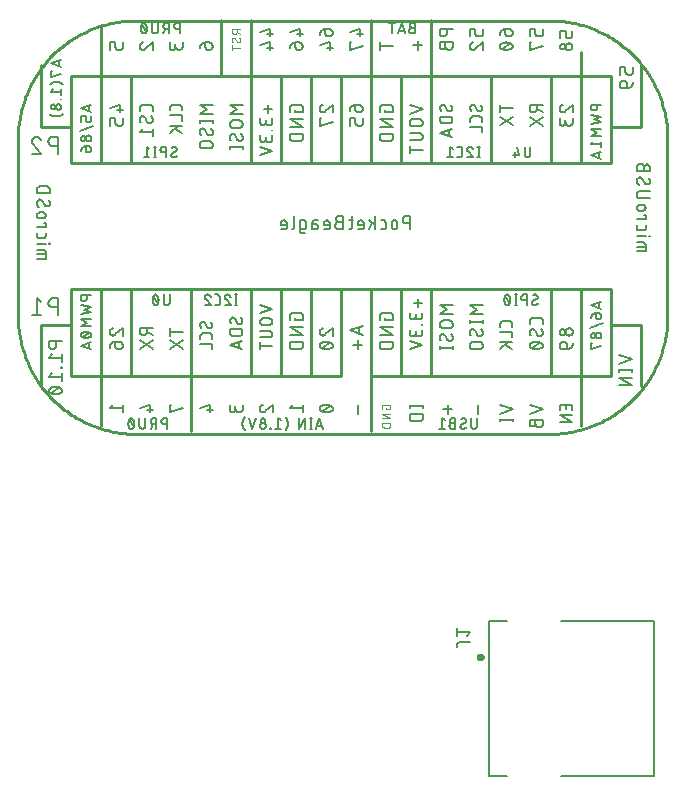
<source format=gbr>
G04 EAGLE Gerber RS-274X export*
G75*
%MOMM*%
%FSLAX34Y34*%
%LPD*%
%INSilkscreen Bottom*%
%IPPOS*%
%AMOC8*
5,1,8,0,0,1.08239X$1,22.5*%
G01*
%ADD10C,0.127000*%
%ADD11C,0.300000*%
%ADD12C,0.152400*%
%ADD13C,0.254000*%
%ADD14C,0.101600*%
%ADD15C,0.203200*%


D10*
X866200Y614850D02*
X866200Y483550D01*
X881300Y483550D01*
X927100Y483550D02*
X1006200Y483550D01*
X1006200Y614850D01*
X927100Y614850D01*
X881300Y614850D02*
X866200Y614850D01*
D11*
X857800Y584200D02*
X857802Y584277D01*
X857808Y584354D01*
X857818Y584431D01*
X857832Y584507D01*
X857849Y584582D01*
X857871Y584656D01*
X857896Y584729D01*
X857926Y584801D01*
X857958Y584871D01*
X857995Y584939D01*
X858034Y585005D01*
X858077Y585069D01*
X858124Y585131D01*
X858173Y585190D01*
X858226Y585247D01*
X858281Y585301D01*
X858339Y585352D01*
X858400Y585400D01*
X858463Y585445D01*
X858528Y585486D01*
X858595Y585524D01*
X858664Y585559D01*
X858735Y585589D01*
X858807Y585617D01*
X858881Y585640D01*
X858955Y585660D01*
X859031Y585676D01*
X859107Y585688D01*
X859184Y585696D01*
X859261Y585700D01*
X859339Y585700D01*
X859416Y585696D01*
X859493Y585688D01*
X859569Y585676D01*
X859645Y585660D01*
X859719Y585640D01*
X859793Y585617D01*
X859865Y585589D01*
X859936Y585559D01*
X860005Y585524D01*
X860072Y585486D01*
X860137Y585445D01*
X860200Y585400D01*
X860261Y585352D01*
X860319Y585301D01*
X860374Y585247D01*
X860427Y585190D01*
X860476Y585131D01*
X860523Y585069D01*
X860566Y585005D01*
X860605Y584939D01*
X860642Y584871D01*
X860674Y584801D01*
X860704Y584729D01*
X860729Y584656D01*
X860751Y584582D01*
X860768Y584507D01*
X860782Y584431D01*
X860792Y584354D01*
X860798Y584277D01*
X860800Y584200D01*
X860798Y584123D01*
X860792Y584046D01*
X860782Y583969D01*
X860768Y583893D01*
X860751Y583818D01*
X860729Y583744D01*
X860704Y583671D01*
X860674Y583599D01*
X860642Y583529D01*
X860605Y583461D01*
X860566Y583395D01*
X860523Y583331D01*
X860476Y583269D01*
X860427Y583210D01*
X860374Y583153D01*
X860319Y583099D01*
X860261Y583048D01*
X860200Y583000D01*
X860137Y582955D01*
X860072Y582914D01*
X860005Y582876D01*
X859936Y582841D01*
X859865Y582811D01*
X859793Y582783D01*
X859719Y582760D01*
X859645Y582740D01*
X859569Y582724D01*
X859493Y582712D01*
X859416Y582704D01*
X859339Y582700D01*
X859261Y582700D01*
X859184Y582704D01*
X859107Y582712D01*
X859031Y582724D01*
X858955Y582740D01*
X858881Y582760D01*
X858807Y582783D01*
X858735Y582811D01*
X858664Y582841D01*
X858595Y582876D01*
X858528Y582914D01*
X858463Y582955D01*
X858400Y583000D01*
X858339Y583048D01*
X858281Y583099D01*
X858226Y583153D01*
X858173Y583210D01*
X858124Y583269D01*
X858077Y583331D01*
X858034Y583395D01*
X857995Y583461D01*
X857958Y583529D01*
X857926Y583599D01*
X857896Y583671D01*
X857871Y583744D01*
X857849Y583818D01*
X857832Y583893D01*
X857818Y583969D01*
X857808Y584046D01*
X857802Y584123D01*
X857800Y584200D01*
D12*
X850138Y597085D02*
X841446Y597085D01*
X841446Y597086D02*
X841348Y597084D01*
X841251Y597078D01*
X841154Y597069D01*
X841057Y597055D01*
X840961Y597038D01*
X840866Y597017D01*
X840772Y596993D01*
X840678Y596964D01*
X840586Y596932D01*
X840495Y596897D01*
X840406Y596858D01*
X840318Y596815D01*
X840232Y596769D01*
X840148Y596720D01*
X840066Y596667D01*
X839986Y596612D01*
X839908Y596553D01*
X839833Y596491D01*
X839760Y596426D01*
X839690Y596358D01*
X839622Y596288D01*
X839557Y596215D01*
X839495Y596140D01*
X839436Y596062D01*
X839381Y595982D01*
X839328Y595900D01*
X839279Y595816D01*
X839233Y595730D01*
X839190Y595642D01*
X839151Y595553D01*
X839116Y595462D01*
X839084Y595370D01*
X839055Y595276D01*
X839031Y595182D01*
X839010Y595087D01*
X838993Y594991D01*
X838979Y594894D01*
X838970Y594797D01*
X838964Y594700D01*
X838962Y594602D01*
X838962Y593360D01*
X847654Y602629D02*
X850138Y605734D01*
X838962Y605734D01*
X838962Y608838D02*
X838962Y602629D01*
D13*
X917270Y1123430D02*
X567270Y1123430D01*
X917270Y1123430D02*
X919686Y1123401D01*
X922101Y1123313D01*
X924513Y1123167D01*
X926921Y1122963D01*
X929324Y1122701D01*
X931719Y1122381D01*
X934106Y1122003D01*
X936483Y1121567D01*
X938848Y1121074D01*
X941202Y1120524D01*
X943541Y1119918D01*
X945865Y1119255D01*
X948172Y1118536D01*
X950461Y1117761D01*
X952730Y1116932D01*
X954979Y1116047D01*
X957206Y1115109D01*
X959410Y1114117D01*
X961589Y1113073D01*
X963742Y1111976D01*
X965868Y1110827D01*
X967966Y1109627D01*
X970034Y1108377D01*
X972071Y1107077D01*
X974076Y1105728D01*
X976049Y1104332D01*
X977986Y1102888D01*
X979889Y1101397D01*
X981754Y1099862D01*
X983582Y1098281D01*
X985372Y1096657D01*
X987121Y1094990D01*
X988830Y1093281D01*
X990497Y1091532D01*
X992121Y1089742D01*
X993702Y1087914D01*
X995237Y1086049D01*
X996728Y1084146D01*
X998172Y1082209D01*
X999568Y1080236D01*
X1000917Y1078231D01*
X1002217Y1076194D01*
X1003467Y1074126D01*
X1004667Y1072028D01*
X1005816Y1069902D01*
X1006913Y1067749D01*
X1007957Y1065570D01*
X1008949Y1063366D01*
X1009887Y1061139D01*
X1010772Y1058890D01*
X1011601Y1056621D01*
X1012376Y1054332D01*
X1013095Y1052025D01*
X1013758Y1049701D01*
X1014364Y1047362D01*
X1014914Y1045008D01*
X1015407Y1042643D01*
X1015843Y1040266D01*
X1016221Y1037879D01*
X1016541Y1035484D01*
X1016803Y1033081D01*
X1017007Y1030673D01*
X1017153Y1028261D01*
X1017241Y1025846D01*
X1017270Y1023430D01*
X1017270Y873430D01*
X1017241Y871014D01*
X1017153Y868599D01*
X1017007Y866187D01*
X1016803Y863779D01*
X1016541Y861376D01*
X1016221Y858981D01*
X1015843Y856594D01*
X1015407Y854217D01*
X1014914Y851852D01*
X1014364Y849498D01*
X1013758Y847159D01*
X1013095Y844835D01*
X1012376Y842528D01*
X1011601Y840239D01*
X1010772Y837970D01*
X1009887Y835721D01*
X1008949Y833494D01*
X1007957Y831290D01*
X1006913Y829111D01*
X1005816Y826958D01*
X1004667Y824832D01*
X1003467Y822734D01*
X1002217Y820666D01*
X1000917Y818629D01*
X999568Y816624D01*
X998172Y814651D01*
X996728Y812714D01*
X995237Y810811D01*
X993702Y808946D01*
X992121Y807118D01*
X990497Y805328D01*
X988830Y803579D01*
X987121Y801870D01*
X985372Y800203D01*
X983582Y798579D01*
X981754Y796998D01*
X979889Y795463D01*
X977986Y793972D01*
X976049Y792528D01*
X974076Y791132D01*
X972071Y789783D01*
X970034Y788483D01*
X967966Y787233D01*
X965868Y786033D01*
X963742Y784884D01*
X961589Y783787D01*
X959410Y782743D01*
X957206Y781751D01*
X954979Y780813D01*
X952730Y779928D01*
X950461Y779099D01*
X948172Y778324D01*
X945865Y777605D01*
X943541Y776942D01*
X941202Y776336D01*
X938848Y775786D01*
X936483Y775293D01*
X934106Y774857D01*
X931719Y774479D01*
X929324Y774159D01*
X926921Y773897D01*
X924513Y773693D01*
X922101Y773547D01*
X919686Y773459D01*
X917270Y773430D01*
X567270Y773430D01*
X564854Y773459D01*
X562439Y773547D01*
X560027Y773693D01*
X557619Y773897D01*
X555216Y774159D01*
X552821Y774479D01*
X550434Y774857D01*
X548057Y775293D01*
X545692Y775786D01*
X543338Y776336D01*
X540999Y776942D01*
X538675Y777605D01*
X536368Y778324D01*
X534079Y779099D01*
X531810Y779928D01*
X529561Y780813D01*
X527334Y781751D01*
X525130Y782743D01*
X522951Y783787D01*
X520798Y784884D01*
X518672Y786033D01*
X516574Y787233D01*
X514506Y788483D01*
X512469Y789783D01*
X510464Y791132D01*
X508491Y792528D01*
X506554Y793972D01*
X504651Y795463D01*
X502786Y796998D01*
X500958Y798579D01*
X499168Y800203D01*
X497419Y801870D01*
X495710Y803579D01*
X494043Y805328D01*
X492419Y807118D01*
X490838Y808946D01*
X489303Y810811D01*
X487812Y812714D01*
X486368Y814651D01*
X484972Y816624D01*
X483623Y818629D01*
X482323Y820666D01*
X481073Y822734D01*
X479873Y824832D01*
X478724Y826958D01*
X477627Y829111D01*
X476583Y831290D01*
X475591Y833494D01*
X474653Y835721D01*
X473768Y837970D01*
X472939Y840239D01*
X472164Y842528D01*
X471445Y844835D01*
X470782Y847159D01*
X470176Y849498D01*
X469626Y851852D01*
X469133Y854217D01*
X468697Y856594D01*
X468319Y858981D01*
X467999Y861376D01*
X467737Y863779D01*
X467533Y866187D01*
X467387Y868599D01*
X467299Y871014D01*
X467270Y873430D01*
X467270Y1023430D01*
X467299Y1025846D01*
X467387Y1028261D01*
X467533Y1030673D01*
X467737Y1033081D01*
X467999Y1035484D01*
X468319Y1037879D01*
X468697Y1040266D01*
X469133Y1042643D01*
X469626Y1045008D01*
X470176Y1047362D01*
X470782Y1049701D01*
X471445Y1052025D01*
X472164Y1054332D01*
X472939Y1056621D01*
X473768Y1058890D01*
X474653Y1061139D01*
X475591Y1063366D01*
X476583Y1065570D01*
X477627Y1067749D01*
X478724Y1069902D01*
X479873Y1072028D01*
X481073Y1074126D01*
X482323Y1076194D01*
X483623Y1078231D01*
X484972Y1080236D01*
X486368Y1082209D01*
X487812Y1084146D01*
X489303Y1086049D01*
X490838Y1087914D01*
X492419Y1089742D01*
X494043Y1091532D01*
X495710Y1093281D01*
X497419Y1094990D01*
X499168Y1096657D01*
X500958Y1098281D01*
X502786Y1099862D01*
X504651Y1101397D01*
X506554Y1102888D01*
X508491Y1104332D01*
X510464Y1105728D01*
X512469Y1107077D01*
X514506Y1108377D01*
X516574Y1109627D01*
X518672Y1110827D01*
X520798Y1111976D01*
X522951Y1113073D01*
X525130Y1114117D01*
X527334Y1115109D01*
X529561Y1116047D01*
X531810Y1116932D01*
X534079Y1117761D01*
X536368Y1118536D01*
X538675Y1119255D01*
X540999Y1119918D01*
X543338Y1120524D01*
X545692Y1121074D01*
X548057Y1121567D01*
X550434Y1122003D01*
X552821Y1122381D01*
X555216Y1122701D01*
X557619Y1122963D01*
X560027Y1123167D01*
X562439Y1123313D01*
X564854Y1123401D01*
X567270Y1123430D01*
D12*
X799338Y958088D02*
X799338Y946912D01*
X799338Y958088D02*
X796234Y958088D01*
X796123Y958086D01*
X796013Y958080D01*
X795902Y958070D01*
X795792Y958056D01*
X795683Y958039D01*
X795574Y958017D01*
X795466Y957992D01*
X795360Y957962D01*
X795254Y957929D01*
X795149Y957892D01*
X795046Y957852D01*
X794945Y957807D01*
X794845Y957760D01*
X794746Y957708D01*
X794650Y957653D01*
X794556Y957595D01*
X794464Y957534D01*
X794374Y957469D01*
X794286Y957401D01*
X794201Y957330D01*
X794119Y957256D01*
X794039Y957179D01*
X793962Y957099D01*
X793888Y957017D01*
X793817Y956932D01*
X793749Y956844D01*
X793684Y956754D01*
X793623Y956662D01*
X793565Y956568D01*
X793510Y956472D01*
X793458Y956373D01*
X793411Y956273D01*
X793366Y956172D01*
X793326Y956069D01*
X793289Y955964D01*
X793256Y955858D01*
X793226Y955752D01*
X793201Y955644D01*
X793179Y955535D01*
X793162Y955426D01*
X793148Y955316D01*
X793138Y955205D01*
X793132Y955095D01*
X793130Y954984D01*
X793132Y954873D01*
X793138Y954763D01*
X793148Y954652D01*
X793162Y954542D01*
X793179Y954433D01*
X793201Y954324D01*
X793226Y954216D01*
X793256Y954110D01*
X793289Y954004D01*
X793326Y953899D01*
X793366Y953796D01*
X793411Y953695D01*
X793458Y953595D01*
X793510Y953496D01*
X793565Y953400D01*
X793623Y953306D01*
X793684Y953214D01*
X793749Y953124D01*
X793817Y953036D01*
X793888Y952951D01*
X793962Y952869D01*
X794039Y952789D01*
X794119Y952712D01*
X794201Y952638D01*
X794286Y952567D01*
X794374Y952499D01*
X794464Y952434D01*
X794556Y952373D01*
X794650Y952315D01*
X794746Y952260D01*
X794845Y952208D01*
X794945Y952161D01*
X795046Y952116D01*
X795149Y952076D01*
X795254Y952039D01*
X795360Y952006D01*
X795466Y951976D01*
X795574Y951951D01*
X795683Y951929D01*
X795792Y951912D01*
X795902Y951898D01*
X796013Y951888D01*
X796123Y951882D01*
X796234Y951880D01*
X796234Y951879D02*
X799338Y951879D01*
X788642Y951879D02*
X788642Y949396D01*
X788642Y951879D02*
X788640Y951978D01*
X788634Y952076D01*
X788624Y952175D01*
X788611Y952272D01*
X788593Y952370D01*
X788572Y952466D01*
X788546Y952562D01*
X788517Y952656D01*
X788485Y952749D01*
X788448Y952841D01*
X788408Y952931D01*
X788364Y953020D01*
X788317Y953107D01*
X788267Y953192D01*
X788213Y953274D01*
X788156Y953355D01*
X788096Y953433D01*
X788032Y953509D01*
X787966Y953582D01*
X787897Y953653D01*
X787825Y953721D01*
X787750Y953785D01*
X787673Y953847D01*
X787594Y953906D01*
X787512Y953961D01*
X787428Y954014D01*
X787343Y954062D01*
X787255Y954108D01*
X787165Y954150D01*
X787074Y954188D01*
X786982Y954222D01*
X786888Y954253D01*
X786793Y954280D01*
X786697Y954304D01*
X786600Y954323D01*
X786503Y954339D01*
X786405Y954351D01*
X786306Y954359D01*
X786207Y954363D01*
X786109Y954363D01*
X786010Y954359D01*
X785911Y954351D01*
X785813Y954339D01*
X785716Y954323D01*
X785619Y954304D01*
X785523Y954280D01*
X785428Y954253D01*
X785334Y954222D01*
X785242Y954188D01*
X785151Y954150D01*
X785061Y954108D01*
X784973Y954062D01*
X784888Y954014D01*
X784804Y953961D01*
X784722Y953906D01*
X784643Y953847D01*
X784566Y953785D01*
X784491Y953721D01*
X784419Y953653D01*
X784350Y953582D01*
X784284Y953509D01*
X784220Y953433D01*
X784160Y953355D01*
X784103Y953274D01*
X784049Y953192D01*
X783999Y953107D01*
X783952Y953020D01*
X783908Y952931D01*
X783868Y952841D01*
X783831Y952749D01*
X783799Y952656D01*
X783770Y952562D01*
X783744Y952466D01*
X783723Y952370D01*
X783705Y952272D01*
X783692Y952175D01*
X783682Y952076D01*
X783676Y951978D01*
X783674Y951879D01*
X783675Y951879D02*
X783675Y949396D01*
X783674Y949396D02*
X783676Y949297D01*
X783682Y949199D01*
X783692Y949100D01*
X783705Y949003D01*
X783723Y948905D01*
X783744Y948809D01*
X783770Y948713D01*
X783799Y948619D01*
X783831Y948526D01*
X783868Y948434D01*
X783908Y948344D01*
X783952Y948255D01*
X783999Y948168D01*
X784049Y948083D01*
X784103Y948001D01*
X784160Y947920D01*
X784220Y947842D01*
X784284Y947766D01*
X784350Y947693D01*
X784419Y947622D01*
X784491Y947554D01*
X784566Y947490D01*
X784643Y947428D01*
X784722Y947369D01*
X784804Y947314D01*
X784888Y947261D01*
X784973Y947213D01*
X785061Y947167D01*
X785151Y947125D01*
X785242Y947087D01*
X785334Y947053D01*
X785428Y947022D01*
X785523Y946995D01*
X785619Y946971D01*
X785716Y946952D01*
X785813Y946936D01*
X785911Y946924D01*
X786010Y946916D01*
X786109Y946912D01*
X786207Y946912D01*
X786306Y946916D01*
X786405Y946924D01*
X786503Y946936D01*
X786600Y946952D01*
X786697Y946971D01*
X786793Y946995D01*
X786888Y947022D01*
X786982Y947053D01*
X787074Y947087D01*
X787165Y947125D01*
X787255Y947167D01*
X787343Y947213D01*
X787428Y947261D01*
X787512Y947314D01*
X787594Y947369D01*
X787673Y947428D01*
X787750Y947490D01*
X787825Y947554D01*
X787897Y947622D01*
X787966Y947693D01*
X788032Y947766D01*
X788096Y947842D01*
X788156Y947920D01*
X788213Y948001D01*
X788267Y948083D01*
X788317Y948168D01*
X788364Y948255D01*
X788408Y948344D01*
X788448Y948434D01*
X788485Y948526D01*
X788517Y948619D01*
X788546Y948713D01*
X788572Y948809D01*
X788593Y948905D01*
X788611Y949003D01*
X788624Y949100D01*
X788634Y949199D01*
X788640Y949297D01*
X788642Y949396D01*
X776857Y946912D02*
X774373Y946912D01*
X776857Y946912D02*
X776941Y946914D01*
X777024Y946920D01*
X777107Y946929D01*
X777190Y946942D01*
X777272Y946959D01*
X777353Y946979D01*
X777433Y947003D01*
X777512Y947031D01*
X777589Y947062D01*
X777665Y947096D01*
X777740Y947134D01*
X777813Y947176D01*
X777883Y947220D01*
X777952Y947268D01*
X778019Y947318D01*
X778083Y947372D01*
X778144Y947428D01*
X778204Y947488D01*
X778260Y947549D01*
X778314Y947613D01*
X778364Y947680D01*
X778412Y947749D01*
X778456Y947819D01*
X778498Y947892D01*
X778536Y947967D01*
X778570Y948043D01*
X778601Y948120D01*
X778629Y948199D01*
X778653Y948279D01*
X778673Y948360D01*
X778690Y948442D01*
X778703Y948525D01*
X778713Y948608D01*
X778718Y948691D01*
X778720Y948775D01*
X778719Y948775D02*
X778719Y952500D01*
X778720Y952500D02*
X778718Y952584D01*
X778713Y952667D01*
X778703Y952750D01*
X778690Y952833D01*
X778673Y952915D01*
X778653Y952996D01*
X778629Y953076D01*
X778601Y953155D01*
X778570Y953232D01*
X778536Y953308D01*
X778498Y953383D01*
X778456Y953456D01*
X778412Y953526D01*
X778364Y953595D01*
X778314Y953662D01*
X778260Y953726D01*
X778204Y953787D01*
X778144Y953847D01*
X778083Y953903D01*
X778019Y953957D01*
X777952Y954007D01*
X777883Y954055D01*
X777813Y954099D01*
X777740Y954141D01*
X777665Y954179D01*
X777589Y954213D01*
X777512Y954244D01*
X777433Y954272D01*
X777353Y954296D01*
X777272Y954316D01*
X777190Y954333D01*
X777107Y954346D01*
X777024Y954356D01*
X776941Y954361D01*
X776857Y954363D01*
X774373Y954363D01*
X769423Y958088D02*
X769423Y946912D01*
X769423Y950637D02*
X764455Y954363D01*
X767249Y952190D02*
X764455Y946912D01*
X758204Y946912D02*
X755100Y946912D01*
X758204Y946912D02*
X758288Y946914D01*
X758371Y946920D01*
X758454Y946929D01*
X758537Y946942D01*
X758619Y946959D01*
X758700Y946979D01*
X758780Y947003D01*
X758859Y947031D01*
X758936Y947062D01*
X759012Y947096D01*
X759087Y947134D01*
X759160Y947176D01*
X759230Y947220D01*
X759299Y947268D01*
X759366Y947318D01*
X759430Y947372D01*
X759491Y947428D01*
X759551Y947488D01*
X759607Y947549D01*
X759661Y947613D01*
X759711Y947680D01*
X759759Y947749D01*
X759803Y947819D01*
X759845Y947892D01*
X759883Y947967D01*
X759917Y948043D01*
X759948Y948120D01*
X759976Y948199D01*
X760000Y948279D01*
X760020Y948360D01*
X760037Y948442D01*
X760050Y948525D01*
X760060Y948608D01*
X760065Y948691D01*
X760067Y948775D01*
X760067Y951879D01*
X760065Y951978D01*
X760059Y952076D01*
X760049Y952175D01*
X760036Y952272D01*
X760018Y952370D01*
X759997Y952466D01*
X759971Y952562D01*
X759942Y952656D01*
X759910Y952749D01*
X759873Y952841D01*
X759833Y952931D01*
X759789Y953020D01*
X759742Y953107D01*
X759692Y953192D01*
X759638Y953274D01*
X759581Y953355D01*
X759521Y953433D01*
X759457Y953509D01*
X759391Y953582D01*
X759322Y953653D01*
X759250Y953721D01*
X759175Y953785D01*
X759098Y953847D01*
X759019Y953906D01*
X758937Y953961D01*
X758853Y954014D01*
X758768Y954062D01*
X758680Y954108D01*
X758590Y954150D01*
X758499Y954188D01*
X758407Y954222D01*
X758313Y954253D01*
X758218Y954280D01*
X758122Y954304D01*
X758025Y954323D01*
X757928Y954339D01*
X757830Y954351D01*
X757731Y954359D01*
X757632Y954363D01*
X757534Y954363D01*
X757435Y954359D01*
X757336Y954351D01*
X757238Y954339D01*
X757141Y954323D01*
X757044Y954304D01*
X756948Y954280D01*
X756853Y954253D01*
X756759Y954222D01*
X756667Y954188D01*
X756576Y954150D01*
X756486Y954108D01*
X756398Y954062D01*
X756313Y954014D01*
X756229Y953961D01*
X756147Y953906D01*
X756068Y953847D01*
X755991Y953785D01*
X755916Y953721D01*
X755844Y953653D01*
X755775Y953582D01*
X755709Y953509D01*
X755645Y953433D01*
X755585Y953355D01*
X755528Y953274D01*
X755474Y953192D01*
X755424Y953107D01*
X755377Y953020D01*
X755333Y952931D01*
X755293Y952841D01*
X755256Y952749D01*
X755224Y952656D01*
X755195Y952562D01*
X755169Y952466D01*
X755148Y952370D01*
X755130Y952272D01*
X755117Y952175D01*
X755107Y952076D01*
X755101Y951978D01*
X755099Y951879D01*
X755100Y951879D02*
X755100Y950637D01*
X760067Y950637D01*
X751180Y954363D02*
X747454Y954363D01*
X749938Y958088D02*
X749938Y948775D01*
X749936Y948691D01*
X749930Y948608D01*
X749921Y948525D01*
X749908Y948442D01*
X749891Y948360D01*
X749871Y948279D01*
X749847Y948199D01*
X749819Y948120D01*
X749788Y948043D01*
X749754Y947967D01*
X749716Y947892D01*
X749674Y947819D01*
X749630Y947749D01*
X749582Y947680D01*
X749532Y947613D01*
X749478Y947549D01*
X749422Y947488D01*
X749362Y947428D01*
X749301Y947372D01*
X749237Y947318D01*
X749170Y947268D01*
X749101Y947220D01*
X749031Y947176D01*
X748958Y947134D01*
X748883Y947096D01*
X748807Y947062D01*
X748730Y947031D01*
X748651Y947003D01*
X748571Y946979D01*
X748490Y946959D01*
X748408Y946942D01*
X748325Y946929D01*
X748242Y946919D01*
X748159Y946914D01*
X748075Y946912D01*
X747454Y946912D01*
X742188Y953121D02*
X739084Y953121D01*
X739084Y953120D02*
X738973Y953118D01*
X738863Y953112D01*
X738752Y953102D01*
X738642Y953088D01*
X738533Y953071D01*
X738424Y953049D01*
X738316Y953024D01*
X738210Y952994D01*
X738104Y952961D01*
X737999Y952924D01*
X737896Y952884D01*
X737795Y952839D01*
X737695Y952792D01*
X737596Y952740D01*
X737500Y952685D01*
X737406Y952627D01*
X737314Y952566D01*
X737224Y952501D01*
X737136Y952433D01*
X737051Y952362D01*
X736969Y952288D01*
X736889Y952211D01*
X736812Y952131D01*
X736738Y952049D01*
X736667Y951964D01*
X736599Y951876D01*
X736534Y951786D01*
X736473Y951694D01*
X736415Y951600D01*
X736360Y951504D01*
X736308Y951405D01*
X736261Y951305D01*
X736216Y951204D01*
X736176Y951101D01*
X736139Y950996D01*
X736106Y950890D01*
X736076Y950784D01*
X736051Y950676D01*
X736029Y950567D01*
X736012Y950458D01*
X735998Y950348D01*
X735988Y950237D01*
X735982Y950127D01*
X735980Y950016D01*
X735982Y949905D01*
X735988Y949795D01*
X735998Y949684D01*
X736012Y949574D01*
X736029Y949465D01*
X736051Y949356D01*
X736076Y949248D01*
X736106Y949142D01*
X736139Y949036D01*
X736176Y948931D01*
X736216Y948828D01*
X736261Y948727D01*
X736308Y948627D01*
X736360Y948528D01*
X736415Y948432D01*
X736473Y948338D01*
X736534Y948246D01*
X736599Y948156D01*
X736667Y948068D01*
X736738Y947983D01*
X736812Y947901D01*
X736889Y947821D01*
X736969Y947744D01*
X737051Y947670D01*
X737136Y947599D01*
X737224Y947531D01*
X737314Y947466D01*
X737406Y947405D01*
X737500Y947347D01*
X737596Y947292D01*
X737695Y947240D01*
X737795Y947193D01*
X737896Y947148D01*
X737999Y947108D01*
X738104Y947071D01*
X738210Y947038D01*
X738316Y947008D01*
X738424Y946983D01*
X738533Y946961D01*
X738642Y946944D01*
X738752Y946930D01*
X738863Y946920D01*
X738973Y946914D01*
X739084Y946912D01*
X742188Y946912D01*
X742188Y958088D01*
X739084Y958088D01*
X738985Y958086D01*
X738887Y958080D01*
X738788Y958070D01*
X738691Y958057D01*
X738593Y958039D01*
X738497Y958018D01*
X738401Y957992D01*
X738307Y957963D01*
X738214Y957931D01*
X738122Y957894D01*
X738032Y957854D01*
X737943Y957810D01*
X737856Y957763D01*
X737771Y957713D01*
X737689Y957659D01*
X737608Y957602D01*
X737530Y957542D01*
X737454Y957478D01*
X737381Y957412D01*
X737310Y957343D01*
X737242Y957271D01*
X737178Y957196D01*
X737116Y957119D01*
X737057Y957040D01*
X737002Y956958D01*
X736949Y956874D01*
X736901Y956789D01*
X736855Y956701D01*
X736813Y956611D01*
X736775Y956520D01*
X736741Y956428D01*
X736710Y956334D01*
X736683Y956239D01*
X736659Y956143D01*
X736640Y956046D01*
X736624Y955949D01*
X736612Y955851D01*
X736604Y955752D01*
X736600Y955653D01*
X736600Y955555D01*
X736604Y955456D01*
X736612Y955357D01*
X736624Y955259D01*
X736640Y955162D01*
X736659Y955065D01*
X736683Y954969D01*
X736710Y954874D01*
X736741Y954780D01*
X736775Y954688D01*
X736813Y954597D01*
X736855Y954507D01*
X736901Y954419D01*
X736949Y954334D01*
X737002Y954250D01*
X737057Y954168D01*
X737116Y954089D01*
X737178Y954012D01*
X737242Y953937D01*
X737310Y953865D01*
X737381Y953796D01*
X737454Y953730D01*
X737530Y953666D01*
X737608Y953606D01*
X737689Y953549D01*
X737771Y953495D01*
X737856Y953445D01*
X737943Y953398D01*
X738032Y953354D01*
X738122Y953314D01*
X738214Y953277D01*
X738307Y953245D01*
X738401Y953216D01*
X738497Y953190D01*
X738593Y953169D01*
X738691Y953151D01*
X738788Y953138D01*
X738887Y953128D01*
X738985Y953122D01*
X739084Y953120D01*
X729629Y946912D02*
X726525Y946912D01*
X729629Y946912D02*
X729713Y946914D01*
X729796Y946920D01*
X729879Y946929D01*
X729962Y946942D01*
X730044Y946959D01*
X730125Y946979D01*
X730205Y947003D01*
X730284Y947031D01*
X730361Y947062D01*
X730437Y947096D01*
X730512Y947134D01*
X730585Y947176D01*
X730655Y947220D01*
X730724Y947268D01*
X730791Y947318D01*
X730855Y947372D01*
X730916Y947428D01*
X730976Y947488D01*
X731032Y947549D01*
X731086Y947613D01*
X731136Y947680D01*
X731184Y947749D01*
X731228Y947819D01*
X731270Y947892D01*
X731308Y947967D01*
X731342Y948043D01*
X731373Y948120D01*
X731401Y948199D01*
X731425Y948279D01*
X731445Y948360D01*
X731462Y948442D01*
X731475Y948525D01*
X731485Y948608D01*
X731490Y948691D01*
X731492Y948775D01*
X731492Y951879D01*
X731490Y951978D01*
X731484Y952076D01*
X731474Y952175D01*
X731461Y952272D01*
X731443Y952370D01*
X731422Y952466D01*
X731396Y952562D01*
X731367Y952656D01*
X731335Y952749D01*
X731298Y952841D01*
X731258Y952931D01*
X731214Y953020D01*
X731167Y953107D01*
X731117Y953192D01*
X731063Y953274D01*
X731006Y953355D01*
X730946Y953433D01*
X730882Y953509D01*
X730816Y953582D01*
X730747Y953653D01*
X730675Y953721D01*
X730600Y953785D01*
X730523Y953847D01*
X730444Y953906D01*
X730362Y953961D01*
X730278Y954014D01*
X730193Y954062D01*
X730105Y954108D01*
X730015Y954150D01*
X729924Y954188D01*
X729832Y954222D01*
X729738Y954253D01*
X729643Y954280D01*
X729547Y954304D01*
X729450Y954323D01*
X729353Y954339D01*
X729255Y954351D01*
X729156Y954359D01*
X729057Y954363D01*
X728959Y954363D01*
X728860Y954359D01*
X728761Y954351D01*
X728663Y954339D01*
X728566Y954323D01*
X728469Y954304D01*
X728373Y954280D01*
X728278Y954253D01*
X728184Y954222D01*
X728092Y954188D01*
X728001Y954150D01*
X727911Y954108D01*
X727823Y954062D01*
X727738Y954014D01*
X727654Y953961D01*
X727572Y953906D01*
X727493Y953847D01*
X727416Y953785D01*
X727341Y953721D01*
X727269Y953653D01*
X727200Y953582D01*
X727134Y953509D01*
X727070Y953433D01*
X727010Y953355D01*
X726953Y953274D01*
X726899Y953192D01*
X726849Y953107D01*
X726802Y953020D01*
X726758Y952931D01*
X726718Y952841D01*
X726681Y952749D01*
X726649Y952656D01*
X726620Y952562D01*
X726594Y952466D01*
X726573Y952370D01*
X726555Y952272D01*
X726542Y952175D01*
X726532Y952076D01*
X726526Y951978D01*
X726524Y951879D01*
X726525Y951879D02*
X726525Y950637D01*
X731492Y950637D01*
X719487Y951258D02*
X716693Y951258D01*
X719487Y951258D02*
X719579Y951256D01*
X719671Y951250D01*
X719763Y951240D01*
X719854Y951227D01*
X719945Y951209D01*
X720035Y951188D01*
X720123Y951163D01*
X720211Y951134D01*
X720297Y951101D01*
X720382Y951065D01*
X720465Y951025D01*
X720547Y950982D01*
X720626Y950935D01*
X720704Y950885D01*
X720779Y950832D01*
X720852Y950776D01*
X720923Y950716D01*
X720991Y950654D01*
X721056Y950589D01*
X721118Y950521D01*
X721178Y950450D01*
X721234Y950377D01*
X721287Y950302D01*
X721337Y950224D01*
X721384Y950145D01*
X721427Y950063D01*
X721467Y949980D01*
X721503Y949895D01*
X721536Y949809D01*
X721565Y949721D01*
X721590Y949633D01*
X721611Y949543D01*
X721629Y949452D01*
X721642Y949361D01*
X721652Y949269D01*
X721658Y949177D01*
X721660Y949085D01*
X721658Y948993D01*
X721652Y948901D01*
X721642Y948809D01*
X721629Y948718D01*
X721611Y948627D01*
X721590Y948537D01*
X721565Y948449D01*
X721536Y948361D01*
X721503Y948275D01*
X721467Y948190D01*
X721427Y948107D01*
X721384Y948025D01*
X721337Y947946D01*
X721287Y947868D01*
X721234Y947793D01*
X721178Y947720D01*
X721118Y947649D01*
X721056Y947581D01*
X720991Y947516D01*
X720923Y947454D01*
X720852Y947394D01*
X720779Y947338D01*
X720704Y947285D01*
X720626Y947235D01*
X720547Y947188D01*
X720465Y947145D01*
X720382Y947105D01*
X720297Y947069D01*
X720211Y947036D01*
X720123Y947007D01*
X720035Y946982D01*
X719945Y946961D01*
X719854Y946943D01*
X719763Y946930D01*
X719671Y946920D01*
X719579Y946914D01*
X719487Y946912D01*
X716693Y946912D01*
X716693Y952500D01*
X716692Y952500D02*
X716694Y952584D01*
X716700Y952667D01*
X716709Y952750D01*
X716722Y952833D01*
X716739Y952915D01*
X716759Y952996D01*
X716783Y953076D01*
X716811Y953155D01*
X716842Y953232D01*
X716876Y953308D01*
X716914Y953383D01*
X716956Y953456D01*
X717000Y953526D01*
X717048Y953595D01*
X717098Y953662D01*
X717152Y953726D01*
X717208Y953787D01*
X717268Y953847D01*
X717329Y953903D01*
X717393Y953957D01*
X717460Y954007D01*
X717529Y954055D01*
X717599Y954099D01*
X717672Y954141D01*
X717747Y954179D01*
X717823Y954213D01*
X717900Y954244D01*
X717979Y954272D01*
X718059Y954296D01*
X718140Y954316D01*
X718222Y954333D01*
X718305Y954346D01*
X718388Y954356D01*
X718471Y954361D01*
X718555Y954363D01*
X721039Y954363D01*
X709510Y946912D02*
X706406Y946912D01*
X709510Y946912D02*
X709594Y946914D01*
X709677Y946920D01*
X709760Y946929D01*
X709843Y946942D01*
X709925Y946959D01*
X710006Y946979D01*
X710086Y947003D01*
X710165Y947031D01*
X710242Y947062D01*
X710318Y947096D01*
X710393Y947134D01*
X710466Y947176D01*
X710536Y947220D01*
X710605Y947268D01*
X710672Y947318D01*
X710736Y947372D01*
X710797Y947428D01*
X710857Y947488D01*
X710913Y947549D01*
X710967Y947613D01*
X711017Y947680D01*
X711065Y947749D01*
X711109Y947819D01*
X711151Y947892D01*
X711189Y947967D01*
X711223Y948043D01*
X711254Y948120D01*
X711282Y948199D01*
X711306Y948279D01*
X711326Y948360D01*
X711343Y948442D01*
X711356Y948525D01*
X711366Y948608D01*
X711371Y948691D01*
X711373Y948775D01*
X711373Y952500D01*
X711371Y952584D01*
X711366Y952667D01*
X711356Y952750D01*
X711343Y952833D01*
X711326Y952915D01*
X711306Y952996D01*
X711282Y953076D01*
X711254Y953155D01*
X711223Y953232D01*
X711189Y953308D01*
X711151Y953383D01*
X711109Y953456D01*
X711065Y953526D01*
X711017Y953595D01*
X710967Y953662D01*
X710913Y953726D01*
X710857Y953787D01*
X710797Y953847D01*
X710736Y953903D01*
X710672Y953957D01*
X710605Y954007D01*
X710536Y954055D01*
X710466Y954099D01*
X710393Y954141D01*
X710318Y954179D01*
X710242Y954213D01*
X710165Y954244D01*
X710086Y954272D01*
X710006Y954296D01*
X709925Y954316D01*
X709843Y954333D01*
X709760Y954346D01*
X709677Y954356D01*
X709594Y954361D01*
X709510Y954363D01*
X706406Y954363D01*
X706406Y945049D01*
X706405Y945049D02*
X706407Y944965D01*
X706412Y944882D01*
X706422Y944799D01*
X706435Y944716D01*
X706452Y944634D01*
X706472Y944553D01*
X706496Y944473D01*
X706524Y944394D01*
X706555Y944317D01*
X706589Y944241D01*
X706627Y944166D01*
X706669Y944093D01*
X706713Y944023D01*
X706761Y943954D01*
X706811Y943887D01*
X706865Y943823D01*
X706921Y943762D01*
X706981Y943702D01*
X707042Y943646D01*
X707106Y943592D01*
X707173Y943542D01*
X707242Y943494D01*
X707312Y943450D01*
X707385Y943408D01*
X707460Y943370D01*
X707536Y943336D01*
X707613Y943305D01*
X707692Y943277D01*
X707772Y943253D01*
X707853Y943233D01*
X707935Y943216D01*
X708018Y943203D01*
X708101Y943193D01*
X708184Y943188D01*
X708268Y943186D01*
X708268Y943187D02*
X710752Y943187D01*
X700920Y948775D02*
X700920Y958088D01*
X700921Y948775D02*
X700919Y948689D01*
X700913Y948603D01*
X700903Y948518D01*
X700889Y948433D01*
X700872Y948348D01*
X700850Y948265D01*
X700824Y948183D01*
X700795Y948102D01*
X700762Y948023D01*
X700726Y947945D01*
X700686Y947868D01*
X700642Y947794D01*
X700595Y947722D01*
X700545Y947652D01*
X700491Y947585D01*
X700435Y947520D01*
X700375Y947458D01*
X700313Y947398D01*
X700248Y947342D01*
X700181Y947288D01*
X700111Y947238D01*
X700039Y947191D01*
X699965Y947147D01*
X699888Y947107D01*
X699811Y947071D01*
X699731Y947038D01*
X699650Y947009D01*
X699568Y946983D01*
X699485Y946961D01*
X699400Y946944D01*
X699315Y946930D01*
X699230Y946920D01*
X699144Y946914D01*
X699058Y946912D01*
X693053Y946912D02*
X689949Y946912D01*
X693053Y946912D02*
X693137Y946914D01*
X693220Y946920D01*
X693303Y946929D01*
X693386Y946942D01*
X693468Y946959D01*
X693549Y946979D01*
X693629Y947003D01*
X693708Y947031D01*
X693785Y947062D01*
X693861Y947096D01*
X693936Y947134D01*
X694009Y947176D01*
X694079Y947220D01*
X694148Y947268D01*
X694215Y947318D01*
X694279Y947372D01*
X694340Y947428D01*
X694400Y947488D01*
X694456Y947549D01*
X694510Y947613D01*
X694560Y947680D01*
X694608Y947749D01*
X694652Y947819D01*
X694694Y947892D01*
X694732Y947967D01*
X694766Y948043D01*
X694797Y948120D01*
X694825Y948199D01*
X694849Y948279D01*
X694869Y948360D01*
X694886Y948442D01*
X694899Y948525D01*
X694909Y948608D01*
X694914Y948691D01*
X694916Y948775D01*
X694916Y951879D01*
X694917Y951879D02*
X694915Y951978D01*
X694909Y952076D01*
X694899Y952175D01*
X694886Y952272D01*
X694868Y952370D01*
X694847Y952466D01*
X694821Y952562D01*
X694792Y952656D01*
X694760Y952749D01*
X694723Y952841D01*
X694683Y952931D01*
X694639Y953020D01*
X694592Y953107D01*
X694542Y953192D01*
X694488Y953274D01*
X694431Y953355D01*
X694371Y953433D01*
X694307Y953509D01*
X694241Y953582D01*
X694172Y953653D01*
X694100Y953721D01*
X694025Y953785D01*
X693948Y953847D01*
X693869Y953906D01*
X693787Y953961D01*
X693703Y954014D01*
X693618Y954062D01*
X693530Y954108D01*
X693440Y954150D01*
X693349Y954188D01*
X693257Y954222D01*
X693163Y954253D01*
X693068Y954280D01*
X692972Y954304D01*
X692875Y954323D01*
X692778Y954339D01*
X692680Y954351D01*
X692581Y954359D01*
X692482Y954363D01*
X692384Y954363D01*
X692285Y954359D01*
X692186Y954351D01*
X692088Y954339D01*
X691991Y954323D01*
X691894Y954304D01*
X691798Y954280D01*
X691703Y954253D01*
X691609Y954222D01*
X691517Y954188D01*
X691426Y954150D01*
X691336Y954108D01*
X691248Y954062D01*
X691163Y954014D01*
X691079Y953961D01*
X690997Y953906D01*
X690918Y953847D01*
X690841Y953785D01*
X690766Y953721D01*
X690694Y953653D01*
X690625Y953582D01*
X690559Y953509D01*
X690495Y953433D01*
X690435Y953355D01*
X690378Y953274D01*
X690324Y953192D01*
X690274Y953107D01*
X690227Y953020D01*
X690183Y952931D01*
X690143Y952841D01*
X690106Y952749D01*
X690074Y952656D01*
X690045Y952562D01*
X690019Y952466D01*
X689998Y952370D01*
X689980Y952272D01*
X689967Y952175D01*
X689957Y952076D01*
X689951Y951978D01*
X689949Y951879D01*
X689949Y950637D01*
X694916Y950637D01*
X991362Y928151D02*
X998813Y928151D01*
X998813Y933739D01*
X998811Y933823D01*
X998806Y933906D01*
X998796Y933989D01*
X998783Y934072D01*
X998766Y934154D01*
X998746Y934235D01*
X998722Y934315D01*
X998694Y934394D01*
X998663Y934471D01*
X998629Y934547D01*
X998591Y934622D01*
X998549Y934695D01*
X998505Y934765D01*
X998457Y934834D01*
X998407Y934901D01*
X998353Y934965D01*
X998297Y935026D01*
X998237Y935086D01*
X998176Y935142D01*
X998112Y935196D01*
X998045Y935246D01*
X997976Y935294D01*
X997906Y935338D01*
X997833Y935380D01*
X997758Y935418D01*
X997682Y935452D01*
X997605Y935483D01*
X997526Y935511D01*
X997446Y935535D01*
X997365Y935555D01*
X997283Y935572D01*
X997200Y935585D01*
X997117Y935595D01*
X997034Y935600D01*
X996950Y935602D01*
X991362Y935602D01*
X991362Y931877D02*
X998813Y931877D01*
X998813Y941021D02*
X991362Y941021D01*
X1001917Y940710D02*
X1002538Y940710D01*
X1002538Y941331D01*
X1001917Y941331D01*
X1001917Y940710D01*
X991362Y947655D02*
X991362Y950139D01*
X991362Y947655D02*
X991364Y947571D01*
X991369Y947488D01*
X991379Y947405D01*
X991392Y947322D01*
X991409Y947240D01*
X991429Y947159D01*
X991453Y947079D01*
X991481Y947000D01*
X991512Y946923D01*
X991546Y946847D01*
X991584Y946772D01*
X991626Y946699D01*
X991670Y946629D01*
X991718Y946560D01*
X991768Y946493D01*
X991822Y946429D01*
X991878Y946368D01*
X991938Y946308D01*
X991999Y946252D01*
X992063Y946198D01*
X992130Y946148D01*
X992199Y946100D01*
X992269Y946056D01*
X992342Y946014D01*
X992417Y945976D01*
X992493Y945942D01*
X992570Y945911D01*
X992649Y945883D01*
X992729Y945859D01*
X992810Y945839D01*
X992892Y945822D01*
X992975Y945809D01*
X993058Y945799D01*
X993141Y945794D01*
X993225Y945792D01*
X993225Y945793D02*
X996950Y945793D01*
X996950Y945792D02*
X997034Y945794D01*
X997117Y945800D01*
X997200Y945809D01*
X997283Y945822D01*
X997365Y945839D01*
X997446Y945859D01*
X997526Y945883D01*
X997605Y945911D01*
X997682Y945942D01*
X997758Y945976D01*
X997833Y946014D01*
X997906Y946056D01*
X997976Y946100D01*
X998045Y946148D01*
X998112Y946198D01*
X998176Y946252D01*
X998237Y946308D01*
X998297Y946368D01*
X998353Y946429D01*
X998407Y946493D01*
X998457Y946560D01*
X998505Y946629D01*
X998549Y946699D01*
X998591Y946772D01*
X998629Y946847D01*
X998663Y946923D01*
X998694Y947000D01*
X998722Y947079D01*
X998746Y947159D01*
X998766Y947240D01*
X998783Y947322D01*
X998796Y947405D01*
X998806Y947488D01*
X998811Y947571D01*
X998813Y947655D01*
X998813Y950139D01*
X998813Y955003D02*
X991362Y955003D01*
X998813Y955003D02*
X998813Y958728D01*
X997571Y958728D01*
X996329Y962540D02*
X993846Y962540D01*
X996329Y962540D02*
X996428Y962542D01*
X996526Y962548D01*
X996625Y962558D01*
X996722Y962571D01*
X996820Y962589D01*
X996916Y962610D01*
X997012Y962636D01*
X997106Y962665D01*
X997199Y962697D01*
X997291Y962734D01*
X997381Y962774D01*
X997470Y962818D01*
X997557Y962865D01*
X997642Y962915D01*
X997724Y962969D01*
X997805Y963026D01*
X997883Y963086D01*
X997959Y963150D01*
X998032Y963216D01*
X998103Y963285D01*
X998171Y963357D01*
X998235Y963432D01*
X998297Y963509D01*
X998356Y963588D01*
X998411Y963670D01*
X998464Y963754D01*
X998512Y963839D01*
X998558Y963927D01*
X998600Y964017D01*
X998638Y964108D01*
X998672Y964200D01*
X998703Y964294D01*
X998730Y964389D01*
X998754Y964485D01*
X998773Y964582D01*
X998789Y964679D01*
X998801Y964777D01*
X998809Y964876D01*
X998813Y964975D01*
X998813Y965073D01*
X998809Y965172D01*
X998801Y965271D01*
X998789Y965369D01*
X998773Y965466D01*
X998754Y965563D01*
X998730Y965659D01*
X998703Y965754D01*
X998672Y965848D01*
X998638Y965940D01*
X998600Y966031D01*
X998558Y966121D01*
X998512Y966209D01*
X998464Y966294D01*
X998411Y966378D01*
X998356Y966460D01*
X998297Y966539D01*
X998235Y966616D01*
X998171Y966691D01*
X998103Y966763D01*
X998032Y966832D01*
X997959Y966898D01*
X997883Y966962D01*
X997805Y967022D01*
X997724Y967079D01*
X997642Y967133D01*
X997557Y967183D01*
X997470Y967230D01*
X997381Y967274D01*
X997291Y967314D01*
X997199Y967351D01*
X997106Y967383D01*
X997012Y967412D01*
X996916Y967438D01*
X996820Y967459D01*
X996722Y967477D01*
X996625Y967490D01*
X996526Y967500D01*
X996428Y967506D01*
X996329Y967508D01*
X996329Y967507D02*
X993846Y967507D01*
X993846Y967508D02*
X993747Y967506D01*
X993649Y967500D01*
X993550Y967490D01*
X993453Y967477D01*
X993355Y967459D01*
X993259Y967438D01*
X993163Y967412D01*
X993069Y967383D01*
X992976Y967351D01*
X992884Y967314D01*
X992794Y967274D01*
X992705Y967230D01*
X992618Y967183D01*
X992533Y967133D01*
X992451Y967079D01*
X992370Y967022D01*
X992292Y966962D01*
X992216Y966898D01*
X992143Y966832D01*
X992072Y966763D01*
X992004Y966691D01*
X991940Y966616D01*
X991878Y966539D01*
X991819Y966460D01*
X991764Y966378D01*
X991711Y966294D01*
X991663Y966209D01*
X991617Y966121D01*
X991575Y966031D01*
X991537Y965940D01*
X991503Y965848D01*
X991472Y965754D01*
X991445Y965659D01*
X991421Y965563D01*
X991402Y965466D01*
X991386Y965369D01*
X991374Y965271D01*
X991366Y965172D01*
X991362Y965073D01*
X991362Y964975D01*
X991366Y964876D01*
X991374Y964777D01*
X991386Y964679D01*
X991402Y964582D01*
X991421Y964485D01*
X991445Y964389D01*
X991472Y964294D01*
X991503Y964200D01*
X991537Y964108D01*
X991575Y964017D01*
X991617Y963927D01*
X991663Y963839D01*
X991711Y963754D01*
X991764Y963670D01*
X991819Y963588D01*
X991878Y963509D01*
X991940Y963432D01*
X992004Y963357D01*
X992072Y963285D01*
X992143Y963216D01*
X992216Y963150D01*
X992292Y963086D01*
X992370Y963026D01*
X992451Y962969D01*
X992533Y962915D01*
X992618Y962865D01*
X992705Y962818D01*
X992794Y962774D01*
X992884Y962734D01*
X992976Y962697D01*
X993069Y962665D01*
X993163Y962636D01*
X993259Y962610D01*
X993355Y962589D01*
X993453Y962571D01*
X993550Y962558D01*
X993649Y962548D01*
X993747Y962542D01*
X993846Y962540D01*
X994466Y972968D02*
X1002538Y972968D01*
X994466Y972969D02*
X994355Y972971D01*
X994245Y972977D01*
X994134Y972987D01*
X994024Y973001D01*
X993915Y973018D01*
X993806Y973040D01*
X993698Y973065D01*
X993592Y973095D01*
X993486Y973128D01*
X993381Y973165D01*
X993278Y973205D01*
X993177Y973250D01*
X993077Y973297D01*
X992978Y973349D01*
X992882Y973404D01*
X992788Y973462D01*
X992696Y973523D01*
X992606Y973588D01*
X992518Y973656D01*
X992433Y973727D01*
X992351Y973801D01*
X992271Y973878D01*
X992194Y973958D01*
X992120Y974040D01*
X992049Y974125D01*
X991981Y974213D01*
X991916Y974303D01*
X991855Y974395D01*
X991797Y974489D01*
X991742Y974585D01*
X991690Y974684D01*
X991643Y974784D01*
X991598Y974885D01*
X991558Y974988D01*
X991521Y975093D01*
X991488Y975199D01*
X991458Y975305D01*
X991433Y975413D01*
X991411Y975522D01*
X991394Y975631D01*
X991380Y975741D01*
X991370Y975852D01*
X991364Y975962D01*
X991362Y976073D01*
X991364Y976184D01*
X991370Y976294D01*
X991380Y976405D01*
X991394Y976515D01*
X991411Y976624D01*
X991433Y976733D01*
X991458Y976841D01*
X991488Y976947D01*
X991521Y977053D01*
X991558Y977158D01*
X991598Y977261D01*
X991643Y977362D01*
X991690Y977462D01*
X991742Y977561D01*
X991797Y977657D01*
X991855Y977751D01*
X991916Y977843D01*
X991981Y977933D01*
X992049Y978021D01*
X992120Y978106D01*
X992194Y978188D01*
X992271Y978268D01*
X992351Y978345D01*
X992433Y978419D01*
X992518Y978490D01*
X992606Y978558D01*
X992696Y978623D01*
X992788Y978684D01*
X992882Y978742D01*
X992978Y978797D01*
X993077Y978849D01*
X993177Y978896D01*
X993278Y978941D01*
X993381Y978981D01*
X993486Y979018D01*
X993592Y979051D01*
X993698Y979081D01*
X993806Y979106D01*
X993915Y979128D01*
X994024Y979145D01*
X994134Y979159D01*
X994245Y979169D01*
X994355Y979175D01*
X994466Y979177D01*
X1002538Y979177D01*
X991362Y988123D02*
X991364Y988221D01*
X991370Y988318D01*
X991379Y988415D01*
X991393Y988512D01*
X991410Y988608D01*
X991431Y988703D01*
X991455Y988797D01*
X991484Y988891D01*
X991516Y988983D01*
X991551Y989074D01*
X991590Y989163D01*
X991633Y989251D01*
X991679Y989337D01*
X991728Y989421D01*
X991781Y989503D01*
X991836Y989583D01*
X991895Y989661D01*
X991957Y989736D01*
X992022Y989809D01*
X992090Y989879D01*
X992160Y989947D01*
X992233Y990012D01*
X992308Y990074D01*
X992386Y990133D01*
X992466Y990188D01*
X992548Y990241D01*
X992632Y990290D01*
X992718Y990336D01*
X992806Y990379D01*
X992895Y990418D01*
X992986Y990453D01*
X993078Y990485D01*
X993172Y990514D01*
X993266Y990538D01*
X993361Y990559D01*
X993457Y990576D01*
X993554Y990590D01*
X993651Y990599D01*
X993748Y990605D01*
X993846Y990607D01*
X991362Y988123D02*
X991364Y987980D01*
X991370Y987837D01*
X991379Y987695D01*
X991393Y987553D01*
X991411Y987411D01*
X991432Y987270D01*
X991457Y987129D01*
X991486Y986989D01*
X991519Y986850D01*
X991555Y986712D01*
X991596Y986575D01*
X991640Y986439D01*
X991687Y986305D01*
X991739Y986171D01*
X991793Y986040D01*
X991852Y985909D01*
X991914Y985781D01*
X991979Y985654D01*
X992048Y985529D01*
X992121Y985405D01*
X992196Y985284D01*
X992275Y985165D01*
X992357Y985048D01*
X992443Y984934D01*
X992531Y984822D01*
X992622Y984712D01*
X992717Y984605D01*
X992814Y984500D01*
X992914Y984398D01*
X1000054Y984708D02*
X1000152Y984710D01*
X1000249Y984716D01*
X1000346Y984725D01*
X1000443Y984739D01*
X1000539Y984756D01*
X1000634Y984777D01*
X1000728Y984801D01*
X1000822Y984830D01*
X1000914Y984862D01*
X1001005Y984897D01*
X1001094Y984936D01*
X1001182Y984979D01*
X1001268Y985025D01*
X1001352Y985074D01*
X1001434Y985127D01*
X1001514Y985182D01*
X1001592Y985241D01*
X1001667Y985303D01*
X1001740Y985368D01*
X1001810Y985436D01*
X1001878Y985506D01*
X1001943Y985579D01*
X1002005Y985654D01*
X1002064Y985732D01*
X1002119Y985812D01*
X1002172Y985894D01*
X1002221Y985978D01*
X1002267Y986064D01*
X1002310Y986152D01*
X1002349Y986241D01*
X1002384Y986332D01*
X1002416Y986424D01*
X1002445Y986518D01*
X1002469Y986612D01*
X1002490Y986707D01*
X1002507Y986803D01*
X1002521Y986900D01*
X1002530Y986997D01*
X1002536Y987094D01*
X1002538Y987192D01*
X1002536Y987322D01*
X1002531Y987452D01*
X1002522Y987582D01*
X1002509Y987712D01*
X1002493Y987841D01*
X1002473Y987970D01*
X1002449Y988098D01*
X1002422Y988226D01*
X1002391Y988352D01*
X1002357Y988478D01*
X1002319Y988603D01*
X1002278Y988726D01*
X1002233Y988849D01*
X1002185Y988970D01*
X1002134Y989090D01*
X1002079Y989208D01*
X1002021Y989324D01*
X1001960Y989439D01*
X1001895Y989553D01*
X1001828Y989664D01*
X1001757Y989773D01*
X1001683Y989881D01*
X1001607Y989986D01*
X997881Y985951D02*
X997932Y985868D01*
X997986Y985787D01*
X998043Y985709D01*
X998103Y985633D01*
X998166Y985559D01*
X998232Y985488D01*
X998300Y985419D01*
X998371Y985353D01*
X998444Y985289D01*
X998520Y985229D01*
X998598Y985172D01*
X998679Y985117D01*
X998761Y985066D01*
X998845Y985018D01*
X998931Y984973D01*
X999019Y984931D01*
X999108Y984893D01*
X999198Y984859D01*
X999290Y984827D01*
X999383Y984800D01*
X999477Y984776D01*
X999572Y984755D01*
X999668Y984739D01*
X999764Y984726D01*
X999860Y984716D01*
X999957Y984711D01*
X1000054Y984709D01*
X996019Y989365D02*
X995968Y989448D01*
X995914Y989529D01*
X995857Y989607D01*
X995797Y989683D01*
X995734Y989757D01*
X995668Y989828D01*
X995600Y989897D01*
X995529Y989963D01*
X995456Y990027D01*
X995380Y990087D01*
X995302Y990144D01*
X995221Y990199D01*
X995139Y990250D01*
X995055Y990298D01*
X994969Y990343D01*
X994881Y990385D01*
X994792Y990423D01*
X994702Y990457D01*
X994610Y990489D01*
X994517Y990516D01*
X994423Y990540D01*
X994328Y990561D01*
X994232Y990577D01*
X994136Y990590D01*
X994040Y990600D01*
X993943Y990605D01*
X993846Y990607D01*
X996019Y989365D02*
X997881Y985950D01*
X997571Y996040D02*
X997571Y999144D01*
X997570Y999144D02*
X997568Y999255D01*
X997562Y999365D01*
X997552Y999476D01*
X997538Y999586D01*
X997521Y999695D01*
X997499Y999804D01*
X997474Y999912D01*
X997444Y1000018D01*
X997411Y1000124D01*
X997374Y1000229D01*
X997334Y1000332D01*
X997289Y1000433D01*
X997242Y1000533D01*
X997190Y1000632D01*
X997135Y1000728D01*
X997077Y1000822D01*
X997016Y1000914D01*
X996951Y1001004D01*
X996883Y1001092D01*
X996812Y1001177D01*
X996738Y1001259D01*
X996661Y1001339D01*
X996581Y1001416D01*
X996499Y1001490D01*
X996414Y1001561D01*
X996326Y1001629D01*
X996236Y1001694D01*
X996144Y1001755D01*
X996050Y1001813D01*
X995954Y1001868D01*
X995855Y1001920D01*
X995755Y1001967D01*
X995654Y1002012D01*
X995551Y1002052D01*
X995446Y1002089D01*
X995340Y1002122D01*
X995234Y1002152D01*
X995126Y1002177D01*
X995017Y1002199D01*
X994908Y1002216D01*
X994798Y1002230D01*
X994687Y1002240D01*
X994577Y1002246D01*
X994466Y1002248D01*
X994355Y1002246D01*
X994245Y1002240D01*
X994134Y1002230D01*
X994024Y1002216D01*
X993915Y1002199D01*
X993806Y1002177D01*
X993698Y1002152D01*
X993592Y1002122D01*
X993486Y1002089D01*
X993381Y1002052D01*
X993278Y1002012D01*
X993177Y1001967D01*
X993077Y1001920D01*
X992978Y1001868D01*
X992882Y1001813D01*
X992788Y1001755D01*
X992696Y1001694D01*
X992606Y1001629D01*
X992518Y1001561D01*
X992433Y1001490D01*
X992351Y1001416D01*
X992271Y1001339D01*
X992194Y1001259D01*
X992120Y1001177D01*
X992049Y1001092D01*
X991981Y1001004D01*
X991916Y1000914D01*
X991855Y1000822D01*
X991797Y1000728D01*
X991742Y1000632D01*
X991690Y1000533D01*
X991643Y1000433D01*
X991598Y1000332D01*
X991558Y1000229D01*
X991521Y1000124D01*
X991488Y1000018D01*
X991458Y999912D01*
X991433Y999804D01*
X991411Y999695D01*
X991394Y999586D01*
X991380Y999476D01*
X991370Y999365D01*
X991364Y999255D01*
X991362Y999144D01*
X991362Y996040D01*
X1002538Y996040D01*
X1002538Y999144D01*
X1002536Y999243D01*
X1002530Y999341D01*
X1002520Y999440D01*
X1002507Y999537D01*
X1002489Y999635D01*
X1002468Y999731D01*
X1002442Y999827D01*
X1002413Y999921D01*
X1002381Y1000014D01*
X1002344Y1000106D01*
X1002304Y1000196D01*
X1002260Y1000285D01*
X1002213Y1000372D01*
X1002163Y1000457D01*
X1002109Y1000539D01*
X1002052Y1000620D01*
X1001992Y1000698D01*
X1001928Y1000774D01*
X1001862Y1000847D01*
X1001793Y1000918D01*
X1001721Y1000986D01*
X1001646Y1001050D01*
X1001569Y1001112D01*
X1001490Y1001171D01*
X1001408Y1001226D01*
X1001324Y1001279D01*
X1001239Y1001327D01*
X1001151Y1001373D01*
X1001061Y1001415D01*
X1000970Y1001453D01*
X1000878Y1001487D01*
X1000784Y1001518D01*
X1000689Y1001545D01*
X1000593Y1001569D01*
X1000496Y1001588D01*
X1000399Y1001604D01*
X1000301Y1001616D01*
X1000202Y1001624D01*
X1000103Y1001628D01*
X1000005Y1001628D01*
X999906Y1001624D01*
X999807Y1001616D01*
X999709Y1001604D01*
X999612Y1001588D01*
X999515Y1001569D01*
X999419Y1001545D01*
X999324Y1001518D01*
X999230Y1001487D01*
X999138Y1001453D01*
X999047Y1001415D01*
X998957Y1001373D01*
X998869Y1001327D01*
X998784Y1001279D01*
X998700Y1001226D01*
X998618Y1001171D01*
X998539Y1001112D01*
X998462Y1001050D01*
X998387Y1000986D01*
X998315Y1000918D01*
X998246Y1000847D01*
X998180Y1000774D01*
X998116Y1000698D01*
X998056Y1000620D01*
X997999Y1000539D01*
X997945Y1000457D01*
X997895Y1000372D01*
X997848Y1000285D01*
X997804Y1000196D01*
X997764Y1000106D01*
X997727Y1000014D01*
X997695Y999921D01*
X997666Y999827D01*
X997640Y999731D01*
X997619Y999635D01*
X997601Y999537D01*
X997588Y999440D01*
X997578Y999341D01*
X997572Y999243D01*
X997570Y999144D01*
X490813Y921653D02*
X483362Y921653D01*
X490813Y921653D02*
X490813Y927241D01*
X490811Y927325D01*
X490806Y927408D01*
X490796Y927491D01*
X490783Y927574D01*
X490766Y927656D01*
X490746Y927737D01*
X490722Y927817D01*
X490694Y927896D01*
X490663Y927973D01*
X490629Y928049D01*
X490591Y928124D01*
X490549Y928197D01*
X490505Y928267D01*
X490457Y928336D01*
X490407Y928403D01*
X490353Y928467D01*
X490297Y928528D01*
X490237Y928588D01*
X490176Y928644D01*
X490112Y928698D01*
X490045Y928748D01*
X489976Y928796D01*
X489906Y928840D01*
X489833Y928882D01*
X489758Y928920D01*
X489682Y928954D01*
X489605Y928985D01*
X489526Y929013D01*
X489446Y929037D01*
X489365Y929057D01*
X489283Y929074D01*
X489200Y929087D01*
X489117Y929097D01*
X489034Y929102D01*
X488950Y929104D01*
X483362Y929104D01*
X483362Y925379D02*
X490813Y925379D01*
X490813Y934523D02*
X483362Y934523D01*
X493917Y934212D02*
X494538Y934212D01*
X494538Y934833D01*
X493917Y934833D01*
X493917Y934212D01*
X483362Y941157D02*
X483362Y943641D01*
X483362Y941157D02*
X483364Y941073D01*
X483369Y940990D01*
X483379Y940907D01*
X483392Y940824D01*
X483409Y940742D01*
X483429Y940661D01*
X483453Y940581D01*
X483481Y940502D01*
X483512Y940425D01*
X483546Y940349D01*
X483584Y940274D01*
X483626Y940201D01*
X483670Y940131D01*
X483718Y940062D01*
X483768Y939995D01*
X483822Y939931D01*
X483878Y939870D01*
X483938Y939810D01*
X483999Y939754D01*
X484063Y939700D01*
X484130Y939650D01*
X484199Y939602D01*
X484269Y939558D01*
X484342Y939516D01*
X484417Y939478D01*
X484493Y939444D01*
X484570Y939413D01*
X484649Y939385D01*
X484729Y939361D01*
X484810Y939341D01*
X484892Y939324D01*
X484975Y939311D01*
X485058Y939301D01*
X485141Y939296D01*
X485225Y939294D01*
X485225Y939295D02*
X488950Y939295D01*
X488950Y939294D02*
X489034Y939296D01*
X489117Y939302D01*
X489200Y939311D01*
X489283Y939324D01*
X489365Y939341D01*
X489446Y939361D01*
X489526Y939385D01*
X489605Y939413D01*
X489682Y939444D01*
X489758Y939478D01*
X489833Y939516D01*
X489906Y939558D01*
X489976Y939602D01*
X490045Y939650D01*
X490112Y939700D01*
X490176Y939754D01*
X490237Y939810D01*
X490297Y939870D01*
X490353Y939931D01*
X490407Y939995D01*
X490457Y940062D01*
X490505Y940131D01*
X490549Y940201D01*
X490591Y940274D01*
X490629Y940349D01*
X490663Y940425D01*
X490694Y940502D01*
X490722Y940581D01*
X490746Y940661D01*
X490766Y940742D01*
X490783Y940824D01*
X490796Y940907D01*
X490806Y940990D01*
X490811Y941073D01*
X490813Y941157D01*
X490813Y943641D01*
X490813Y948505D02*
X483362Y948505D01*
X490813Y948505D02*
X490813Y952230D01*
X489571Y952230D01*
X488329Y956042D02*
X485846Y956042D01*
X488329Y956041D02*
X488428Y956043D01*
X488526Y956049D01*
X488625Y956059D01*
X488722Y956072D01*
X488820Y956090D01*
X488916Y956111D01*
X489012Y956137D01*
X489106Y956166D01*
X489199Y956198D01*
X489291Y956235D01*
X489381Y956275D01*
X489470Y956319D01*
X489557Y956366D01*
X489642Y956416D01*
X489724Y956470D01*
X489805Y956527D01*
X489883Y956587D01*
X489959Y956651D01*
X490032Y956717D01*
X490103Y956786D01*
X490171Y956858D01*
X490235Y956933D01*
X490297Y957010D01*
X490356Y957089D01*
X490411Y957171D01*
X490464Y957255D01*
X490512Y957340D01*
X490558Y957428D01*
X490600Y957518D01*
X490638Y957609D01*
X490672Y957701D01*
X490703Y957795D01*
X490730Y957890D01*
X490754Y957986D01*
X490773Y958083D01*
X490789Y958180D01*
X490801Y958278D01*
X490809Y958377D01*
X490813Y958476D01*
X490813Y958574D01*
X490809Y958673D01*
X490801Y958772D01*
X490789Y958870D01*
X490773Y958967D01*
X490754Y959064D01*
X490730Y959160D01*
X490703Y959255D01*
X490672Y959349D01*
X490638Y959441D01*
X490600Y959532D01*
X490558Y959622D01*
X490512Y959710D01*
X490464Y959795D01*
X490411Y959879D01*
X490356Y959961D01*
X490297Y960040D01*
X490235Y960117D01*
X490171Y960192D01*
X490103Y960264D01*
X490032Y960333D01*
X489959Y960399D01*
X489883Y960463D01*
X489805Y960523D01*
X489724Y960580D01*
X489642Y960634D01*
X489557Y960684D01*
X489470Y960731D01*
X489381Y960775D01*
X489291Y960815D01*
X489199Y960852D01*
X489106Y960884D01*
X489012Y960913D01*
X488916Y960939D01*
X488820Y960960D01*
X488722Y960978D01*
X488625Y960991D01*
X488526Y961001D01*
X488428Y961007D01*
X488329Y961009D01*
X485846Y961009D01*
X485747Y961007D01*
X485649Y961001D01*
X485550Y960991D01*
X485453Y960978D01*
X485355Y960960D01*
X485259Y960939D01*
X485163Y960913D01*
X485069Y960884D01*
X484976Y960852D01*
X484884Y960815D01*
X484794Y960775D01*
X484705Y960731D01*
X484618Y960684D01*
X484533Y960634D01*
X484451Y960580D01*
X484370Y960523D01*
X484292Y960463D01*
X484216Y960399D01*
X484143Y960333D01*
X484072Y960264D01*
X484004Y960192D01*
X483940Y960117D01*
X483878Y960040D01*
X483819Y959961D01*
X483764Y959879D01*
X483711Y959795D01*
X483663Y959710D01*
X483617Y959622D01*
X483575Y959532D01*
X483537Y959441D01*
X483503Y959349D01*
X483472Y959255D01*
X483445Y959160D01*
X483421Y959064D01*
X483402Y958967D01*
X483386Y958870D01*
X483374Y958772D01*
X483366Y958673D01*
X483362Y958574D01*
X483362Y958476D01*
X483366Y958377D01*
X483374Y958278D01*
X483386Y958180D01*
X483402Y958083D01*
X483421Y957986D01*
X483445Y957890D01*
X483472Y957795D01*
X483503Y957701D01*
X483537Y957609D01*
X483575Y957518D01*
X483617Y957428D01*
X483663Y957340D01*
X483711Y957255D01*
X483764Y957171D01*
X483819Y957089D01*
X483878Y957010D01*
X483940Y956933D01*
X484004Y956858D01*
X484072Y956786D01*
X484143Y956717D01*
X484216Y956651D01*
X484292Y956587D01*
X484370Y956527D01*
X484451Y956470D01*
X484533Y956416D01*
X484618Y956366D01*
X484705Y956319D01*
X484794Y956275D01*
X484884Y956235D01*
X484976Y956198D01*
X485069Y956166D01*
X485163Y956137D01*
X485259Y956111D01*
X485355Y956090D01*
X485453Y956072D01*
X485550Y956059D01*
X485649Y956049D01*
X485747Y956043D01*
X485846Y956041D01*
X483362Y969433D02*
X483364Y969531D01*
X483370Y969628D01*
X483379Y969725D01*
X483393Y969822D01*
X483410Y969918D01*
X483431Y970013D01*
X483455Y970107D01*
X483484Y970201D01*
X483516Y970293D01*
X483551Y970384D01*
X483590Y970473D01*
X483633Y970561D01*
X483679Y970647D01*
X483728Y970731D01*
X483781Y970813D01*
X483836Y970893D01*
X483895Y970971D01*
X483957Y971046D01*
X484022Y971119D01*
X484090Y971189D01*
X484160Y971257D01*
X484233Y971322D01*
X484308Y971384D01*
X484386Y971443D01*
X484466Y971498D01*
X484548Y971551D01*
X484632Y971600D01*
X484718Y971646D01*
X484806Y971689D01*
X484895Y971728D01*
X484986Y971763D01*
X485078Y971795D01*
X485172Y971824D01*
X485266Y971848D01*
X485361Y971869D01*
X485457Y971886D01*
X485554Y971900D01*
X485651Y971909D01*
X485748Y971915D01*
X485846Y971917D01*
X483362Y969433D02*
X483364Y969290D01*
X483370Y969147D01*
X483379Y969005D01*
X483393Y968863D01*
X483411Y968721D01*
X483432Y968580D01*
X483457Y968439D01*
X483486Y968299D01*
X483519Y968160D01*
X483555Y968022D01*
X483596Y967885D01*
X483640Y967749D01*
X483687Y967615D01*
X483739Y967481D01*
X483793Y967350D01*
X483852Y967219D01*
X483914Y967091D01*
X483979Y966964D01*
X484048Y966839D01*
X484121Y966715D01*
X484196Y966594D01*
X484275Y966475D01*
X484357Y966358D01*
X484443Y966244D01*
X484531Y966132D01*
X484622Y966022D01*
X484717Y965915D01*
X484814Y965810D01*
X484914Y965708D01*
X492054Y966018D02*
X492152Y966020D01*
X492249Y966026D01*
X492346Y966035D01*
X492443Y966049D01*
X492539Y966066D01*
X492634Y966087D01*
X492728Y966111D01*
X492822Y966140D01*
X492914Y966172D01*
X493005Y966207D01*
X493094Y966246D01*
X493182Y966289D01*
X493268Y966335D01*
X493352Y966384D01*
X493434Y966437D01*
X493514Y966492D01*
X493592Y966551D01*
X493667Y966613D01*
X493740Y966678D01*
X493810Y966746D01*
X493878Y966816D01*
X493943Y966889D01*
X494005Y966964D01*
X494064Y967042D01*
X494119Y967122D01*
X494172Y967204D01*
X494221Y967288D01*
X494267Y967374D01*
X494310Y967462D01*
X494349Y967551D01*
X494384Y967642D01*
X494416Y967734D01*
X494445Y967828D01*
X494469Y967922D01*
X494490Y968017D01*
X494507Y968113D01*
X494521Y968210D01*
X494530Y968307D01*
X494536Y968404D01*
X494538Y968502D01*
X494536Y968632D01*
X494531Y968762D01*
X494522Y968892D01*
X494509Y969022D01*
X494493Y969151D01*
X494473Y969280D01*
X494449Y969408D01*
X494422Y969536D01*
X494391Y969662D01*
X494357Y969788D01*
X494319Y969913D01*
X494278Y970036D01*
X494233Y970159D01*
X494185Y970280D01*
X494134Y970400D01*
X494079Y970518D01*
X494021Y970634D01*
X493960Y970749D01*
X493895Y970863D01*
X493828Y970974D01*
X493757Y971083D01*
X493683Y971191D01*
X493607Y971296D01*
X489881Y967261D02*
X489932Y967178D01*
X489986Y967097D01*
X490043Y967019D01*
X490103Y966943D01*
X490166Y966869D01*
X490232Y966798D01*
X490300Y966729D01*
X490371Y966663D01*
X490444Y966599D01*
X490520Y966539D01*
X490598Y966482D01*
X490679Y966427D01*
X490761Y966376D01*
X490845Y966328D01*
X490931Y966283D01*
X491019Y966241D01*
X491108Y966203D01*
X491198Y966169D01*
X491290Y966137D01*
X491383Y966110D01*
X491477Y966086D01*
X491572Y966065D01*
X491668Y966049D01*
X491764Y966036D01*
X491860Y966026D01*
X491957Y966021D01*
X492054Y966019D01*
X488019Y970674D02*
X487968Y970757D01*
X487914Y970838D01*
X487857Y970916D01*
X487797Y970992D01*
X487734Y971066D01*
X487668Y971137D01*
X487600Y971206D01*
X487529Y971272D01*
X487456Y971336D01*
X487380Y971396D01*
X487302Y971453D01*
X487221Y971508D01*
X487139Y971559D01*
X487055Y971607D01*
X486969Y971652D01*
X486881Y971694D01*
X486792Y971732D01*
X486702Y971766D01*
X486610Y971798D01*
X486517Y971825D01*
X486423Y971849D01*
X486328Y971870D01*
X486232Y971886D01*
X486136Y971899D01*
X486040Y971909D01*
X485943Y971914D01*
X485846Y971916D01*
X488019Y970675D02*
X489881Y967260D01*
X494538Y977138D02*
X483362Y977138D01*
X494538Y977138D02*
X494538Y980242D01*
X494536Y980353D01*
X494530Y980463D01*
X494520Y980574D01*
X494506Y980684D01*
X494489Y980793D01*
X494467Y980902D01*
X494442Y981010D01*
X494412Y981116D01*
X494379Y981222D01*
X494342Y981327D01*
X494302Y981430D01*
X494257Y981531D01*
X494210Y981631D01*
X494158Y981730D01*
X494103Y981826D01*
X494045Y981920D01*
X493984Y982012D01*
X493919Y982102D01*
X493851Y982190D01*
X493780Y982275D01*
X493706Y982357D01*
X493629Y982437D01*
X493549Y982514D01*
X493467Y982588D01*
X493382Y982659D01*
X493294Y982727D01*
X493204Y982792D01*
X493112Y982853D01*
X493018Y982911D01*
X492922Y982966D01*
X492823Y983018D01*
X492723Y983065D01*
X492622Y983110D01*
X492519Y983150D01*
X492414Y983187D01*
X492308Y983220D01*
X492202Y983250D01*
X492094Y983275D01*
X491985Y983297D01*
X491876Y983314D01*
X491766Y983328D01*
X491655Y983338D01*
X491545Y983344D01*
X491434Y983346D01*
X491434Y983347D02*
X486466Y983347D01*
X486466Y983346D02*
X486355Y983344D01*
X486245Y983338D01*
X486134Y983328D01*
X486024Y983314D01*
X485915Y983297D01*
X485806Y983275D01*
X485698Y983250D01*
X485592Y983220D01*
X485486Y983187D01*
X485381Y983150D01*
X485278Y983110D01*
X485177Y983065D01*
X485077Y983018D01*
X484978Y982966D01*
X484882Y982911D01*
X484788Y982853D01*
X484696Y982792D01*
X484606Y982727D01*
X484518Y982659D01*
X484433Y982588D01*
X484351Y982514D01*
X484271Y982437D01*
X484194Y982357D01*
X484120Y982275D01*
X484049Y982190D01*
X483981Y982102D01*
X483916Y982012D01*
X483855Y981920D01*
X483797Y981826D01*
X483742Y981730D01*
X483690Y981631D01*
X483643Y981531D01*
X483598Y981430D01*
X483558Y981327D01*
X483521Y981222D01*
X483488Y981116D01*
X483458Y981010D01*
X483433Y980902D01*
X483411Y980793D01*
X483394Y980684D01*
X483380Y980574D01*
X483370Y980463D01*
X483364Y980353D01*
X483362Y980242D01*
X483362Y977138D01*
D13*
X766318Y822706D02*
X791718Y822706D01*
X817118Y822706D01*
X918718Y822706D01*
X944118Y822706D01*
X740918Y822706D02*
X740918Y896366D01*
X740918Y822706D02*
X715518Y822706D01*
X690118Y822706D01*
X664718Y822706D01*
X613918Y822706D01*
X563118Y822706D01*
X537718Y822706D01*
X766318Y1076706D02*
X791718Y1076706D01*
X817118Y1076706D01*
X867918Y1076706D01*
X918718Y1076706D01*
X766318Y1076706D02*
X740918Y1076706D01*
X715518Y1076706D01*
X690118Y1076706D01*
X664718Y1076706D01*
X639318Y1076706D01*
X563118Y1076706D01*
X537718Y1076706D01*
X944118Y822706D02*
X944118Y779780D01*
X766318Y775970D02*
X766318Y822706D01*
X613918Y822706D02*
X613918Y775970D01*
X537718Y779780D02*
X537718Y822706D01*
X563118Y822706D02*
X563118Y896366D01*
X613918Y896366D02*
X613918Y822706D01*
X664718Y822706D02*
X664718Y896366D01*
X766318Y896366D02*
X766318Y822706D01*
X918718Y822706D02*
X918718Y896366D01*
X918718Y1003046D02*
X918718Y1076706D01*
X867918Y1076706D02*
X867918Y1003046D01*
X817118Y1003046D02*
X817118Y1076706D01*
X766318Y1076706D02*
X766318Y1003046D01*
X817118Y1076706D02*
X817118Y1123696D01*
X766318Y1123696D02*
X766318Y1076706D01*
X537718Y1076706D02*
X537718Y1118616D01*
X639318Y1123696D02*
X639318Y1076706D01*
X664718Y1076706D02*
X664718Y1003046D01*
X563118Y1003046D02*
X563118Y1076706D01*
X715518Y896366D02*
X715518Y822706D01*
X715518Y1003046D02*
X715518Y1076706D01*
D10*
X722668Y786765D02*
X725632Y777875D01*
X719705Y777875D02*
X722668Y786765D01*
X720446Y780098D02*
X724891Y780098D01*
X715353Y777875D02*
X715353Y786765D01*
X716341Y777875D02*
X714365Y777875D01*
X714365Y786765D02*
X716341Y786765D01*
X710203Y786765D02*
X710203Y777875D01*
X705264Y777875D02*
X710203Y786765D01*
X705264Y786765D02*
X705264Y777875D01*
X695889Y782320D02*
X695887Y782523D01*
X695879Y782727D01*
X695867Y782930D01*
X695850Y783133D01*
X695828Y783335D01*
X695801Y783536D01*
X695769Y783737D01*
X695733Y783937D01*
X695692Y784137D01*
X695646Y784335D01*
X695595Y784532D01*
X695539Y784728D01*
X695479Y784922D01*
X695414Y785115D01*
X695344Y785306D01*
X695270Y785495D01*
X695192Y785683D01*
X695109Y785869D01*
X695021Y786052D01*
X694929Y786234D01*
X694833Y786413D01*
X694732Y786590D01*
X694627Y786764D01*
X694518Y786936D01*
X694405Y787105D01*
X694288Y787271D01*
X694167Y787435D01*
X694042Y787595D01*
X693913Y787753D01*
X695889Y782320D02*
X695887Y782117D01*
X695879Y781913D01*
X695867Y781710D01*
X695850Y781507D01*
X695828Y781305D01*
X695801Y781104D01*
X695769Y780903D01*
X695733Y780703D01*
X695692Y780503D01*
X695646Y780305D01*
X695595Y780108D01*
X695539Y779912D01*
X695479Y779718D01*
X695414Y779525D01*
X695344Y779334D01*
X695270Y779145D01*
X695192Y778957D01*
X695109Y778771D01*
X695021Y778588D01*
X694929Y778406D01*
X694833Y778227D01*
X694732Y778050D01*
X694627Y777876D01*
X694518Y777704D01*
X694405Y777535D01*
X694288Y777369D01*
X694167Y777205D01*
X694042Y777045D01*
X693913Y776887D01*
X690086Y784789D02*
X687617Y786765D01*
X687617Y777875D01*
X690086Y777875D02*
X685147Y777875D01*
X681463Y777875D02*
X681463Y778369D01*
X680969Y778369D01*
X680969Y777875D01*
X681463Y777875D01*
X677284Y780344D02*
X677282Y780442D01*
X677276Y780540D01*
X677266Y780638D01*
X677253Y780735D01*
X677235Y780832D01*
X677214Y780928D01*
X677189Y781022D01*
X677160Y781116D01*
X677128Y781209D01*
X677091Y781300D01*
X677052Y781390D01*
X677008Y781478D01*
X676961Y781564D01*
X676911Y781649D01*
X676858Y781731D01*
X676801Y781811D01*
X676741Y781889D01*
X676678Y781964D01*
X676612Y782037D01*
X676543Y782107D01*
X676472Y782174D01*
X676398Y782239D01*
X676321Y782300D01*
X676242Y782359D01*
X676161Y782414D01*
X676078Y782466D01*
X675992Y782514D01*
X675905Y782559D01*
X675816Y782601D01*
X675726Y782639D01*
X675634Y782673D01*
X675541Y782704D01*
X675446Y782731D01*
X675351Y782754D01*
X675254Y782774D01*
X675158Y782789D01*
X675060Y782801D01*
X674962Y782809D01*
X674864Y782813D01*
X674766Y782813D01*
X674668Y782809D01*
X674570Y782801D01*
X674472Y782789D01*
X674376Y782774D01*
X674279Y782754D01*
X674184Y782731D01*
X674089Y782704D01*
X673996Y782673D01*
X673904Y782639D01*
X673814Y782601D01*
X673725Y782559D01*
X673638Y782514D01*
X673552Y782466D01*
X673469Y782414D01*
X673388Y782359D01*
X673309Y782300D01*
X673232Y782239D01*
X673158Y782174D01*
X673087Y782107D01*
X673018Y782037D01*
X672952Y781964D01*
X672889Y781889D01*
X672829Y781811D01*
X672772Y781731D01*
X672719Y781649D01*
X672669Y781564D01*
X672622Y781478D01*
X672578Y781390D01*
X672539Y781300D01*
X672502Y781209D01*
X672470Y781116D01*
X672441Y781022D01*
X672416Y780928D01*
X672395Y780832D01*
X672377Y780735D01*
X672364Y780638D01*
X672354Y780540D01*
X672348Y780442D01*
X672346Y780344D01*
X672348Y780246D01*
X672354Y780148D01*
X672364Y780050D01*
X672377Y779953D01*
X672395Y779856D01*
X672416Y779760D01*
X672441Y779666D01*
X672470Y779572D01*
X672502Y779479D01*
X672539Y779388D01*
X672578Y779298D01*
X672622Y779210D01*
X672669Y779124D01*
X672719Y779039D01*
X672772Y778957D01*
X672829Y778877D01*
X672889Y778799D01*
X672952Y778724D01*
X673018Y778651D01*
X673087Y778581D01*
X673158Y778514D01*
X673232Y778449D01*
X673309Y778388D01*
X673388Y778329D01*
X673469Y778274D01*
X673552Y778222D01*
X673638Y778174D01*
X673725Y778129D01*
X673814Y778087D01*
X673904Y778049D01*
X673996Y778015D01*
X674089Y777984D01*
X674184Y777957D01*
X674279Y777934D01*
X674376Y777914D01*
X674472Y777899D01*
X674570Y777887D01*
X674668Y777879D01*
X674766Y777875D01*
X674864Y777875D01*
X674962Y777879D01*
X675060Y777887D01*
X675158Y777899D01*
X675254Y777914D01*
X675351Y777934D01*
X675446Y777957D01*
X675541Y777984D01*
X675634Y778015D01*
X675726Y778049D01*
X675816Y778087D01*
X675905Y778129D01*
X675992Y778174D01*
X676078Y778222D01*
X676161Y778274D01*
X676242Y778329D01*
X676321Y778388D01*
X676398Y778449D01*
X676472Y778514D01*
X676543Y778581D01*
X676612Y778651D01*
X676678Y778724D01*
X676741Y778799D01*
X676801Y778877D01*
X676858Y778957D01*
X676911Y779039D01*
X676961Y779124D01*
X677008Y779210D01*
X677052Y779298D01*
X677091Y779388D01*
X677128Y779479D01*
X677160Y779572D01*
X677189Y779666D01*
X677214Y779760D01*
X677235Y779856D01*
X677253Y779953D01*
X677266Y780050D01*
X677276Y780148D01*
X677282Y780246D01*
X677284Y780344D01*
X676791Y784789D02*
X676789Y784876D01*
X676783Y784964D01*
X676774Y785051D01*
X676760Y785137D01*
X676743Y785223D01*
X676722Y785307D01*
X676697Y785391D01*
X676668Y785474D01*
X676636Y785555D01*
X676601Y785635D01*
X676562Y785713D01*
X676519Y785790D01*
X676473Y785864D01*
X676424Y785936D01*
X676372Y786006D01*
X676316Y786074D01*
X676258Y786139D01*
X676197Y786202D01*
X676133Y786261D01*
X676066Y786318D01*
X675998Y786372D01*
X675926Y786423D01*
X675853Y786470D01*
X675778Y786515D01*
X675700Y786556D01*
X675621Y786593D01*
X675541Y786627D01*
X675459Y786657D01*
X675376Y786684D01*
X675291Y786707D01*
X675206Y786726D01*
X675120Y786741D01*
X675033Y786753D01*
X674946Y786761D01*
X674859Y786765D01*
X674771Y786765D01*
X674684Y786761D01*
X674597Y786753D01*
X674510Y786741D01*
X674424Y786726D01*
X674339Y786707D01*
X674254Y786684D01*
X674171Y786657D01*
X674089Y786627D01*
X674009Y786593D01*
X673930Y786556D01*
X673852Y786515D01*
X673777Y786470D01*
X673704Y786423D01*
X673632Y786372D01*
X673564Y786318D01*
X673497Y786261D01*
X673433Y786202D01*
X673372Y786139D01*
X673314Y786074D01*
X673258Y786006D01*
X673206Y785936D01*
X673157Y785864D01*
X673111Y785790D01*
X673068Y785713D01*
X673029Y785635D01*
X672994Y785555D01*
X672962Y785474D01*
X672933Y785391D01*
X672908Y785307D01*
X672887Y785223D01*
X672870Y785137D01*
X672856Y785051D01*
X672847Y784964D01*
X672841Y784876D01*
X672839Y784789D01*
X672841Y784702D01*
X672847Y784614D01*
X672856Y784527D01*
X672870Y784441D01*
X672887Y784355D01*
X672908Y784271D01*
X672933Y784187D01*
X672962Y784104D01*
X672994Y784023D01*
X673029Y783943D01*
X673068Y783865D01*
X673111Y783788D01*
X673157Y783714D01*
X673206Y783642D01*
X673258Y783572D01*
X673314Y783504D01*
X673372Y783439D01*
X673433Y783376D01*
X673497Y783317D01*
X673564Y783260D01*
X673632Y783206D01*
X673704Y783155D01*
X673777Y783108D01*
X673852Y783063D01*
X673930Y783022D01*
X674009Y782985D01*
X674089Y782951D01*
X674171Y782921D01*
X674254Y782894D01*
X674339Y782871D01*
X674424Y782852D01*
X674510Y782837D01*
X674597Y782825D01*
X674684Y782817D01*
X674771Y782813D01*
X674859Y782813D01*
X674946Y782817D01*
X675033Y782825D01*
X675120Y782837D01*
X675206Y782852D01*
X675291Y782871D01*
X675376Y782894D01*
X675459Y782921D01*
X675541Y782951D01*
X675621Y782985D01*
X675700Y783022D01*
X675778Y783063D01*
X675853Y783108D01*
X675926Y783155D01*
X675998Y783206D01*
X676066Y783260D01*
X676133Y783317D01*
X676197Y783376D01*
X676258Y783439D01*
X676316Y783504D01*
X676372Y783572D01*
X676424Y783642D01*
X676473Y783714D01*
X676519Y783788D01*
X676562Y783865D01*
X676601Y783943D01*
X676636Y784023D01*
X676668Y784104D01*
X676697Y784187D01*
X676722Y784271D01*
X676743Y784355D01*
X676760Y784441D01*
X676774Y784527D01*
X676783Y784614D01*
X676789Y784702D01*
X676791Y784789D01*
X668634Y786765D02*
X665671Y777875D01*
X662708Y786765D01*
X657398Y782320D02*
X657400Y782117D01*
X657408Y781913D01*
X657420Y781710D01*
X657437Y781507D01*
X657459Y781305D01*
X657486Y781104D01*
X657518Y780903D01*
X657554Y780703D01*
X657595Y780503D01*
X657641Y780305D01*
X657692Y780108D01*
X657748Y779912D01*
X657808Y779718D01*
X657873Y779525D01*
X657943Y779334D01*
X658017Y779145D01*
X658095Y778957D01*
X658178Y778771D01*
X658266Y778588D01*
X658358Y778406D01*
X658454Y778227D01*
X658555Y778050D01*
X658660Y777876D01*
X658769Y777704D01*
X658882Y777535D01*
X658999Y777369D01*
X659120Y777205D01*
X659245Y777045D01*
X659374Y776887D01*
X657398Y782320D02*
X657400Y782523D01*
X657408Y782727D01*
X657420Y782930D01*
X657437Y783133D01*
X657459Y783335D01*
X657486Y783536D01*
X657518Y783737D01*
X657554Y783937D01*
X657595Y784137D01*
X657641Y784335D01*
X657692Y784532D01*
X657748Y784728D01*
X657808Y784922D01*
X657873Y785115D01*
X657943Y785306D01*
X658017Y785495D01*
X658095Y785683D01*
X658178Y785869D01*
X658266Y786052D01*
X658358Y786234D01*
X658454Y786413D01*
X658555Y786590D01*
X658660Y786764D01*
X658769Y786936D01*
X658882Y787105D01*
X658999Y787271D01*
X659120Y787435D01*
X659245Y787595D01*
X659374Y787753D01*
D14*
X655701Y1115969D02*
X648589Y1115969D01*
X648589Y1113993D01*
X648591Y1113906D01*
X648597Y1113818D01*
X648606Y1113731D01*
X648620Y1113645D01*
X648637Y1113559D01*
X648658Y1113475D01*
X648683Y1113391D01*
X648712Y1113308D01*
X648744Y1113227D01*
X648779Y1113147D01*
X648818Y1113069D01*
X648861Y1112992D01*
X648907Y1112918D01*
X648956Y1112846D01*
X649008Y1112776D01*
X649064Y1112708D01*
X649122Y1112643D01*
X649183Y1112580D01*
X649247Y1112521D01*
X649314Y1112464D01*
X649382Y1112410D01*
X649454Y1112359D01*
X649527Y1112312D01*
X649602Y1112267D01*
X649680Y1112226D01*
X649759Y1112189D01*
X649839Y1112155D01*
X649921Y1112125D01*
X650004Y1112098D01*
X650089Y1112075D01*
X650174Y1112056D01*
X650260Y1112041D01*
X650347Y1112029D01*
X650434Y1112021D01*
X650521Y1112017D01*
X650609Y1112017D01*
X650696Y1112021D01*
X650783Y1112029D01*
X650870Y1112041D01*
X650956Y1112056D01*
X651041Y1112075D01*
X651126Y1112098D01*
X651209Y1112125D01*
X651291Y1112155D01*
X651371Y1112189D01*
X651450Y1112226D01*
X651528Y1112267D01*
X651603Y1112312D01*
X651676Y1112359D01*
X651748Y1112410D01*
X651816Y1112464D01*
X651883Y1112521D01*
X651947Y1112580D01*
X652008Y1112643D01*
X652066Y1112708D01*
X652122Y1112776D01*
X652174Y1112846D01*
X652223Y1112918D01*
X652269Y1112992D01*
X652312Y1113069D01*
X652351Y1113147D01*
X652386Y1113227D01*
X652418Y1113308D01*
X652447Y1113391D01*
X652472Y1113475D01*
X652493Y1113559D01*
X652510Y1113645D01*
X652524Y1113731D01*
X652533Y1113818D01*
X652539Y1113906D01*
X652541Y1113993D01*
X652540Y1113993D02*
X652540Y1115969D01*
X652540Y1113598D02*
X655701Y1112018D01*
X655701Y1106587D02*
X655699Y1106509D01*
X655693Y1106432D01*
X655684Y1106355D01*
X655671Y1106279D01*
X655654Y1106203D01*
X655633Y1106128D01*
X655609Y1106055D01*
X655581Y1105982D01*
X655549Y1105911D01*
X655514Y1105842D01*
X655476Y1105775D01*
X655435Y1105709D01*
X655390Y1105646D01*
X655342Y1105585D01*
X655292Y1105526D01*
X655238Y1105470D01*
X655182Y1105416D01*
X655123Y1105366D01*
X655062Y1105318D01*
X654999Y1105273D01*
X654933Y1105232D01*
X654866Y1105194D01*
X654797Y1105159D01*
X654726Y1105127D01*
X654653Y1105099D01*
X654580Y1105075D01*
X654505Y1105054D01*
X654429Y1105037D01*
X654353Y1105024D01*
X654276Y1105015D01*
X654199Y1105009D01*
X654121Y1105007D01*
X655701Y1106587D02*
X655699Y1106702D01*
X655693Y1106816D01*
X655683Y1106930D01*
X655670Y1107044D01*
X655652Y1107157D01*
X655630Y1107270D01*
X655605Y1107382D01*
X655576Y1107493D01*
X655543Y1107602D01*
X655506Y1107711D01*
X655466Y1107818D01*
X655422Y1107924D01*
X655374Y1108028D01*
X655323Y1108131D01*
X655268Y1108231D01*
X655210Y1108330D01*
X655148Y1108427D01*
X655084Y1108521D01*
X655016Y1108614D01*
X654944Y1108704D01*
X654870Y1108791D01*
X654793Y1108876D01*
X654713Y1108958D01*
X650169Y1108761D02*
X650091Y1108759D01*
X650014Y1108753D01*
X649937Y1108744D01*
X649861Y1108731D01*
X649785Y1108714D01*
X649710Y1108693D01*
X649636Y1108669D01*
X649564Y1108641D01*
X649493Y1108609D01*
X649424Y1108574D01*
X649356Y1108536D01*
X649291Y1108495D01*
X649227Y1108450D01*
X649166Y1108402D01*
X649107Y1108351D01*
X649051Y1108298D01*
X648998Y1108242D01*
X648947Y1108183D01*
X648899Y1108122D01*
X648854Y1108058D01*
X648813Y1107993D01*
X648775Y1107925D01*
X648740Y1107856D01*
X648708Y1107785D01*
X648680Y1107713D01*
X648656Y1107639D01*
X648635Y1107564D01*
X648618Y1107488D01*
X648605Y1107412D01*
X648596Y1107335D01*
X648590Y1107258D01*
X648588Y1107180D01*
X648589Y1107180D02*
X648591Y1107074D01*
X648597Y1106968D01*
X648606Y1106863D01*
X648619Y1106758D01*
X648636Y1106653D01*
X648657Y1106549D01*
X648681Y1106446D01*
X648709Y1106344D01*
X648741Y1106243D01*
X648776Y1106143D01*
X648815Y1106045D01*
X648858Y1105947D01*
X648903Y1105852D01*
X648952Y1105758D01*
X649005Y1105666D01*
X649061Y1105576D01*
X649120Y1105488D01*
X649182Y1105402D01*
X651552Y1107970D02*
X651510Y1108037D01*
X651465Y1108102D01*
X651416Y1108165D01*
X651365Y1108226D01*
X651310Y1108283D01*
X651253Y1108338D01*
X651193Y1108391D01*
X651131Y1108440D01*
X651066Y1108486D01*
X651000Y1108528D01*
X650931Y1108568D01*
X650860Y1108604D01*
X650787Y1108636D01*
X650713Y1108665D01*
X650638Y1108690D01*
X650562Y1108711D01*
X650484Y1108729D01*
X650406Y1108742D01*
X650327Y1108752D01*
X650248Y1108758D01*
X650169Y1108760D01*
X652738Y1105797D02*
X652780Y1105730D01*
X652825Y1105665D01*
X652874Y1105602D01*
X652925Y1105541D01*
X652980Y1105484D01*
X653037Y1105429D01*
X653097Y1105376D01*
X653159Y1105327D01*
X653224Y1105281D01*
X653290Y1105239D01*
X653359Y1105199D01*
X653430Y1105163D01*
X653503Y1105131D01*
X653577Y1105102D01*
X653652Y1105077D01*
X653728Y1105056D01*
X653806Y1105038D01*
X653884Y1105025D01*
X653963Y1105015D01*
X654042Y1105009D01*
X654121Y1105007D01*
X652738Y1105797D02*
X651552Y1107970D01*
X648589Y1100399D02*
X655701Y1100399D01*
X648589Y1102374D02*
X648589Y1098423D01*
D12*
X748157Y861229D02*
X759333Y864955D01*
X759333Y857504D02*
X748157Y861229D01*
X756539Y858435D02*
X756539Y864023D01*
X754987Y852763D02*
X754987Y845312D01*
X758712Y849037D02*
X751261Y849037D01*
X725551Y856742D02*
X725447Y856744D01*
X725342Y856750D01*
X725238Y856760D01*
X725135Y856773D01*
X725032Y856791D01*
X724929Y856812D01*
X724828Y856837D01*
X724727Y856866D01*
X724628Y856899D01*
X724530Y856935D01*
X724434Y856975D01*
X724339Y857019D01*
X724245Y857066D01*
X724154Y857116D01*
X724065Y857170D01*
X723977Y857227D01*
X723892Y857288D01*
X723809Y857352D01*
X723729Y857418D01*
X723651Y857488D01*
X723575Y857560D01*
X723503Y857636D01*
X723433Y857714D01*
X723367Y857794D01*
X723303Y857877D01*
X723242Y857962D01*
X723185Y858050D01*
X723131Y858139D01*
X723081Y858230D01*
X723034Y858324D01*
X722990Y858419D01*
X722950Y858515D01*
X722914Y858613D01*
X722881Y858712D01*
X722852Y858813D01*
X722827Y858914D01*
X722806Y859017D01*
X722788Y859120D01*
X722775Y859223D01*
X722765Y859327D01*
X722759Y859432D01*
X722757Y859536D01*
X722759Y859655D01*
X722765Y859773D01*
X722775Y859892D01*
X722788Y860010D01*
X722806Y860127D01*
X722828Y860244D01*
X722853Y860360D01*
X722882Y860475D01*
X722915Y860590D01*
X722952Y860703D01*
X722992Y860814D01*
X723036Y860925D01*
X723084Y861033D01*
X723135Y861140D01*
X723190Y861246D01*
X723249Y861349D01*
X723310Y861451D01*
X723375Y861550D01*
X723444Y861648D01*
X723515Y861742D01*
X723590Y861835D01*
X723667Y861925D01*
X723748Y862012D01*
X723831Y862097D01*
X723917Y862179D01*
X724006Y862258D01*
X724097Y862334D01*
X724191Y862407D01*
X724287Y862476D01*
X724386Y862543D01*
X724486Y862606D01*
X724589Y862666D01*
X724693Y862723D01*
X724800Y862775D01*
X724908Y862825D01*
X725017Y862871D01*
X725129Y862913D01*
X725241Y862951D01*
X727724Y857673D02*
X727650Y857598D01*
X727573Y857526D01*
X727494Y857456D01*
X727412Y857389D01*
X727328Y857325D01*
X727242Y857264D01*
X727154Y857206D01*
X727063Y857151D01*
X726971Y857099D01*
X726877Y857051D01*
X726782Y857006D01*
X726684Y856964D01*
X726586Y856926D01*
X726486Y856891D01*
X726385Y856860D01*
X726283Y856833D01*
X726180Y856809D01*
X726077Y856788D01*
X725972Y856772D01*
X725867Y856759D01*
X725762Y856749D01*
X725657Y856744D01*
X725551Y856742D01*
X727724Y857673D02*
X733933Y862951D01*
X733933Y856742D01*
X728345Y851521D02*
X728125Y851518D01*
X727905Y851511D01*
X727686Y851497D01*
X727467Y851479D01*
X727248Y851455D01*
X727030Y851427D01*
X726813Y851393D01*
X726597Y851354D01*
X726381Y851309D01*
X726167Y851260D01*
X725954Y851205D01*
X725742Y851146D01*
X725532Y851081D01*
X725324Y851011D01*
X725117Y850937D01*
X724912Y850857D01*
X724709Y850773D01*
X724508Y850684D01*
X724309Y850590D01*
X724309Y850589D02*
X724220Y850556D01*
X724132Y850520D01*
X724046Y850480D01*
X723961Y850437D01*
X723879Y850390D01*
X723798Y850339D01*
X723720Y850286D01*
X723644Y850229D01*
X723570Y850169D01*
X723499Y850106D01*
X723430Y850041D01*
X723364Y849972D01*
X723302Y849901D01*
X723242Y849827D01*
X723185Y849751D01*
X723131Y849673D01*
X723081Y849592D01*
X723034Y849510D01*
X722991Y849425D01*
X722951Y849339D01*
X722914Y849251D01*
X722882Y849162D01*
X722853Y849072D01*
X722827Y848980D01*
X722806Y848888D01*
X722788Y848794D01*
X722775Y848700D01*
X722765Y848606D01*
X722759Y848511D01*
X722757Y848416D01*
X722759Y848321D01*
X722765Y848226D01*
X722775Y848132D01*
X722788Y848038D01*
X722806Y847944D01*
X722827Y847852D01*
X722853Y847760D01*
X722882Y847670D01*
X722914Y847581D01*
X722951Y847493D01*
X722991Y847407D01*
X723034Y847322D01*
X723081Y847240D01*
X723131Y847159D01*
X723185Y847081D01*
X723242Y847005D01*
X723302Y846931D01*
X723364Y846860D01*
X723430Y846791D01*
X723499Y846726D01*
X723570Y846663D01*
X723644Y846603D01*
X723720Y846546D01*
X723798Y846493D01*
X723879Y846442D01*
X723961Y846395D01*
X724046Y846352D01*
X724132Y846312D01*
X724220Y846276D01*
X724309Y846243D01*
X724508Y846149D01*
X724709Y846060D01*
X724912Y845976D01*
X725117Y845896D01*
X725324Y845822D01*
X725532Y845752D01*
X725742Y845687D01*
X725954Y845628D01*
X726167Y845573D01*
X726381Y845524D01*
X726597Y845479D01*
X726813Y845440D01*
X727030Y845406D01*
X727248Y845378D01*
X727467Y845354D01*
X727686Y845336D01*
X727905Y845322D01*
X728125Y845315D01*
X728345Y845312D01*
X728345Y851521D02*
X728565Y851518D01*
X728785Y851511D01*
X729004Y851497D01*
X729223Y851479D01*
X729442Y851455D01*
X729660Y851427D01*
X729877Y851393D01*
X730093Y851354D01*
X730309Y851309D01*
X730523Y851260D01*
X730736Y851205D01*
X730948Y851146D01*
X731158Y851081D01*
X731366Y851011D01*
X731573Y850937D01*
X731778Y850857D01*
X731981Y850773D01*
X732182Y850684D01*
X732381Y850590D01*
X732381Y850589D02*
X732470Y850556D01*
X732558Y850520D01*
X732644Y850480D01*
X732729Y850437D01*
X732811Y850390D01*
X732892Y850339D01*
X732970Y850286D01*
X733046Y850229D01*
X733120Y850169D01*
X733191Y850106D01*
X733260Y850041D01*
X733326Y849972D01*
X733388Y849901D01*
X733448Y849827D01*
X733505Y849751D01*
X733559Y849673D01*
X733609Y849592D01*
X733656Y849510D01*
X733699Y849425D01*
X733739Y849339D01*
X733776Y849251D01*
X733808Y849162D01*
X733837Y849072D01*
X733863Y848980D01*
X733884Y848888D01*
X733902Y848794D01*
X733915Y848700D01*
X733925Y848606D01*
X733931Y848511D01*
X733933Y848416D01*
X732381Y846243D02*
X732182Y846149D01*
X731981Y846060D01*
X731778Y845976D01*
X731573Y845896D01*
X731366Y845822D01*
X731158Y845752D01*
X730948Y845687D01*
X730736Y845628D01*
X730523Y845573D01*
X730309Y845524D01*
X730093Y845479D01*
X729877Y845440D01*
X729660Y845406D01*
X729442Y845378D01*
X729223Y845354D01*
X729004Y845336D01*
X728785Y845322D01*
X728565Y845315D01*
X728345Y845312D01*
X732381Y846243D02*
X732470Y846276D01*
X732558Y846312D01*
X732644Y846352D01*
X732729Y846395D01*
X732811Y846442D01*
X732892Y846493D01*
X732970Y846546D01*
X733046Y846603D01*
X733120Y846663D01*
X733191Y846726D01*
X733260Y846791D01*
X733326Y846860D01*
X733388Y846931D01*
X733448Y847005D01*
X733505Y847081D01*
X733559Y847159D01*
X733609Y847240D01*
X733656Y847322D01*
X733699Y847407D01*
X733739Y847493D01*
X733776Y847581D01*
X733808Y847670D01*
X733837Y847760D01*
X733863Y847852D01*
X733884Y847944D01*
X733902Y848038D01*
X733915Y848132D01*
X733925Y848226D01*
X733931Y848321D01*
X733933Y848416D01*
X731449Y850900D02*
X725241Y845933D01*
X702324Y869696D02*
X702324Y871559D01*
X702324Y869696D02*
X708533Y869696D01*
X708533Y873421D01*
X708531Y873519D01*
X708525Y873616D01*
X708516Y873713D01*
X708502Y873810D01*
X708485Y873906D01*
X708464Y874001D01*
X708440Y874095D01*
X708411Y874189D01*
X708379Y874281D01*
X708344Y874372D01*
X708305Y874461D01*
X708262Y874549D01*
X708216Y874635D01*
X708167Y874719D01*
X708114Y874801D01*
X708059Y874881D01*
X708000Y874959D01*
X707938Y875034D01*
X707873Y875107D01*
X707805Y875177D01*
X707735Y875245D01*
X707662Y875310D01*
X707587Y875372D01*
X707509Y875431D01*
X707429Y875486D01*
X707347Y875539D01*
X707263Y875588D01*
X707177Y875634D01*
X707089Y875677D01*
X707000Y875716D01*
X706909Y875751D01*
X706817Y875783D01*
X706723Y875812D01*
X706629Y875836D01*
X706534Y875857D01*
X706438Y875874D01*
X706341Y875888D01*
X706244Y875897D01*
X706147Y875903D01*
X706049Y875905D01*
X699841Y875905D01*
X699743Y875903D01*
X699646Y875897D01*
X699549Y875888D01*
X699452Y875874D01*
X699356Y875857D01*
X699261Y875836D01*
X699167Y875812D01*
X699073Y875783D01*
X698981Y875751D01*
X698890Y875716D01*
X698801Y875677D01*
X698713Y875634D01*
X698627Y875588D01*
X698543Y875539D01*
X698461Y875486D01*
X698381Y875431D01*
X698303Y875372D01*
X698228Y875310D01*
X698155Y875245D01*
X698085Y875177D01*
X698017Y875107D01*
X697952Y875034D01*
X697890Y874959D01*
X697831Y874881D01*
X697776Y874801D01*
X697723Y874719D01*
X697674Y874635D01*
X697628Y874549D01*
X697585Y874461D01*
X697546Y874372D01*
X697511Y874281D01*
X697479Y874189D01*
X697450Y874095D01*
X697426Y874001D01*
X697405Y873906D01*
X697388Y873810D01*
X697374Y873713D01*
X697365Y873616D01*
X697359Y873519D01*
X697357Y873421D01*
X697357Y869696D01*
X697357Y863713D02*
X708533Y863713D01*
X708533Y857504D02*
X697357Y863713D01*
X697357Y857504D02*
X708533Y857504D01*
X708533Y851521D02*
X697357Y851521D01*
X697357Y848416D01*
X697359Y848308D01*
X697365Y848199D01*
X697374Y848092D01*
X697387Y847984D01*
X697404Y847877D01*
X697425Y847771D01*
X697449Y847665D01*
X697477Y847560D01*
X697509Y847457D01*
X697544Y847354D01*
X697583Y847253D01*
X697625Y847153D01*
X697671Y847055D01*
X697720Y846959D01*
X697773Y846864D01*
X697829Y846771D01*
X697888Y846680D01*
X697950Y846592D01*
X698015Y846505D01*
X698083Y846421D01*
X698154Y846339D01*
X698228Y846260D01*
X698305Y846183D01*
X698384Y846109D01*
X698466Y846038D01*
X698550Y845970D01*
X698637Y845905D01*
X698725Y845843D01*
X698816Y845784D01*
X698909Y845728D01*
X699004Y845675D01*
X699100Y845626D01*
X699199Y845580D01*
X699298Y845538D01*
X699399Y845499D01*
X699502Y845464D01*
X699605Y845432D01*
X699710Y845404D01*
X699816Y845380D01*
X699922Y845359D01*
X700029Y845342D01*
X700137Y845329D01*
X700245Y845320D01*
X700353Y845314D01*
X700461Y845312D01*
X705429Y845312D01*
X705540Y845314D01*
X705650Y845320D01*
X705761Y845330D01*
X705871Y845344D01*
X705980Y845361D01*
X706089Y845383D01*
X706197Y845408D01*
X706303Y845438D01*
X706409Y845471D01*
X706514Y845508D01*
X706617Y845548D01*
X706718Y845593D01*
X706818Y845640D01*
X706917Y845692D01*
X707013Y845747D01*
X707107Y845805D01*
X707199Y845866D01*
X707289Y845931D01*
X707377Y845999D01*
X707462Y846070D01*
X707544Y846144D01*
X707624Y846221D01*
X707701Y846301D01*
X707775Y846383D01*
X707846Y846468D01*
X707914Y846556D01*
X707979Y846646D01*
X708040Y846738D01*
X708098Y846832D01*
X708153Y846928D01*
X708205Y847027D01*
X708252Y847127D01*
X708297Y847228D01*
X708337Y847331D01*
X708374Y847436D01*
X708407Y847542D01*
X708437Y847648D01*
X708462Y847756D01*
X708484Y847865D01*
X708501Y847974D01*
X708515Y848084D01*
X708525Y848195D01*
X708531Y848305D01*
X708533Y848416D01*
X708533Y851521D01*
D10*
X682625Y878868D02*
X672465Y882255D01*
X672465Y875481D02*
X682625Y878868D01*
X679803Y871403D02*
X675287Y871403D01*
X675181Y871401D01*
X675076Y871395D01*
X674971Y871385D01*
X674866Y871371D01*
X674762Y871354D01*
X674659Y871332D01*
X674557Y871307D01*
X674455Y871278D01*
X674355Y871245D01*
X674256Y871208D01*
X674159Y871168D01*
X674063Y871124D01*
X673968Y871076D01*
X673876Y871025D01*
X673786Y870970D01*
X673697Y870913D01*
X673611Y870852D01*
X673528Y870787D01*
X673446Y870720D01*
X673368Y870650D01*
X673292Y870576D01*
X673218Y870500D01*
X673148Y870422D01*
X673081Y870340D01*
X673016Y870257D01*
X672955Y870171D01*
X672898Y870082D01*
X672843Y869992D01*
X672792Y869900D01*
X672744Y869805D01*
X672700Y869709D01*
X672660Y869612D01*
X672623Y869513D01*
X672590Y869413D01*
X672561Y869311D01*
X672536Y869209D01*
X672514Y869106D01*
X672497Y869002D01*
X672483Y868897D01*
X672473Y868792D01*
X672467Y868687D01*
X672465Y868581D01*
X672467Y868475D01*
X672473Y868370D01*
X672483Y868265D01*
X672497Y868160D01*
X672514Y868056D01*
X672536Y867953D01*
X672561Y867851D01*
X672590Y867749D01*
X672623Y867649D01*
X672660Y867550D01*
X672700Y867453D01*
X672744Y867357D01*
X672792Y867262D01*
X672843Y867170D01*
X672898Y867080D01*
X672955Y866991D01*
X673016Y866905D01*
X673081Y866822D01*
X673148Y866740D01*
X673218Y866662D01*
X673292Y866586D01*
X673368Y866512D01*
X673446Y866442D01*
X673528Y866375D01*
X673611Y866310D01*
X673697Y866249D01*
X673786Y866192D01*
X673876Y866137D01*
X673968Y866086D01*
X674063Y866038D01*
X674159Y865994D01*
X674256Y865954D01*
X674355Y865917D01*
X674455Y865884D01*
X674557Y865855D01*
X674659Y865830D01*
X674762Y865808D01*
X674866Y865791D01*
X674971Y865777D01*
X675076Y865767D01*
X675181Y865761D01*
X675287Y865759D01*
X679803Y865759D01*
X679909Y865761D01*
X680014Y865767D01*
X680119Y865777D01*
X680224Y865791D01*
X680328Y865808D01*
X680431Y865830D01*
X680533Y865855D01*
X680635Y865884D01*
X680735Y865917D01*
X680834Y865954D01*
X680931Y865994D01*
X681027Y866038D01*
X681122Y866086D01*
X681214Y866137D01*
X681304Y866192D01*
X681393Y866249D01*
X681479Y866310D01*
X681562Y866375D01*
X681644Y866442D01*
X681722Y866512D01*
X681798Y866586D01*
X681872Y866662D01*
X681942Y866740D01*
X682009Y866822D01*
X682074Y866905D01*
X682135Y866991D01*
X682192Y867080D01*
X682247Y867170D01*
X682298Y867262D01*
X682346Y867357D01*
X682390Y867453D01*
X682430Y867550D01*
X682467Y867649D01*
X682500Y867749D01*
X682529Y867851D01*
X682554Y867953D01*
X682576Y868056D01*
X682593Y868160D01*
X682607Y868265D01*
X682617Y868370D01*
X682623Y868475D01*
X682625Y868581D01*
X682623Y868687D01*
X682617Y868792D01*
X682607Y868897D01*
X682593Y869002D01*
X682576Y869106D01*
X682554Y869209D01*
X682529Y869311D01*
X682500Y869413D01*
X682467Y869513D01*
X682430Y869612D01*
X682390Y869709D01*
X682346Y869805D01*
X682298Y869900D01*
X682247Y869992D01*
X682192Y870082D01*
X682135Y870171D01*
X682074Y870257D01*
X682009Y870340D01*
X681942Y870422D01*
X681872Y870500D01*
X681798Y870576D01*
X681722Y870650D01*
X681644Y870720D01*
X681562Y870787D01*
X681479Y870852D01*
X681393Y870913D01*
X681304Y870970D01*
X681214Y871025D01*
X681122Y871076D01*
X681027Y871124D01*
X680931Y871168D01*
X680834Y871208D01*
X680735Y871245D01*
X680635Y871278D01*
X680533Y871307D01*
X680431Y871332D01*
X680328Y871354D01*
X680224Y871371D01*
X680119Y871385D01*
X680014Y871395D01*
X679909Y871401D01*
X679803Y871403D01*
X679803Y860774D02*
X672465Y860774D01*
X679803Y860773D02*
X679909Y860771D01*
X680014Y860765D01*
X680119Y860755D01*
X680224Y860741D01*
X680328Y860724D01*
X680431Y860702D01*
X680533Y860677D01*
X680635Y860648D01*
X680735Y860615D01*
X680834Y860578D01*
X680931Y860538D01*
X681027Y860494D01*
X681122Y860446D01*
X681214Y860395D01*
X681304Y860340D01*
X681393Y860283D01*
X681479Y860222D01*
X681562Y860157D01*
X681644Y860090D01*
X681722Y860020D01*
X681798Y859946D01*
X681872Y859870D01*
X681942Y859792D01*
X682009Y859710D01*
X682074Y859627D01*
X682135Y859541D01*
X682192Y859452D01*
X682247Y859362D01*
X682298Y859270D01*
X682346Y859175D01*
X682390Y859079D01*
X682430Y858982D01*
X682467Y858883D01*
X682500Y858783D01*
X682529Y858681D01*
X682554Y858579D01*
X682576Y858476D01*
X682593Y858372D01*
X682607Y858267D01*
X682617Y858162D01*
X682623Y858057D01*
X682625Y857951D01*
X682623Y857845D01*
X682617Y857740D01*
X682607Y857635D01*
X682593Y857530D01*
X682576Y857426D01*
X682554Y857323D01*
X682529Y857221D01*
X682500Y857119D01*
X682467Y857019D01*
X682430Y856920D01*
X682390Y856823D01*
X682346Y856727D01*
X682298Y856632D01*
X682247Y856540D01*
X682192Y856450D01*
X682135Y856361D01*
X682074Y856275D01*
X682009Y856192D01*
X681942Y856110D01*
X681872Y856032D01*
X681798Y855956D01*
X681722Y855882D01*
X681644Y855812D01*
X681562Y855745D01*
X681479Y855680D01*
X681393Y855619D01*
X681304Y855562D01*
X681214Y855507D01*
X681122Y855456D01*
X681027Y855408D01*
X680931Y855364D01*
X680834Y855324D01*
X680735Y855287D01*
X680635Y855254D01*
X680533Y855225D01*
X680431Y855200D01*
X680328Y855178D01*
X680224Y855161D01*
X680119Y855147D01*
X680014Y855137D01*
X679909Y855131D01*
X679803Y855129D01*
X672465Y855129D01*
X672465Y848007D02*
X682625Y848007D01*
X672465Y850829D02*
X672465Y845185D01*
X654967Y866666D02*
X655060Y866668D01*
X655153Y866674D01*
X655246Y866683D01*
X655339Y866697D01*
X655430Y866714D01*
X655521Y866735D01*
X655611Y866760D01*
X655700Y866788D01*
X655788Y866820D01*
X655874Y866856D01*
X655959Y866895D01*
X656042Y866938D01*
X656123Y866984D01*
X656202Y867034D01*
X656279Y867086D01*
X656354Y867142D01*
X656426Y867201D01*
X656496Y867263D01*
X656564Y867327D01*
X656628Y867395D01*
X656690Y867465D01*
X656749Y867537D01*
X656805Y867612D01*
X656857Y867689D01*
X656907Y867768D01*
X656953Y867849D01*
X656996Y867932D01*
X657035Y868017D01*
X657071Y868103D01*
X657103Y868191D01*
X657131Y868280D01*
X657156Y868370D01*
X657177Y868461D01*
X657194Y868552D01*
X657208Y868645D01*
X657217Y868738D01*
X657223Y868831D01*
X657225Y868924D01*
X657223Y869059D01*
X657217Y869193D01*
X657208Y869327D01*
X657195Y869461D01*
X657178Y869594D01*
X657157Y869727D01*
X657132Y869859D01*
X657104Y869991D01*
X657072Y870122D01*
X657037Y870251D01*
X656997Y870380D01*
X656954Y870507D01*
X656908Y870634D01*
X656858Y870759D01*
X656805Y870882D01*
X656748Y871004D01*
X656687Y871124D01*
X656624Y871243D01*
X656557Y871359D01*
X656486Y871474D01*
X656413Y871586D01*
X656336Y871697D01*
X656256Y871805D01*
X656174Y871911D01*
X656088Y872015D01*
X655999Y872116D01*
X655908Y872215D01*
X655814Y872311D01*
X649323Y872029D02*
X649230Y872027D01*
X649137Y872021D01*
X649044Y872012D01*
X648951Y871998D01*
X648860Y871981D01*
X648769Y871960D01*
X648679Y871935D01*
X648590Y871907D01*
X648502Y871875D01*
X648416Y871839D01*
X648331Y871800D01*
X648248Y871757D01*
X648167Y871711D01*
X648088Y871661D01*
X648011Y871609D01*
X647936Y871553D01*
X647864Y871494D01*
X647794Y871432D01*
X647726Y871368D01*
X647662Y871300D01*
X647600Y871230D01*
X647541Y871158D01*
X647485Y871083D01*
X647433Y871006D01*
X647383Y870927D01*
X647337Y870846D01*
X647294Y870763D01*
X647255Y870678D01*
X647219Y870592D01*
X647187Y870504D01*
X647159Y870415D01*
X647134Y870325D01*
X647113Y870234D01*
X647096Y870143D01*
X647082Y870050D01*
X647073Y869957D01*
X647067Y869864D01*
X647065Y869771D01*
X647067Y869641D01*
X647073Y869512D01*
X647083Y869382D01*
X647097Y869253D01*
X647115Y869125D01*
X647136Y868997D01*
X647162Y868870D01*
X647192Y868744D01*
X647225Y868618D01*
X647262Y868494D01*
X647303Y868371D01*
X647348Y868249D01*
X647396Y868129D01*
X647449Y868010D01*
X647504Y867893D01*
X647564Y867778D01*
X647627Y867664D01*
X647693Y867553D01*
X647762Y867443D01*
X647835Y867336D01*
X647912Y867231D01*
X651298Y870899D02*
X651248Y870980D01*
X651195Y871059D01*
X651139Y871136D01*
X651079Y871210D01*
X651016Y871281D01*
X650950Y871350D01*
X650882Y871417D01*
X650811Y871480D01*
X650737Y871540D01*
X650661Y871597D01*
X650582Y871651D01*
X650502Y871702D01*
X650419Y871749D01*
X650334Y871793D01*
X650248Y871833D01*
X650160Y871870D01*
X650071Y871903D01*
X649980Y871932D01*
X649888Y871957D01*
X649796Y871979D01*
X649702Y871996D01*
X649608Y872010D01*
X649513Y872020D01*
X649418Y872026D01*
X649323Y872028D01*
X652991Y867795D02*
X653042Y867714D01*
X653095Y867635D01*
X653151Y867558D01*
X653211Y867484D01*
X653274Y867413D01*
X653340Y867344D01*
X653408Y867277D01*
X653479Y867214D01*
X653553Y867154D01*
X653629Y867097D01*
X653708Y867043D01*
X653788Y866992D01*
X653871Y866945D01*
X653955Y866901D01*
X654042Y866861D01*
X654130Y866824D01*
X654219Y866791D01*
X654310Y866762D01*
X654401Y866737D01*
X654494Y866715D01*
X654588Y866698D01*
X654682Y866684D01*
X654777Y866674D01*
X654872Y866668D01*
X654967Y866666D01*
X652992Y867795D02*
X651298Y870900D01*
X647065Y862024D02*
X657225Y862024D01*
X647065Y862024D02*
X647065Y859202D01*
X647067Y859096D01*
X647073Y858991D01*
X647083Y858886D01*
X647097Y858781D01*
X647114Y858677D01*
X647136Y858574D01*
X647161Y858472D01*
X647190Y858370D01*
X647223Y858270D01*
X647260Y858171D01*
X647300Y858074D01*
X647344Y857978D01*
X647392Y857883D01*
X647443Y857791D01*
X647498Y857701D01*
X647555Y857612D01*
X647616Y857526D01*
X647681Y857443D01*
X647748Y857361D01*
X647818Y857283D01*
X647892Y857207D01*
X647968Y857133D01*
X648046Y857063D01*
X648128Y856996D01*
X648211Y856931D01*
X648297Y856870D01*
X648386Y856813D01*
X648476Y856758D01*
X648568Y856707D01*
X648663Y856659D01*
X648759Y856615D01*
X648856Y856575D01*
X648955Y856538D01*
X649055Y856505D01*
X649157Y856476D01*
X649259Y856451D01*
X649362Y856429D01*
X649466Y856412D01*
X649571Y856398D01*
X649676Y856388D01*
X649781Y856382D01*
X649887Y856380D01*
X649887Y856379D02*
X654403Y856379D01*
X654509Y856381D01*
X654614Y856387D01*
X654719Y856397D01*
X654824Y856411D01*
X654928Y856428D01*
X655031Y856450D01*
X655133Y856475D01*
X655235Y856504D01*
X655335Y856537D01*
X655434Y856574D01*
X655532Y856614D01*
X655627Y856658D01*
X655722Y856706D01*
X655814Y856757D01*
X655904Y856812D01*
X655993Y856869D01*
X656079Y856930D01*
X656162Y856995D01*
X656244Y857062D01*
X656322Y857132D01*
X656398Y857206D01*
X656472Y857282D01*
X656542Y857360D01*
X656609Y857442D01*
X656674Y857525D01*
X656735Y857611D01*
X656792Y857700D01*
X656847Y857790D01*
X656898Y857882D01*
X656946Y857977D01*
X656990Y858073D01*
X657030Y858170D01*
X657067Y858269D01*
X657100Y858369D01*
X657129Y858471D01*
X657154Y858573D01*
X657176Y858676D01*
X657193Y858780D01*
X657207Y858885D01*
X657217Y858990D01*
X657223Y859096D01*
X657225Y859201D01*
X657225Y859202D02*
X657225Y862024D01*
X657225Y851958D02*
X647065Y848572D01*
X657225Y845185D01*
X654685Y846032D02*
X654685Y851112D01*
X631825Y865198D02*
X631823Y865105D01*
X631817Y865012D01*
X631808Y864919D01*
X631794Y864826D01*
X631777Y864735D01*
X631756Y864644D01*
X631731Y864554D01*
X631703Y864465D01*
X631671Y864377D01*
X631635Y864291D01*
X631596Y864206D01*
X631553Y864123D01*
X631507Y864042D01*
X631457Y863963D01*
X631405Y863886D01*
X631349Y863811D01*
X631290Y863739D01*
X631228Y863669D01*
X631164Y863601D01*
X631096Y863537D01*
X631026Y863475D01*
X630954Y863416D01*
X630879Y863360D01*
X630802Y863308D01*
X630723Y863258D01*
X630642Y863212D01*
X630559Y863169D01*
X630474Y863130D01*
X630388Y863094D01*
X630300Y863062D01*
X630211Y863034D01*
X630121Y863009D01*
X630030Y862988D01*
X629939Y862971D01*
X629846Y862957D01*
X629753Y862948D01*
X629660Y862942D01*
X629567Y862940D01*
X631825Y865198D02*
X631823Y865333D01*
X631817Y865467D01*
X631808Y865601D01*
X631795Y865735D01*
X631778Y865868D01*
X631757Y866001D01*
X631732Y866133D01*
X631704Y866265D01*
X631672Y866396D01*
X631637Y866525D01*
X631597Y866654D01*
X631554Y866781D01*
X631508Y866908D01*
X631458Y867033D01*
X631405Y867156D01*
X631348Y867278D01*
X631287Y867398D01*
X631224Y867517D01*
X631157Y867633D01*
X631086Y867748D01*
X631013Y867860D01*
X630936Y867971D01*
X630856Y868079D01*
X630774Y868185D01*
X630688Y868289D01*
X630599Y868390D01*
X630508Y868489D01*
X630414Y868585D01*
X623923Y868302D02*
X623830Y868300D01*
X623737Y868294D01*
X623644Y868285D01*
X623551Y868271D01*
X623460Y868254D01*
X623369Y868233D01*
X623279Y868208D01*
X623190Y868180D01*
X623102Y868148D01*
X623016Y868112D01*
X622931Y868073D01*
X622848Y868030D01*
X622767Y867984D01*
X622688Y867934D01*
X622611Y867882D01*
X622536Y867826D01*
X622464Y867767D01*
X622394Y867705D01*
X622326Y867641D01*
X622262Y867573D01*
X622200Y867503D01*
X622141Y867431D01*
X622085Y867356D01*
X622033Y867279D01*
X621983Y867200D01*
X621937Y867119D01*
X621894Y867036D01*
X621855Y866951D01*
X621819Y866865D01*
X621787Y866777D01*
X621759Y866688D01*
X621734Y866598D01*
X621713Y866507D01*
X621696Y866416D01*
X621682Y866323D01*
X621673Y866230D01*
X621667Y866137D01*
X621665Y866044D01*
X621667Y865914D01*
X621673Y865785D01*
X621683Y865655D01*
X621697Y865526D01*
X621715Y865398D01*
X621736Y865270D01*
X621762Y865143D01*
X621792Y865017D01*
X621825Y864891D01*
X621862Y864767D01*
X621903Y864644D01*
X621948Y864522D01*
X621996Y864402D01*
X622049Y864283D01*
X622104Y864166D01*
X622164Y864051D01*
X622227Y863937D01*
X622293Y863826D01*
X622362Y863716D01*
X622435Y863609D01*
X622512Y863504D01*
X625898Y867173D02*
X625848Y867254D01*
X625795Y867333D01*
X625739Y867410D01*
X625679Y867484D01*
X625616Y867555D01*
X625550Y867624D01*
X625482Y867691D01*
X625411Y867754D01*
X625337Y867814D01*
X625261Y867871D01*
X625182Y867925D01*
X625102Y867976D01*
X625019Y868023D01*
X624934Y868067D01*
X624848Y868107D01*
X624760Y868144D01*
X624671Y868177D01*
X624580Y868206D01*
X624488Y868231D01*
X624396Y868253D01*
X624302Y868270D01*
X624208Y868284D01*
X624113Y868294D01*
X624018Y868300D01*
X623923Y868302D01*
X627591Y864069D02*
X627642Y863988D01*
X627695Y863909D01*
X627751Y863832D01*
X627811Y863758D01*
X627874Y863687D01*
X627940Y863618D01*
X628008Y863551D01*
X628079Y863488D01*
X628153Y863428D01*
X628229Y863371D01*
X628308Y863317D01*
X628388Y863266D01*
X628471Y863219D01*
X628555Y863175D01*
X628642Y863135D01*
X628730Y863098D01*
X628819Y863065D01*
X628910Y863036D01*
X629001Y863011D01*
X629094Y862989D01*
X629188Y862972D01*
X629282Y862958D01*
X629377Y862948D01*
X629472Y862942D01*
X629567Y862940D01*
X627592Y864069D02*
X625898Y867173D01*
X631825Y856418D02*
X631825Y854160D01*
X631825Y856418D02*
X631823Y856511D01*
X631817Y856604D01*
X631808Y856697D01*
X631794Y856790D01*
X631777Y856881D01*
X631756Y856972D01*
X631731Y857062D01*
X631703Y857151D01*
X631671Y857239D01*
X631635Y857325D01*
X631596Y857410D01*
X631553Y857493D01*
X631507Y857574D01*
X631457Y857653D01*
X631405Y857730D01*
X631349Y857805D01*
X631290Y857877D01*
X631228Y857947D01*
X631164Y858015D01*
X631096Y858079D01*
X631026Y858141D01*
X630954Y858200D01*
X630879Y858256D01*
X630802Y858308D01*
X630723Y858358D01*
X630642Y858404D01*
X630559Y858447D01*
X630474Y858486D01*
X630388Y858522D01*
X630300Y858554D01*
X630211Y858582D01*
X630121Y858607D01*
X630030Y858628D01*
X629939Y858645D01*
X629846Y858659D01*
X629753Y858668D01*
X629660Y858674D01*
X629567Y858676D01*
X623923Y858676D01*
X623830Y858674D01*
X623737Y858668D01*
X623644Y858659D01*
X623551Y858645D01*
X623460Y858628D01*
X623369Y858607D01*
X623279Y858582D01*
X623190Y858554D01*
X623102Y858522D01*
X623016Y858486D01*
X622931Y858447D01*
X622848Y858404D01*
X622767Y858358D01*
X622688Y858308D01*
X622611Y858256D01*
X622536Y858200D01*
X622464Y858141D01*
X622394Y858079D01*
X622326Y858015D01*
X622262Y857947D01*
X622200Y857877D01*
X622141Y857805D01*
X622085Y857730D01*
X622033Y857653D01*
X621983Y857574D01*
X621937Y857493D01*
X621894Y857410D01*
X621855Y857325D01*
X621819Y857239D01*
X621787Y857151D01*
X621759Y857062D01*
X621734Y856972D01*
X621713Y856881D01*
X621696Y856790D01*
X621682Y856697D01*
X621673Y856605D01*
X621667Y856511D01*
X621665Y856418D01*
X621665Y854160D01*
X621665Y849701D02*
X631825Y849701D01*
X631825Y845185D01*
D12*
X606933Y859705D02*
X595757Y859705D01*
X595757Y856601D02*
X595757Y862810D01*
X606933Y852763D02*
X595757Y845312D01*
X595757Y852763D02*
X606933Y845312D01*
X581533Y863480D02*
X570357Y863480D01*
X570357Y860375D01*
X570359Y860264D01*
X570365Y860154D01*
X570375Y860043D01*
X570389Y859933D01*
X570406Y859824D01*
X570428Y859715D01*
X570453Y859607D01*
X570483Y859501D01*
X570516Y859395D01*
X570553Y859290D01*
X570593Y859187D01*
X570638Y859086D01*
X570685Y858986D01*
X570737Y858887D01*
X570792Y858791D01*
X570850Y858697D01*
X570911Y858605D01*
X570976Y858515D01*
X571044Y858427D01*
X571115Y858342D01*
X571189Y858260D01*
X571266Y858180D01*
X571346Y858103D01*
X571428Y858029D01*
X571513Y857958D01*
X571601Y857890D01*
X571691Y857825D01*
X571783Y857764D01*
X571877Y857706D01*
X571973Y857651D01*
X572072Y857599D01*
X572172Y857552D01*
X572273Y857507D01*
X572376Y857467D01*
X572481Y857430D01*
X572587Y857397D01*
X572693Y857367D01*
X572801Y857342D01*
X572910Y857320D01*
X573019Y857303D01*
X573129Y857289D01*
X573240Y857279D01*
X573350Y857273D01*
X573461Y857271D01*
X573572Y857273D01*
X573682Y857279D01*
X573793Y857289D01*
X573903Y857303D01*
X574012Y857320D01*
X574121Y857342D01*
X574229Y857367D01*
X574335Y857397D01*
X574441Y857430D01*
X574546Y857467D01*
X574649Y857507D01*
X574750Y857552D01*
X574850Y857599D01*
X574949Y857651D01*
X575045Y857706D01*
X575139Y857764D01*
X575231Y857825D01*
X575321Y857890D01*
X575409Y857958D01*
X575494Y858029D01*
X575576Y858103D01*
X575656Y858180D01*
X575733Y858260D01*
X575807Y858342D01*
X575878Y858427D01*
X575946Y858515D01*
X576011Y858605D01*
X576072Y858697D01*
X576130Y858791D01*
X576185Y858887D01*
X576237Y858986D01*
X576284Y859086D01*
X576329Y859187D01*
X576369Y859290D01*
X576406Y859395D01*
X576439Y859501D01*
X576469Y859607D01*
X576494Y859715D01*
X576516Y859824D01*
X576533Y859933D01*
X576547Y860043D01*
X576557Y860154D01*
X576563Y860264D01*
X576565Y860375D01*
X576566Y860375D02*
X576566Y863480D01*
X576566Y859754D02*
X581533Y857271D01*
X581533Y852763D02*
X570357Y845312D01*
X570357Y852763D02*
X581533Y845312D01*
X547751Y856742D02*
X547647Y856744D01*
X547542Y856750D01*
X547438Y856760D01*
X547335Y856773D01*
X547232Y856791D01*
X547129Y856812D01*
X547028Y856837D01*
X546927Y856866D01*
X546828Y856899D01*
X546730Y856935D01*
X546634Y856975D01*
X546539Y857019D01*
X546445Y857066D01*
X546354Y857116D01*
X546265Y857170D01*
X546177Y857227D01*
X546092Y857288D01*
X546009Y857352D01*
X545929Y857418D01*
X545851Y857488D01*
X545775Y857560D01*
X545703Y857636D01*
X545633Y857714D01*
X545567Y857794D01*
X545503Y857877D01*
X545442Y857962D01*
X545385Y858050D01*
X545331Y858139D01*
X545281Y858230D01*
X545234Y858324D01*
X545190Y858419D01*
X545150Y858515D01*
X545114Y858613D01*
X545081Y858712D01*
X545052Y858813D01*
X545027Y858914D01*
X545006Y859017D01*
X544988Y859120D01*
X544975Y859223D01*
X544965Y859327D01*
X544959Y859432D01*
X544957Y859536D01*
X544959Y859655D01*
X544965Y859773D01*
X544975Y859892D01*
X544988Y860010D01*
X545006Y860127D01*
X545028Y860244D01*
X545053Y860360D01*
X545082Y860475D01*
X545115Y860590D01*
X545152Y860703D01*
X545192Y860814D01*
X545236Y860925D01*
X545284Y861033D01*
X545335Y861140D01*
X545390Y861246D01*
X545449Y861349D01*
X545510Y861451D01*
X545575Y861550D01*
X545644Y861648D01*
X545715Y861742D01*
X545790Y861835D01*
X545867Y861925D01*
X545948Y862012D01*
X546031Y862097D01*
X546117Y862179D01*
X546206Y862258D01*
X546297Y862334D01*
X546391Y862407D01*
X546487Y862476D01*
X546586Y862543D01*
X546686Y862606D01*
X546789Y862666D01*
X546893Y862723D01*
X547000Y862775D01*
X547108Y862825D01*
X547217Y862871D01*
X547329Y862913D01*
X547441Y862951D01*
X549924Y857673D02*
X549850Y857598D01*
X549773Y857526D01*
X549694Y857456D01*
X549612Y857389D01*
X549528Y857325D01*
X549442Y857264D01*
X549354Y857206D01*
X549263Y857151D01*
X549171Y857099D01*
X549077Y857051D01*
X548982Y857006D01*
X548884Y856964D01*
X548786Y856926D01*
X548686Y856891D01*
X548585Y856860D01*
X548483Y856833D01*
X548380Y856809D01*
X548277Y856788D01*
X548172Y856772D01*
X548067Y856759D01*
X547962Y856749D01*
X547857Y856744D01*
X547751Y856742D01*
X549924Y857673D02*
X556133Y862951D01*
X556133Y856742D01*
X549924Y851521D02*
X549924Y847796D01*
X549926Y847698D01*
X549932Y847601D01*
X549941Y847504D01*
X549955Y847407D01*
X549972Y847311D01*
X549993Y847216D01*
X550017Y847122D01*
X550046Y847028D01*
X550078Y846936D01*
X550113Y846845D01*
X550152Y846756D01*
X550195Y846668D01*
X550241Y846582D01*
X550290Y846498D01*
X550343Y846416D01*
X550398Y846336D01*
X550457Y846258D01*
X550519Y846183D01*
X550584Y846110D01*
X550652Y846040D01*
X550722Y845972D01*
X550795Y845907D01*
X550870Y845845D01*
X550948Y845786D01*
X551028Y845731D01*
X551110Y845678D01*
X551194Y845629D01*
X551280Y845583D01*
X551368Y845540D01*
X551457Y845501D01*
X551548Y845466D01*
X551640Y845434D01*
X551734Y845405D01*
X551828Y845381D01*
X551923Y845360D01*
X552019Y845343D01*
X552116Y845329D01*
X552213Y845320D01*
X552310Y845314D01*
X552408Y845312D01*
X553029Y845312D01*
X553140Y845314D01*
X553250Y845320D01*
X553361Y845330D01*
X553471Y845344D01*
X553580Y845361D01*
X553689Y845383D01*
X553797Y845408D01*
X553903Y845438D01*
X554009Y845471D01*
X554114Y845508D01*
X554217Y845548D01*
X554318Y845593D01*
X554418Y845640D01*
X554517Y845692D01*
X554613Y845747D01*
X554707Y845805D01*
X554799Y845866D01*
X554889Y845931D01*
X554977Y845999D01*
X555062Y846070D01*
X555144Y846144D01*
X555224Y846221D01*
X555301Y846301D01*
X555375Y846383D01*
X555446Y846468D01*
X555514Y846556D01*
X555579Y846646D01*
X555640Y846738D01*
X555698Y846832D01*
X555753Y846928D01*
X555805Y847027D01*
X555852Y847127D01*
X555897Y847228D01*
X555937Y847331D01*
X555974Y847436D01*
X556007Y847542D01*
X556037Y847648D01*
X556062Y847756D01*
X556084Y847865D01*
X556101Y847974D01*
X556115Y848084D01*
X556125Y848195D01*
X556131Y848305D01*
X556133Y848416D01*
X556131Y848527D01*
X556125Y848637D01*
X556115Y848748D01*
X556101Y848858D01*
X556084Y848967D01*
X556062Y849076D01*
X556037Y849184D01*
X556007Y849290D01*
X555974Y849396D01*
X555937Y849501D01*
X555897Y849604D01*
X555852Y849705D01*
X555805Y849805D01*
X555753Y849904D01*
X555698Y850000D01*
X555640Y850094D01*
X555579Y850186D01*
X555514Y850276D01*
X555446Y850364D01*
X555375Y850449D01*
X555301Y850531D01*
X555224Y850611D01*
X555144Y850688D01*
X555062Y850762D01*
X554977Y850833D01*
X554889Y850901D01*
X554799Y850966D01*
X554707Y851027D01*
X554613Y851085D01*
X554517Y851140D01*
X554418Y851192D01*
X554318Y851239D01*
X554217Y851284D01*
X554114Y851324D01*
X554009Y851361D01*
X553903Y851394D01*
X553797Y851424D01*
X553689Y851449D01*
X553580Y851471D01*
X553471Y851488D01*
X553361Y851502D01*
X553250Y851512D01*
X553140Y851518D01*
X553029Y851520D01*
X553029Y851521D02*
X549924Y851521D01*
X549785Y851519D01*
X549646Y851513D01*
X549507Y851503D01*
X549368Y851490D01*
X549230Y851472D01*
X549092Y851451D01*
X548955Y851426D01*
X548819Y851396D01*
X548683Y851364D01*
X548549Y851327D01*
X548416Y851286D01*
X548284Y851242D01*
X548153Y851194D01*
X548023Y851143D01*
X547895Y851088D01*
X547769Y851029D01*
X547644Y850967D01*
X547521Y850901D01*
X547400Y850832D01*
X547281Y850760D01*
X547165Y850684D01*
X547050Y850605D01*
X546937Y850523D01*
X546827Y850437D01*
X546719Y850349D01*
X546614Y850258D01*
X546512Y850163D01*
X546412Y850066D01*
X546315Y849966D01*
X546220Y849864D01*
X546129Y849759D01*
X546041Y849651D01*
X545955Y849541D01*
X545873Y849428D01*
X545794Y849314D01*
X545718Y849197D01*
X545646Y849078D01*
X545577Y848957D01*
X545511Y848834D01*
X545449Y848709D01*
X545390Y848583D01*
X545335Y848455D01*
X545284Y848325D01*
X545236Y848195D01*
X545192Y848062D01*
X545151Y847929D01*
X545114Y847795D01*
X545082Y847659D01*
X545052Y847523D01*
X545027Y847386D01*
X545006Y847248D01*
X544988Y847110D01*
X544975Y846972D01*
X544965Y846833D01*
X544959Y846693D01*
X544957Y846554D01*
X778524Y869696D02*
X778524Y871559D01*
X778524Y869696D02*
X784733Y869696D01*
X784733Y873421D01*
X784731Y873519D01*
X784725Y873616D01*
X784716Y873713D01*
X784702Y873810D01*
X784685Y873906D01*
X784664Y874001D01*
X784640Y874095D01*
X784611Y874189D01*
X784579Y874281D01*
X784544Y874372D01*
X784505Y874461D01*
X784462Y874549D01*
X784416Y874635D01*
X784367Y874719D01*
X784314Y874801D01*
X784259Y874881D01*
X784200Y874959D01*
X784138Y875034D01*
X784073Y875107D01*
X784005Y875177D01*
X783935Y875245D01*
X783862Y875310D01*
X783787Y875372D01*
X783709Y875431D01*
X783629Y875486D01*
X783547Y875539D01*
X783463Y875588D01*
X783377Y875634D01*
X783289Y875677D01*
X783200Y875716D01*
X783109Y875751D01*
X783017Y875783D01*
X782923Y875812D01*
X782829Y875836D01*
X782734Y875857D01*
X782638Y875874D01*
X782541Y875888D01*
X782444Y875897D01*
X782347Y875903D01*
X782249Y875905D01*
X776041Y875905D01*
X775943Y875903D01*
X775846Y875897D01*
X775749Y875888D01*
X775652Y875874D01*
X775556Y875857D01*
X775461Y875836D01*
X775367Y875812D01*
X775273Y875783D01*
X775181Y875751D01*
X775090Y875716D01*
X775001Y875677D01*
X774913Y875634D01*
X774827Y875588D01*
X774743Y875539D01*
X774661Y875486D01*
X774581Y875431D01*
X774503Y875372D01*
X774428Y875310D01*
X774355Y875245D01*
X774285Y875177D01*
X774217Y875107D01*
X774152Y875034D01*
X774090Y874959D01*
X774031Y874881D01*
X773976Y874801D01*
X773923Y874719D01*
X773874Y874635D01*
X773828Y874549D01*
X773785Y874461D01*
X773746Y874372D01*
X773711Y874281D01*
X773679Y874189D01*
X773650Y874095D01*
X773626Y874001D01*
X773605Y873906D01*
X773588Y873810D01*
X773574Y873713D01*
X773565Y873616D01*
X773559Y873519D01*
X773557Y873421D01*
X773557Y869696D01*
X773557Y863713D02*
X784733Y863713D01*
X784733Y857504D02*
X773557Y863713D01*
X773557Y857504D02*
X784733Y857504D01*
X784733Y851521D02*
X773557Y851521D01*
X773557Y848416D01*
X773559Y848308D01*
X773565Y848199D01*
X773574Y848092D01*
X773587Y847984D01*
X773604Y847877D01*
X773625Y847771D01*
X773649Y847665D01*
X773677Y847560D01*
X773709Y847457D01*
X773744Y847354D01*
X773783Y847253D01*
X773825Y847153D01*
X773871Y847055D01*
X773920Y846959D01*
X773973Y846864D01*
X774029Y846771D01*
X774088Y846680D01*
X774150Y846592D01*
X774215Y846505D01*
X774283Y846421D01*
X774354Y846339D01*
X774428Y846260D01*
X774505Y846183D01*
X774584Y846109D01*
X774666Y846038D01*
X774750Y845970D01*
X774837Y845905D01*
X774925Y845843D01*
X775016Y845784D01*
X775109Y845728D01*
X775204Y845675D01*
X775300Y845626D01*
X775399Y845580D01*
X775498Y845538D01*
X775599Y845499D01*
X775702Y845464D01*
X775805Y845432D01*
X775910Y845404D01*
X776016Y845380D01*
X776122Y845359D01*
X776229Y845342D01*
X776337Y845329D01*
X776445Y845320D01*
X776553Y845314D01*
X776661Y845312D01*
X781629Y845312D01*
X781740Y845314D01*
X781850Y845320D01*
X781961Y845330D01*
X782071Y845344D01*
X782180Y845361D01*
X782289Y845383D01*
X782397Y845408D01*
X782503Y845438D01*
X782609Y845471D01*
X782714Y845508D01*
X782817Y845548D01*
X782918Y845593D01*
X783018Y845640D01*
X783117Y845692D01*
X783213Y845747D01*
X783307Y845805D01*
X783399Y845866D01*
X783489Y845931D01*
X783577Y845999D01*
X783662Y846070D01*
X783744Y846144D01*
X783824Y846221D01*
X783901Y846301D01*
X783975Y846383D01*
X784046Y846468D01*
X784114Y846556D01*
X784179Y846646D01*
X784240Y846738D01*
X784298Y846832D01*
X784353Y846928D01*
X784405Y847027D01*
X784452Y847127D01*
X784497Y847228D01*
X784537Y847331D01*
X784574Y847436D01*
X784607Y847542D01*
X784637Y847648D01*
X784662Y847756D01*
X784684Y847865D01*
X784701Y847974D01*
X784715Y848084D01*
X784725Y848195D01*
X784731Y848305D01*
X784733Y848416D01*
X784733Y851521D01*
D10*
X805674Y880847D02*
X805674Y887620D01*
X809061Y884233D02*
X802287Y884233D01*
X809625Y876083D02*
X809625Y873260D01*
X809623Y873154D01*
X809617Y873049D01*
X809607Y872944D01*
X809593Y872839D01*
X809576Y872735D01*
X809554Y872632D01*
X809529Y872530D01*
X809500Y872428D01*
X809467Y872328D01*
X809430Y872229D01*
X809390Y872132D01*
X809346Y872036D01*
X809298Y871941D01*
X809247Y871849D01*
X809192Y871759D01*
X809135Y871670D01*
X809074Y871584D01*
X809009Y871501D01*
X808942Y871419D01*
X808872Y871341D01*
X808798Y871265D01*
X808722Y871191D01*
X808644Y871121D01*
X808562Y871054D01*
X808479Y870989D01*
X808393Y870928D01*
X808304Y870871D01*
X808214Y870816D01*
X808122Y870765D01*
X808027Y870717D01*
X807931Y870673D01*
X807834Y870633D01*
X807735Y870596D01*
X807635Y870563D01*
X807533Y870534D01*
X807431Y870509D01*
X807328Y870487D01*
X807224Y870470D01*
X807119Y870456D01*
X807014Y870446D01*
X806909Y870440D01*
X806803Y870438D01*
X806697Y870440D01*
X806592Y870446D01*
X806487Y870456D01*
X806382Y870470D01*
X806278Y870487D01*
X806175Y870509D01*
X806073Y870534D01*
X805971Y870563D01*
X805871Y870596D01*
X805772Y870633D01*
X805675Y870673D01*
X805579Y870717D01*
X805484Y870765D01*
X805392Y870816D01*
X805302Y870871D01*
X805213Y870928D01*
X805127Y870989D01*
X805044Y871054D01*
X804962Y871121D01*
X804884Y871191D01*
X804808Y871265D01*
X804734Y871341D01*
X804664Y871419D01*
X804597Y871501D01*
X804532Y871584D01*
X804471Y871670D01*
X804414Y871759D01*
X804359Y871849D01*
X804308Y871941D01*
X804260Y872036D01*
X804216Y872132D01*
X804176Y872229D01*
X804139Y872328D01*
X804106Y872428D01*
X804077Y872530D01*
X804052Y872632D01*
X804030Y872735D01*
X804013Y872839D01*
X803999Y872944D01*
X803989Y873049D01*
X803983Y873154D01*
X803981Y873260D01*
X799465Y872696D02*
X799465Y876083D01*
X799465Y872696D02*
X799467Y872603D01*
X799473Y872510D01*
X799482Y872417D01*
X799496Y872324D01*
X799513Y872233D01*
X799534Y872142D01*
X799559Y872052D01*
X799587Y871963D01*
X799619Y871875D01*
X799655Y871789D01*
X799694Y871704D01*
X799737Y871621D01*
X799783Y871540D01*
X799833Y871461D01*
X799885Y871384D01*
X799941Y871309D01*
X800000Y871237D01*
X800062Y871167D01*
X800126Y871099D01*
X800194Y871035D01*
X800264Y870973D01*
X800336Y870914D01*
X800411Y870858D01*
X800488Y870806D01*
X800567Y870756D01*
X800648Y870710D01*
X800731Y870667D01*
X800816Y870628D01*
X800902Y870592D01*
X800990Y870560D01*
X801079Y870532D01*
X801169Y870507D01*
X801260Y870486D01*
X801351Y870469D01*
X801444Y870455D01*
X801537Y870446D01*
X801630Y870440D01*
X801723Y870438D01*
X801816Y870440D01*
X801909Y870446D01*
X802002Y870455D01*
X802095Y870469D01*
X802186Y870486D01*
X802277Y870507D01*
X802367Y870532D01*
X802456Y870560D01*
X802544Y870592D01*
X802630Y870628D01*
X802715Y870667D01*
X802798Y870710D01*
X802879Y870756D01*
X802958Y870806D01*
X803035Y870858D01*
X803110Y870914D01*
X803182Y870973D01*
X803252Y871035D01*
X803320Y871099D01*
X803384Y871167D01*
X803446Y871237D01*
X803505Y871309D01*
X803561Y871384D01*
X803613Y871461D01*
X803663Y871540D01*
X803709Y871621D01*
X803752Y871704D01*
X803791Y871789D01*
X803827Y871875D01*
X803859Y871963D01*
X803887Y872052D01*
X803912Y872142D01*
X803933Y872233D01*
X803950Y872324D01*
X803964Y872417D01*
X803973Y872510D01*
X803979Y872603D01*
X803981Y872696D01*
X803981Y874954D01*
X809061Y866342D02*
X809625Y866342D01*
X809061Y866342D02*
X809061Y865777D01*
X809625Y865777D01*
X809625Y866342D01*
X809625Y861681D02*
X809625Y858859D01*
X809623Y858753D01*
X809617Y858648D01*
X809607Y858543D01*
X809593Y858438D01*
X809576Y858334D01*
X809554Y858231D01*
X809529Y858129D01*
X809500Y858027D01*
X809467Y857927D01*
X809430Y857828D01*
X809390Y857731D01*
X809346Y857635D01*
X809298Y857540D01*
X809247Y857448D01*
X809192Y857358D01*
X809135Y857269D01*
X809074Y857183D01*
X809009Y857100D01*
X808942Y857018D01*
X808872Y856940D01*
X808798Y856864D01*
X808722Y856790D01*
X808644Y856720D01*
X808562Y856653D01*
X808479Y856588D01*
X808393Y856527D01*
X808304Y856470D01*
X808214Y856415D01*
X808122Y856364D01*
X808027Y856316D01*
X807931Y856272D01*
X807834Y856232D01*
X807735Y856195D01*
X807635Y856162D01*
X807533Y856133D01*
X807431Y856108D01*
X807328Y856086D01*
X807224Y856069D01*
X807119Y856055D01*
X807014Y856045D01*
X806909Y856039D01*
X806803Y856037D01*
X806697Y856039D01*
X806592Y856045D01*
X806487Y856055D01*
X806382Y856069D01*
X806278Y856086D01*
X806175Y856108D01*
X806073Y856133D01*
X805971Y856162D01*
X805871Y856195D01*
X805772Y856232D01*
X805675Y856272D01*
X805579Y856316D01*
X805484Y856364D01*
X805392Y856415D01*
X805302Y856470D01*
X805213Y856527D01*
X805127Y856588D01*
X805044Y856653D01*
X804962Y856720D01*
X804884Y856790D01*
X804808Y856864D01*
X804734Y856940D01*
X804664Y857018D01*
X804597Y857100D01*
X804532Y857183D01*
X804471Y857269D01*
X804414Y857358D01*
X804359Y857448D01*
X804308Y857540D01*
X804260Y857635D01*
X804216Y857731D01*
X804176Y857828D01*
X804139Y857927D01*
X804106Y858027D01*
X804077Y858129D01*
X804052Y858231D01*
X804030Y858334D01*
X804013Y858438D01*
X803999Y858543D01*
X803989Y858648D01*
X803983Y858753D01*
X803981Y858859D01*
X799465Y858294D02*
X799465Y861681D01*
X799465Y858294D02*
X799467Y858201D01*
X799473Y858108D01*
X799482Y858015D01*
X799496Y857922D01*
X799513Y857831D01*
X799534Y857740D01*
X799559Y857650D01*
X799587Y857561D01*
X799619Y857473D01*
X799655Y857387D01*
X799694Y857302D01*
X799737Y857219D01*
X799783Y857138D01*
X799833Y857059D01*
X799885Y856982D01*
X799941Y856907D01*
X800000Y856835D01*
X800062Y856765D01*
X800126Y856697D01*
X800194Y856633D01*
X800264Y856571D01*
X800336Y856512D01*
X800411Y856456D01*
X800488Y856404D01*
X800567Y856354D01*
X800648Y856308D01*
X800731Y856265D01*
X800816Y856226D01*
X800902Y856190D01*
X800990Y856158D01*
X801079Y856130D01*
X801169Y856105D01*
X801260Y856084D01*
X801351Y856067D01*
X801444Y856053D01*
X801537Y856044D01*
X801630Y856038D01*
X801723Y856036D01*
X801816Y856038D01*
X801909Y856044D01*
X802002Y856053D01*
X802095Y856067D01*
X802186Y856084D01*
X802277Y856105D01*
X802367Y856130D01*
X802456Y856158D01*
X802544Y856190D01*
X802630Y856226D01*
X802715Y856265D01*
X802798Y856308D01*
X802879Y856354D01*
X802958Y856404D01*
X803035Y856456D01*
X803110Y856512D01*
X803182Y856571D01*
X803252Y856633D01*
X803320Y856697D01*
X803384Y856765D01*
X803446Y856835D01*
X803505Y856907D01*
X803561Y856982D01*
X803613Y857059D01*
X803663Y857138D01*
X803709Y857219D01*
X803752Y857302D01*
X803791Y857387D01*
X803827Y857473D01*
X803859Y857561D01*
X803887Y857650D01*
X803912Y857740D01*
X803933Y857831D01*
X803950Y857922D01*
X803964Y858015D01*
X803973Y858108D01*
X803979Y858201D01*
X803981Y858294D01*
X803981Y860552D01*
X799465Y851958D02*
X809625Y848572D01*
X799465Y845185D01*
D12*
X824357Y882664D02*
X835533Y882664D01*
X830566Y878939D02*
X824357Y882664D01*
X830566Y878939D02*
X824357Y875213D01*
X835533Y875213D01*
X832429Y869470D02*
X827461Y869470D01*
X827350Y869468D01*
X827240Y869462D01*
X827129Y869452D01*
X827019Y869438D01*
X826910Y869421D01*
X826801Y869399D01*
X826693Y869374D01*
X826587Y869344D01*
X826481Y869311D01*
X826376Y869274D01*
X826273Y869234D01*
X826172Y869189D01*
X826072Y869142D01*
X825973Y869090D01*
X825877Y869035D01*
X825783Y868977D01*
X825691Y868916D01*
X825601Y868851D01*
X825513Y868783D01*
X825428Y868712D01*
X825346Y868638D01*
X825266Y868561D01*
X825189Y868481D01*
X825115Y868399D01*
X825044Y868314D01*
X824976Y868226D01*
X824911Y868136D01*
X824850Y868044D01*
X824792Y867950D01*
X824737Y867854D01*
X824685Y867755D01*
X824638Y867655D01*
X824593Y867554D01*
X824553Y867451D01*
X824516Y867346D01*
X824483Y867240D01*
X824453Y867134D01*
X824428Y867026D01*
X824406Y866917D01*
X824389Y866808D01*
X824375Y866698D01*
X824365Y866587D01*
X824359Y866477D01*
X824357Y866366D01*
X824359Y866255D01*
X824365Y866145D01*
X824375Y866034D01*
X824389Y865924D01*
X824406Y865815D01*
X824428Y865706D01*
X824453Y865598D01*
X824483Y865492D01*
X824516Y865386D01*
X824553Y865281D01*
X824593Y865178D01*
X824638Y865077D01*
X824685Y864977D01*
X824737Y864878D01*
X824792Y864782D01*
X824850Y864688D01*
X824911Y864596D01*
X824976Y864506D01*
X825044Y864418D01*
X825115Y864333D01*
X825189Y864251D01*
X825266Y864171D01*
X825346Y864094D01*
X825428Y864020D01*
X825513Y863949D01*
X825601Y863881D01*
X825691Y863816D01*
X825783Y863755D01*
X825877Y863697D01*
X825973Y863642D01*
X826072Y863590D01*
X826172Y863543D01*
X826273Y863498D01*
X826376Y863458D01*
X826481Y863421D01*
X826587Y863388D01*
X826693Y863358D01*
X826801Y863333D01*
X826910Y863311D01*
X827019Y863294D01*
X827129Y863280D01*
X827240Y863270D01*
X827350Y863264D01*
X827461Y863262D01*
X827461Y863261D02*
X832429Y863261D01*
X832429Y863262D02*
X832540Y863264D01*
X832650Y863270D01*
X832761Y863280D01*
X832871Y863294D01*
X832980Y863311D01*
X833089Y863333D01*
X833197Y863358D01*
X833303Y863388D01*
X833409Y863421D01*
X833514Y863458D01*
X833617Y863498D01*
X833718Y863543D01*
X833818Y863590D01*
X833917Y863642D01*
X834013Y863697D01*
X834107Y863755D01*
X834199Y863816D01*
X834289Y863881D01*
X834377Y863949D01*
X834462Y864020D01*
X834544Y864094D01*
X834624Y864171D01*
X834701Y864251D01*
X834775Y864333D01*
X834846Y864418D01*
X834914Y864506D01*
X834979Y864596D01*
X835040Y864688D01*
X835098Y864782D01*
X835153Y864878D01*
X835205Y864977D01*
X835252Y865077D01*
X835297Y865178D01*
X835337Y865281D01*
X835374Y865386D01*
X835407Y865492D01*
X835437Y865598D01*
X835462Y865706D01*
X835484Y865815D01*
X835501Y865924D01*
X835515Y866034D01*
X835525Y866145D01*
X835531Y866255D01*
X835533Y866366D01*
X835531Y866477D01*
X835525Y866587D01*
X835515Y866698D01*
X835501Y866808D01*
X835484Y866917D01*
X835462Y867026D01*
X835437Y867134D01*
X835407Y867240D01*
X835374Y867346D01*
X835337Y867451D01*
X835297Y867554D01*
X835252Y867655D01*
X835205Y867755D01*
X835153Y867854D01*
X835098Y867950D01*
X835040Y868044D01*
X834979Y868136D01*
X834914Y868226D01*
X834846Y868314D01*
X834775Y868399D01*
X834701Y868481D01*
X834624Y868561D01*
X834544Y868638D01*
X834462Y868712D01*
X834377Y868783D01*
X834289Y868851D01*
X834199Y868916D01*
X834107Y868977D01*
X834013Y869035D01*
X833917Y869090D01*
X833818Y869142D01*
X833718Y869189D01*
X833617Y869234D01*
X833514Y869274D01*
X833409Y869311D01*
X833303Y869344D01*
X833197Y869374D01*
X833089Y869399D01*
X832980Y869421D01*
X832871Y869438D01*
X832761Y869452D01*
X832650Y869462D01*
X832540Y869468D01*
X832429Y869470D01*
X835533Y854696D02*
X835531Y854599D01*
X835525Y854501D01*
X835516Y854404D01*
X835502Y854307D01*
X835485Y854211D01*
X835464Y854116D01*
X835440Y854022D01*
X835411Y853928D01*
X835379Y853836D01*
X835344Y853745D01*
X835305Y853656D01*
X835262Y853568D01*
X835216Y853482D01*
X835167Y853398D01*
X835114Y853316D01*
X835059Y853236D01*
X835000Y853158D01*
X834938Y853083D01*
X834873Y853010D01*
X834805Y852940D01*
X834735Y852872D01*
X834662Y852807D01*
X834587Y852745D01*
X834509Y852686D01*
X834429Y852631D01*
X834347Y852578D01*
X834263Y852529D01*
X834177Y852483D01*
X834089Y852440D01*
X834000Y852401D01*
X833909Y852366D01*
X833817Y852334D01*
X833723Y852305D01*
X833629Y852281D01*
X833534Y852260D01*
X833438Y852243D01*
X833341Y852229D01*
X833244Y852220D01*
X833147Y852214D01*
X833049Y852212D01*
X835533Y854696D02*
X835531Y854839D01*
X835525Y854982D01*
X835516Y855124D01*
X835502Y855266D01*
X835484Y855408D01*
X835463Y855549D01*
X835438Y855690D01*
X835409Y855830D01*
X835376Y855969D01*
X835340Y856107D01*
X835299Y856244D01*
X835255Y856380D01*
X835208Y856515D01*
X835156Y856648D01*
X835101Y856780D01*
X835043Y856910D01*
X834981Y857039D01*
X834915Y857166D01*
X834846Y857291D01*
X834774Y857414D01*
X834698Y857535D01*
X834620Y857654D01*
X834537Y857771D01*
X834452Y857886D01*
X834364Y857998D01*
X834272Y858108D01*
X834178Y858215D01*
X834081Y858320D01*
X833981Y858422D01*
X826841Y858111D02*
X826743Y858109D01*
X826646Y858103D01*
X826549Y858094D01*
X826452Y858080D01*
X826356Y858063D01*
X826261Y858042D01*
X826167Y858018D01*
X826073Y857989D01*
X825981Y857957D01*
X825890Y857922D01*
X825801Y857883D01*
X825713Y857840D01*
X825627Y857794D01*
X825543Y857745D01*
X825461Y857692D01*
X825381Y857637D01*
X825303Y857578D01*
X825228Y857516D01*
X825155Y857451D01*
X825085Y857383D01*
X825017Y857313D01*
X824952Y857240D01*
X824890Y857165D01*
X824831Y857087D01*
X824776Y857007D01*
X824723Y856925D01*
X824674Y856841D01*
X824628Y856755D01*
X824585Y856667D01*
X824546Y856578D01*
X824511Y856487D01*
X824479Y856395D01*
X824450Y856301D01*
X824426Y856207D01*
X824405Y856112D01*
X824388Y856016D01*
X824374Y855919D01*
X824365Y855822D01*
X824359Y855725D01*
X824357Y855627D01*
X824359Y855497D01*
X824364Y855367D01*
X824373Y855237D01*
X824386Y855107D01*
X824402Y854978D01*
X824422Y854849D01*
X824446Y854721D01*
X824473Y854593D01*
X824504Y854467D01*
X824538Y854341D01*
X824576Y854216D01*
X824617Y854093D01*
X824662Y853970D01*
X824710Y853849D01*
X824761Y853729D01*
X824816Y853611D01*
X824874Y853495D01*
X824935Y853380D01*
X825000Y853266D01*
X825067Y853155D01*
X825138Y853046D01*
X825212Y852938D01*
X825288Y852833D01*
X829014Y856868D02*
X828963Y856951D01*
X828909Y857032D01*
X828852Y857110D01*
X828792Y857186D01*
X828729Y857260D01*
X828663Y857331D01*
X828595Y857400D01*
X828524Y857466D01*
X828451Y857530D01*
X828375Y857590D01*
X828297Y857647D01*
X828216Y857702D01*
X828134Y857753D01*
X828050Y857801D01*
X827964Y857846D01*
X827876Y857888D01*
X827787Y857926D01*
X827697Y857960D01*
X827605Y857992D01*
X827512Y858019D01*
X827418Y858043D01*
X827323Y858064D01*
X827227Y858080D01*
X827131Y858093D01*
X827035Y858103D01*
X826938Y858108D01*
X826841Y858110D01*
X830876Y853455D02*
X830927Y853372D01*
X830981Y853291D01*
X831038Y853213D01*
X831098Y853137D01*
X831161Y853063D01*
X831227Y852992D01*
X831295Y852923D01*
X831366Y852857D01*
X831439Y852793D01*
X831515Y852733D01*
X831593Y852676D01*
X831674Y852621D01*
X831756Y852570D01*
X831840Y852522D01*
X831926Y852477D01*
X832014Y852435D01*
X832103Y852397D01*
X832193Y852363D01*
X832285Y852331D01*
X832378Y852304D01*
X832472Y852280D01*
X832567Y852259D01*
X832663Y852243D01*
X832759Y852230D01*
X832855Y852220D01*
X832952Y852215D01*
X833049Y852213D01*
X830876Y853454D02*
X829014Y856869D01*
X824357Y846554D02*
X835533Y846554D01*
X835533Y847796D02*
X835533Y845312D01*
X824357Y845312D02*
X824357Y847796D01*
X849757Y882241D02*
X860933Y882241D01*
X855966Y878515D02*
X849757Y882241D01*
X855966Y878515D02*
X849757Y874790D01*
X860933Y874790D01*
X860933Y868228D02*
X849757Y868228D01*
X860933Y869470D02*
X860933Y866987D01*
X849757Y866987D02*
X849757Y869470D01*
X860933Y858845D02*
X860931Y858748D01*
X860925Y858650D01*
X860916Y858553D01*
X860902Y858456D01*
X860885Y858360D01*
X860864Y858265D01*
X860840Y858171D01*
X860811Y858077D01*
X860779Y857985D01*
X860744Y857894D01*
X860705Y857805D01*
X860662Y857717D01*
X860616Y857631D01*
X860567Y857547D01*
X860514Y857465D01*
X860459Y857385D01*
X860400Y857307D01*
X860338Y857232D01*
X860273Y857159D01*
X860205Y857089D01*
X860135Y857021D01*
X860062Y856956D01*
X859987Y856894D01*
X859909Y856835D01*
X859829Y856780D01*
X859747Y856727D01*
X859663Y856678D01*
X859577Y856632D01*
X859489Y856589D01*
X859400Y856550D01*
X859309Y856515D01*
X859217Y856483D01*
X859123Y856454D01*
X859029Y856430D01*
X858934Y856409D01*
X858838Y856392D01*
X858741Y856378D01*
X858644Y856369D01*
X858547Y856363D01*
X858449Y856361D01*
X860933Y858845D02*
X860931Y858988D01*
X860925Y859131D01*
X860916Y859273D01*
X860902Y859415D01*
X860884Y859557D01*
X860863Y859698D01*
X860838Y859839D01*
X860809Y859979D01*
X860776Y860118D01*
X860740Y860256D01*
X860699Y860393D01*
X860655Y860529D01*
X860608Y860664D01*
X860556Y860797D01*
X860501Y860929D01*
X860443Y861059D01*
X860381Y861188D01*
X860315Y861315D01*
X860246Y861440D01*
X860174Y861563D01*
X860098Y861684D01*
X860020Y861803D01*
X859937Y861920D01*
X859852Y862035D01*
X859764Y862147D01*
X859672Y862257D01*
X859578Y862364D01*
X859481Y862469D01*
X859381Y862571D01*
X852241Y862260D02*
X852143Y862258D01*
X852046Y862252D01*
X851949Y862243D01*
X851852Y862229D01*
X851756Y862212D01*
X851661Y862191D01*
X851567Y862167D01*
X851473Y862138D01*
X851381Y862106D01*
X851290Y862071D01*
X851201Y862032D01*
X851113Y861989D01*
X851027Y861943D01*
X850943Y861894D01*
X850861Y861841D01*
X850781Y861786D01*
X850703Y861727D01*
X850628Y861665D01*
X850555Y861600D01*
X850485Y861532D01*
X850417Y861462D01*
X850352Y861389D01*
X850290Y861314D01*
X850231Y861236D01*
X850176Y861156D01*
X850123Y861074D01*
X850074Y860990D01*
X850028Y860904D01*
X849985Y860816D01*
X849946Y860727D01*
X849911Y860636D01*
X849879Y860544D01*
X849850Y860450D01*
X849826Y860356D01*
X849805Y860261D01*
X849788Y860165D01*
X849774Y860068D01*
X849765Y859971D01*
X849759Y859874D01*
X849757Y859776D01*
X849759Y859646D01*
X849764Y859516D01*
X849773Y859386D01*
X849786Y859256D01*
X849802Y859127D01*
X849822Y858998D01*
X849846Y858870D01*
X849873Y858742D01*
X849904Y858616D01*
X849938Y858490D01*
X849976Y858365D01*
X850017Y858242D01*
X850062Y858119D01*
X850110Y857998D01*
X850161Y857878D01*
X850216Y857760D01*
X850274Y857644D01*
X850335Y857529D01*
X850400Y857415D01*
X850467Y857304D01*
X850538Y857195D01*
X850612Y857087D01*
X850688Y856982D01*
X854414Y861017D02*
X854363Y861100D01*
X854309Y861181D01*
X854252Y861259D01*
X854192Y861335D01*
X854129Y861409D01*
X854063Y861480D01*
X853995Y861549D01*
X853924Y861615D01*
X853851Y861679D01*
X853775Y861739D01*
X853697Y861796D01*
X853616Y861851D01*
X853534Y861902D01*
X853450Y861950D01*
X853364Y861995D01*
X853276Y862037D01*
X853187Y862075D01*
X853097Y862109D01*
X853005Y862141D01*
X852912Y862168D01*
X852818Y862192D01*
X852723Y862213D01*
X852627Y862229D01*
X852531Y862242D01*
X852435Y862252D01*
X852338Y862257D01*
X852241Y862259D01*
X856276Y857603D02*
X856327Y857520D01*
X856381Y857439D01*
X856438Y857361D01*
X856498Y857285D01*
X856561Y857211D01*
X856627Y857140D01*
X856695Y857071D01*
X856766Y857005D01*
X856839Y856941D01*
X856915Y856881D01*
X856993Y856824D01*
X857074Y856769D01*
X857156Y856718D01*
X857240Y856670D01*
X857326Y856625D01*
X857414Y856583D01*
X857503Y856545D01*
X857593Y856511D01*
X857685Y856479D01*
X857778Y856452D01*
X857872Y856428D01*
X857967Y856407D01*
X858063Y856391D01*
X858159Y856378D01*
X858255Y856368D01*
X858352Y856363D01*
X858449Y856361D01*
X856276Y857603D02*
X854414Y861018D01*
X852861Y851521D02*
X857829Y851521D01*
X852861Y851520D02*
X852750Y851518D01*
X852640Y851512D01*
X852529Y851502D01*
X852419Y851488D01*
X852310Y851471D01*
X852201Y851449D01*
X852093Y851424D01*
X851987Y851394D01*
X851881Y851361D01*
X851776Y851324D01*
X851673Y851284D01*
X851572Y851239D01*
X851472Y851192D01*
X851373Y851140D01*
X851277Y851085D01*
X851183Y851027D01*
X851091Y850966D01*
X851001Y850901D01*
X850913Y850833D01*
X850828Y850762D01*
X850746Y850688D01*
X850666Y850611D01*
X850589Y850531D01*
X850515Y850449D01*
X850444Y850364D01*
X850376Y850276D01*
X850311Y850186D01*
X850250Y850094D01*
X850192Y850000D01*
X850137Y849904D01*
X850085Y849805D01*
X850038Y849705D01*
X849993Y849604D01*
X849953Y849501D01*
X849916Y849396D01*
X849883Y849290D01*
X849853Y849184D01*
X849828Y849076D01*
X849806Y848967D01*
X849789Y848858D01*
X849775Y848748D01*
X849765Y848637D01*
X849759Y848527D01*
X849757Y848416D01*
X849759Y848305D01*
X849765Y848195D01*
X849775Y848084D01*
X849789Y847974D01*
X849806Y847865D01*
X849828Y847756D01*
X849853Y847648D01*
X849883Y847542D01*
X849916Y847436D01*
X849953Y847331D01*
X849993Y847228D01*
X850038Y847127D01*
X850085Y847027D01*
X850137Y846928D01*
X850192Y846832D01*
X850250Y846738D01*
X850311Y846646D01*
X850376Y846556D01*
X850444Y846468D01*
X850515Y846383D01*
X850589Y846301D01*
X850666Y846221D01*
X850746Y846144D01*
X850828Y846070D01*
X850913Y845999D01*
X851001Y845931D01*
X851091Y845866D01*
X851183Y845805D01*
X851277Y845747D01*
X851373Y845692D01*
X851472Y845640D01*
X851572Y845593D01*
X851673Y845548D01*
X851776Y845508D01*
X851881Y845471D01*
X851987Y845438D01*
X852093Y845408D01*
X852201Y845383D01*
X852310Y845361D01*
X852419Y845344D01*
X852529Y845330D01*
X852640Y845320D01*
X852750Y845314D01*
X852861Y845312D01*
X857829Y845312D01*
X857940Y845314D01*
X858050Y845320D01*
X858161Y845330D01*
X858271Y845344D01*
X858380Y845361D01*
X858489Y845383D01*
X858597Y845408D01*
X858703Y845438D01*
X858809Y845471D01*
X858914Y845508D01*
X859017Y845548D01*
X859118Y845593D01*
X859218Y845640D01*
X859317Y845692D01*
X859413Y845747D01*
X859507Y845805D01*
X859599Y845866D01*
X859689Y845931D01*
X859777Y845999D01*
X859862Y846070D01*
X859944Y846144D01*
X860024Y846221D01*
X860101Y846301D01*
X860175Y846383D01*
X860246Y846468D01*
X860314Y846556D01*
X860379Y846646D01*
X860440Y846738D01*
X860498Y846832D01*
X860553Y846928D01*
X860605Y847027D01*
X860652Y847127D01*
X860697Y847228D01*
X860737Y847331D01*
X860774Y847436D01*
X860807Y847542D01*
X860837Y847648D01*
X860862Y847756D01*
X860884Y847865D01*
X860901Y847974D01*
X860915Y848084D01*
X860925Y848195D01*
X860931Y848305D01*
X860933Y848416D01*
X860931Y848527D01*
X860925Y848637D01*
X860915Y848748D01*
X860901Y848858D01*
X860884Y848967D01*
X860862Y849076D01*
X860837Y849184D01*
X860807Y849290D01*
X860774Y849396D01*
X860737Y849501D01*
X860697Y849604D01*
X860652Y849705D01*
X860605Y849805D01*
X860553Y849904D01*
X860498Y850000D01*
X860440Y850094D01*
X860379Y850186D01*
X860314Y850276D01*
X860246Y850364D01*
X860175Y850449D01*
X860101Y850531D01*
X860024Y850611D01*
X859944Y850688D01*
X859862Y850762D01*
X859777Y850833D01*
X859689Y850901D01*
X859599Y850966D01*
X859507Y851027D01*
X859413Y851085D01*
X859317Y851140D01*
X859218Y851192D01*
X859118Y851239D01*
X859017Y851284D01*
X858914Y851324D01*
X858809Y851361D01*
X858703Y851394D01*
X858597Y851424D01*
X858489Y851449D01*
X858380Y851471D01*
X858271Y851488D01*
X858161Y851502D01*
X858050Y851512D01*
X857940Y851518D01*
X857829Y851520D01*
D10*
X885825Y864362D02*
X885825Y866620D01*
X885823Y866713D01*
X885817Y866806D01*
X885808Y866899D01*
X885794Y866992D01*
X885777Y867083D01*
X885756Y867174D01*
X885731Y867264D01*
X885703Y867353D01*
X885671Y867441D01*
X885635Y867527D01*
X885596Y867612D01*
X885553Y867695D01*
X885507Y867776D01*
X885457Y867855D01*
X885405Y867932D01*
X885349Y868007D01*
X885290Y868079D01*
X885228Y868149D01*
X885164Y868217D01*
X885096Y868281D01*
X885026Y868343D01*
X884954Y868402D01*
X884879Y868458D01*
X884802Y868510D01*
X884723Y868560D01*
X884642Y868606D01*
X884559Y868649D01*
X884474Y868688D01*
X884388Y868724D01*
X884300Y868756D01*
X884211Y868784D01*
X884121Y868809D01*
X884030Y868830D01*
X883939Y868847D01*
X883846Y868861D01*
X883753Y868870D01*
X883660Y868876D01*
X883567Y868878D01*
X877923Y868878D01*
X877830Y868876D01*
X877737Y868870D01*
X877644Y868861D01*
X877551Y868847D01*
X877460Y868830D01*
X877369Y868809D01*
X877279Y868784D01*
X877190Y868756D01*
X877102Y868724D01*
X877016Y868688D01*
X876931Y868649D01*
X876848Y868606D01*
X876767Y868560D01*
X876688Y868510D01*
X876611Y868458D01*
X876536Y868402D01*
X876464Y868343D01*
X876394Y868281D01*
X876326Y868217D01*
X876262Y868149D01*
X876200Y868079D01*
X876141Y868007D01*
X876085Y867932D01*
X876033Y867855D01*
X875983Y867776D01*
X875937Y867695D01*
X875894Y867612D01*
X875855Y867527D01*
X875819Y867441D01*
X875787Y867353D01*
X875759Y867264D01*
X875734Y867174D01*
X875713Y867083D01*
X875696Y866992D01*
X875682Y866899D01*
X875673Y866807D01*
X875667Y866713D01*
X875665Y866620D01*
X875665Y864362D01*
X875665Y859903D02*
X885825Y859903D01*
X885825Y855387D01*
X885825Y850829D02*
X875665Y850829D01*
X875665Y845185D02*
X881874Y850829D01*
X879616Y848572D02*
X885825Y845185D01*
D12*
X911733Y866788D02*
X911733Y869272D01*
X911731Y869370D01*
X911725Y869467D01*
X911716Y869564D01*
X911702Y869661D01*
X911685Y869757D01*
X911664Y869852D01*
X911640Y869946D01*
X911611Y870040D01*
X911579Y870132D01*
X911544Y870223D01*
X911505Y870312D01*
X911462Y870400D01*
X911416Y870486D01*
X911367Y870570D01*
X911314Y870652D01*
X911259Y870732D01*
X911200Y870810D01*
X911138Y870885D01*
X911073Y870958D01*
X911005Y871028D01*
X910935Y871096D01*
X910862Y871161D01*
X910787Y871223D01*
X910709Y871282D01*
X910629Y871337D01*
X910547Y871390D01*
X910463Y871439D01*
X910377Y871485D01*
X910289Y871528D01*
X910200Y871567D01*
X910109Y871602D01*
X910017Y871634D01*
X909923Y871663D01*
X909829Y871687D01*
X909734Y871708D01*
X909638Y871725D01*
X909541Y871739D01*
X909444Y871748D01*
X909347Y871754D01*
X909249Y871756D01*
X909249Y871755D02*
X903041Y871755D01*
X903041Y871756D02*
X902943Y871754D01*
X902846Y871748D01*
X902749Y871739D01*
X902652Y871725D01*
X902556Y871708D01*
X902461Y871687D01*
X902367Y871663D01*
X902273Y871634D01*
X902181Y871602D01*
X902090Y871567D01*
X902001Y871528D01*
X901913Y871485D01*
X901827Y871439D01*
X901743Y871390D01*
X901661Y871337D01*
X901581Y871282D01*
X901503Y871223D01*
X901428Y871161D01*
X901355Y871096D01*
X901285Y871028D01*
X901217Y870958D01*
X901152Y870885D01*
X901090Y870810D01*
X901031Y870732D01*
X900976Y870652D01*
X900923Y870570D01*
X900874Y870486D01*
X900828Y870400D01*
X900785Y870312D01*
X900746Y870223D01*
X900711Y870132D01*
X900679Y870040D01*
X900650Y869946D01*
X900626Y869852D01*
X900605Y869757D01*
X900588Y869661D01*
X900574Y869564D01*
X900565Y869467D01*
X900559Y869370D01*
X900557Y869272D01*
X900557Y866788D01*
X909249Y856361D02*
X909347Y856363D01*
X909444Y856369D01*
X909541Y856378D01*
X909638Y856392D01*
X909734Y856409D01*
X909829Y856430D01*
X909923Y856454D01*
X910017Y856483D01*
X910109Y856515D01*
X910200Y856550D01*
X910289Y856589D01*
X910377Y856632D01*
X910463Y856678D01*
X910547Y856727D01*
X910629Y856780D01*
X910709Y856835D01*
X910787Y856894D01*
X910862Y856956D01*
X910935Y857021D01*
X911005Y857089D01*
X911073Y857159D01*
X911138Y857232D01*
X911200Y857307D01*
X911259Y857385D01*
X911314Y857465D01*
X911367Y857547D01*
X911416Y857631D01*
X911462Y857717D01*
X911505Y857805D01*
X911544Y857894D01*
X911579Y857985D01*
X911611Y858077D01*
X911640Y858171D01*
X911664Y858265D01*
X911685Y858360D01*
X911702Y858456D01*
X911716Y858553D01*
X911725Y858650D01*
X911731Y858748D01*
X911733Y858845D01*
X911731Y858988D01*
X911725Y859131D01*
X911716Y859273D01*
X911702Y859415D01*
X911684Y859557D01*
X911663Y859698D01*
X911638Y859839D01*
X911609Y859979D01*
X911576Y860118D01*
X911540Y860256D01*
X911499Y860393D01*
X911455Y860529D01*
X911408Y860664D01*
X911356Y860797D01*
X911301Y860929D01*
X911243Y861059D01*
X911181Y861188D01*
X911115Y861315D01*
X911046Y861440D01*
X910974Y861563D01*
X910898Y861684D01*
X910820Y861803D01*
X910737Y861920D01*
X910652Y862035D01*
X910564Y862147D01*
X910472Y862257D01*
X910378Y862364D01*
X910281Y862469D01*
X910181Y862571D01*
X903041Y862260D02*
X902943Y862258D01*
X902846Y862252D01*
X902749Y862243D01*
X902652Y862229D01*
X902556Y862212D01*
X902461Y862191D01*
X902367Y862167D01*
X902273Y862138D01*
X902181Y862106D01*
X902090Y862071D01*
X902001Y862032D01*
X901913Y861989D01*
X901827Y861943D01*
X901743Y861894D01*
X901661Y861841D01*
X901581Y861786D01*
X901503Y861727D01*
X901428Y861665D01*
X901355Y861600D01*
X901285Y861532D01*
X901217Y861462D01*
X901152Y861389D01*
X901090Y861314D01*
X901031Y861236D01*
X900976Y861156D01*
X900923Y861074D01*
X900874Y860990D01*
X900828Y860904D01*
X900785Y860816D01*
X900746Y860727D01*
X900711Y860636D01*
X900679Y860544D01*
X900650Y860450D01*
X900626Y860356D01*
X900605Y860261D01*
X900588Y860165D01*
X900574Y860068D01*
X900565Y859971D01*
X900559Y859874D01*
X900557Y859776D01*
X900559Y859646D01*
X900564Y859516D01*
X900573Y859386D01*
X900586Y859256D01*
X900602Y859127D01*
X900622Y858998D01*
X900646Y858870D01*
X900673Y858742D01*
X900704Y858616D01*
X900738Y858490D01*
X900776Y858365D01*
X900817Y858242D01*
X900862Y858119D01*
X900910Y857998D01*
X900961Y857878D01*
X901016Y857760D01*
X901074Y857644D01*
X901135Y857529D01*
X901200Y857415D01*
X901267Y857304D01*
X901338Y857195D01*
X901412Y857087D01*
X901488Y856982D01*
X905214Y861017D02*
X905163Y861100D01*
X905109Y861181D01*
X905052Y861259D01*
X904992Y861335D01*
X904929Y861409D01*
X904863Y861480D01*
X904795Y861549D01*
X904724Y861615D01*
X904651Y861679D01*
X904575Y861739D01*
X904497Y861796D01*
X904416Y861851D01*
X904334Y861902D01*
X904250Y861950D01*
X904164Y861995D01*
X904076Y862037D01*
X903987Y862075D01*
X903897Y862109D01*
X903805Y862141D01*
X903712Y862168D01*
X903618Y862192D01*
X903523Y862213D01*
X903427Y862229D01*
X903331Y862242D01*
X903235Y862252D01*
X903138Y862257D01*
X903041Y862259D01*
X907076Y857603D02*
X907127Y857520D01*
X907181Y857439D01*
X907238Y857361D01*
X907298Y857285D01*
X907361Y857211D01*
X907427Y857140D01*
X907495Y857071D01*
X907566Y857005D01*
X907639Y856941D01*
X907715Y856881D01*
X907793Y856824D01*
X907874Y856769D01*
X907956Y856718D01*
X908040Y856670D01*
X908126Y856625D01*
X908214Y856583D01*
X908303Y856545D01*
X908393Y856511D01*
X908485Y856479D01*
X908578Y856452D01*
X908672Y856428D01*
X908767Y856407D01*
X908863Y856391D01*
X908959Y856378D01*
X909055Y856368D01*
X909152Y856363D01*
X909249Y856361D01*
X907076Y857603D02*
X905214Y861018D01*
X906145Y851521D02*
X905925Y851518D01*
X905705Y851511D01*
X905486Y851497D01*
X905267Y851479D01*
X905048Y851455D01*
X904830Y851427D01*
X904613Y851393D01*
X904397Y851354D01*
X904181Y851309D01*
X903967Y851260D01*
X903754Y851205D01*
X903542Y851146D01*
X903332Y851081D01*
X903124Y851011D01*
X902917Y850937D01*
X902712Y850857D01*
X902509Y850773D01*
X902308Y850684D01*
X902109Y850590D01*
X902109Y850589D02*
X902020Y850556D01*
X901932Y850520D01*
X901846Y850480D01*
X901761Y850437D01*
X901679Y850390D01*
X901598Y850339D01*
X901520Y850286D01*
X901444Y850229D01*
X901370Y850169D01*
X901299Y850106D01*
X901230Y850041D01*
X901164Y849972D01*
X901102Y849901D01*
X901042Y849827D01*
X900985Y849751D01*
X900931Y849673D01*
X900881Y849592D01*
X900834Y849510D01*
X900791Y849425D01*
X900751Y849339D01*
X900714Y849251D01*
X900682Y849162D01*
X900653Y849072D01*
X900627Y848980D01*
X900606Y848888D01*
X900588Y848794D01*
X900575Y848700D01*
X900565Y848606D01*
X900559Y848511D01*
X900557Y848416D01*
X900559Y848321D01*
X900565Y848226D01*
X900575Y848132D01*
X900588Y848038D01*
X900606Y847944D01*
X900627Y847852D01*
X900653Y847760D01*
X900682Y847670D01*
X900714Y847581D01*
X900751Y847493D01*
X900791Y847407D01*
X900834Y847322D01*
X900881Y847240D01*
X900931Y847159D01*
X900985Y847081D01*
X901042Y847005D01*
X901102Y846931D01*
X901164Y846860D01*
X901230Y846791D01*
X901299Y846726D01*
X901370Y846663D01*
X901444Y846603D01*
X901520Y846546D01*
X901598Y846493D01*
X901679Y846442D01*
X901761Y846395D01*
X901846Y846352D01*
X901932Y846312D01*
X902020Y846276D01*
X902109Y846243D01*
X902308Y846149D01*
X902509Y846060D01*
X902712Y845976D01*
X902917Y845896D01*
X903124Y845822D01*
X903332Y845752D01*
X903542Y845687D01*
X903754Y845628D01*
X903967Y845573D01*
X904181Y845524D01*
X904397Y845479D01*
X904613Y845440D01*
X904830Y845406D01*
X905048Y845378D01*
X905267Y845354D01*
X905486Y845336D01*
X905705Y845322D01*
X905925Y845315D01*
X906145Y845312D01*
X906145Y851521D02*
X906365Y851518D01*
X906585Y851511D01*
X906804Y851497D01*
X907023Y851479D01*
X907242Y851455D01*
X907460Y851427D01*
X907677Y851393D01*
X907893Y851354D01*
X908109Y851309D01*
X908323Y851260D01*
X908536Y851205D01*
X908748Y851146D01*
X908958Y851081D01*
X909166Y851011D01*
X909373Y850937D01*
X909578Y850857D01*
X909781Y850773D01*
X909982Y850684D01*
X910181Y850590D01*
X910181Y850589D02*
X910270Y850556D01*
X910358Y850520D01*
X910444Y850480D01*
X910529Y850437D01*
X910611Y850390D01*
X910692Y850339D01*
X910770Y850286D01*
X910846Y850229D01*
X910920Y850169D01*
X910991Y850106D01*
X911060Y850041D01*
X911126Y849972D01*
X911188Y849901D01*
X911248Y849827D01*
X911305Y849751D01*
X911359Y849673D01*
X911409Y849592D01*
X911456Y849510D01*
X911499Y849425D01*
X911539Y849339D01*
X911576Y849251D01*
X911608Y849162D01*
X911637Y849072D01*
X911663Y848980D01*
X911684Y848888D01*
X911702Y848794D01*
X911715Y848700D01*
X911725Y848606D01*
X911731Y848511D01*
X911733Y848416D01*
X910181Y846243D02*
X909982Y846149D01*
X909781Y846060D01*
X909578Y845976D01*
X909373Y845896D01*
X909166Y845822D01*
X908958Y845752D01*
X908748Y845687D01*
X908536Y845628D01*
X908323Y845573D01*
X908109Y845524D01*
X907893Y845479D01*
X907677Y845440D01*
X907460Y845406D01*
X907242Y845378D01*
X907023Y845354D01*
X906804Y845336D01*
X906585Y845322D01*
X906365Y845315D01*
X906145Y845312D01*
X910181Y846243D02*
X910270Y846276D01*
X910358Y846312D01*
X910444Y846352D01*
X910529Y846395D01*
X910611Y846442D01*
X910692Y846493D01*
X910770Y846546D01*
X910846Y846603D01*
X910920Y846663D01*
X910991Y846726D01*
X911060Y846791D01*
X911126Y846860D01*
X911188Y846931D01*
X911248Y847005D01*
X911305Y847081D01*
X911359Y847159D01*
X911409Y847240D01*
X911456Y847322D01*
X911499Y847407D01*
X911539Y847493D01*
X911576Y847581D01*
X911608Y847670D01*
X911637Y847760D01*
X911663Y847852D01*
X911684Y847944D01*
X911702Y848038D01*
X911715Y848132D01*
X911725Y848226D01*
X911731Y848321D01*
X911733Y848416D01*
X909249Y850900D02*
X903041Y845933D01*
X934029Y856742D02*
X933918Y856744D01*
X933808Y856750D01*
X933697Y856760D01*
X933587Y856774D01*
X933478Y856791D01*
X933369Y856813D01*
X933261Y856838D01*
X933155Y856868D01*
X933049Y856901D01*
X932944Y856938D01*
X932841Y856978D01*
X932740Y857023D01*
X932640Y857070D01*
X932541Y857122D01*
X932445Y857177D01*
X932351Y857235D01*
X932259Y857296D01*
X932169Y857361D01*
X932081Y857429D01*
X931996Y857500D01*
X931914Y857574D01*
X931834Y857651D01*
X931757Y857731D01*
X931683Y857813D01*
X931612Y857898D01*
X931544Y857986D01*
X931479Y858076D01*
X931418Y858168D01*
X931360Y858262D01*
X931305Y858358D01*
X931253Y858457D01*
X931206Y858557D01*
X931161Y858658D01*
X931121Y858761D01*
X931084Y858866D01*
X931051Y858972D01*
X931021Y859078D01*
X930996Y859186D01*
X930974Y859295D01*
X930957Y859404D01*
X930943Y859514D01*
X930933Y859625D01*
X930927Y859735D01*
X930925Y859846D01*
X930927Y859957D01*
X930933Y860067D01*
X930943Y860178D01*
X930957Y860288D01*
X930974Y860397D01*
X930996Y860506D01*
X931021Y860614D01*
X931051Y860720D01*
X931084Y860826D01*
X931121Y860931D01*
X931161Y861034D01*
X931206Y861135D01*
X931253Y861235D01*
X931305Y861334D01*
X931360Y861430D01*
X931418Y861524D01*
X931479Y861616D01*
X931544Y861706D01*
X931612Y861794D01*
X931683Y861879D01*
X931757Y861961D01*
X931834Y862041D01*
X931914Y862118D01*
X931996Y862192D01*
X932081Y862263D01*
X932169Y862331D01*
X932259Y862396D01*
X932351Y862457D01*
X932445Y862515D01*
X932541Y862570D01*
X932640Y862622D01*
X932740Y862669D01*
X932841Y862714D01*
X932944Y862754D01*
X933049Y862791D01*
X933155Y862824D01*
X933261Y862854D01*
X933369Y862879D01*
X933478Y862901D01*
X933587Y862918D01*
X933697Y862932D01*
X933808Y862942D01*
X933918Y862948D01*
X934029Y862950D01*
X934140Y862948D01*
X934250Y862942D01*
X934361Y862932D01*
X934471Y862918D01*
X934580Y862901D01*
X934689Y862879D01*
X934797Y862854D01*
X934903Y862824D01*
X935009Y862791D01*
X935114Y862754D01*
X935217Y862714D01*
X935318Y862669D01*
X935418Y862622D01*
X935517Y862570D01*
X935613Y862515D01*
X935707Y862457D01*
X935799Y862396D01*
X935889Y862331D01*
X935977Y862263D01*
X936062Y862192D01*
X936144Y862118D01*
X936224Y862041D01*
X936301Y861961D01*
X936375Y861879D01*
X936446Y861794D01*
X936514Y861706D01*
X936579Y861616D01*
X936640Y861524D01*
X936698Y861430D01*
X936753Y861334D01*
X936805Y861235D01*
X936852Y861135D01*
X936897Y861034D01*
X936937Y860931D01*
X936974Y860826D01*
X937007Y860720D01*
X937037Y860614D01*
X937062Y860506D01*
X937084Y860397D01*
X937101Y860288D01*
X937115Y860178D01*
X937125Y860067D01*
X937131Y859957D01*
X937133Y859846D01*
X937131Y859735D01*
X937125Y859625D01*
X937115Y859514D01*
X937101Y859404D01*
X937084Y859295D01*
X937062Y859186D01*
X937037Y859078D01*
X937007Y858972D01*
X936974Y858866D01*
X936937Y858761D01*
X936897Y858658D01*
X936852Y858557D01*
X936805Y858457D01*
X936753Y858358D01*
X936698Y858262D01*
X936640Y858168D01*
X936579Y858076D01*
X936514Y857986D01*
X936446Y857898D01*
X936375Y857813D01*
X936301Y857731D01*
X936224Y857651D01*
X936144Y857574D01*
X936062Y857500D01*
X935977Y857429D01*
X935889Y857361D01*
X935799Y857296D01*
X935707Y857235D01*
X935613Y857177D01*
X935517Y857122D01*
X935418Y857070D01*
X935318Y857023D01*
X935217Y856978D01*
X935114Y856938D01*
X935009Y856901D01*
X934903Y856868D01*
X934797Y856838D01*
X934689Y856813D01*
X934580Y856791D01*
X934471Y856774D01*
X934361Y856760D01*
X934250Y856750D01*
X934140Y856744D01*
X934029Y856742D01*
X928441Y857362D02*
X928342Y857364D01*
X928244Y857370D01*
X928145Y857380D01*
X928048Y857393D01*
X927950Y857411D01*
X927854Y857432D01*
X927758Y857458D01*
X927664Y857487D01*
X927571Y857519D01*
X927479Y857556D01*
X927389Y857596D01*
X927300Y857640D01*
X927213Y857687D01*
X927128Y857737D01*
X927046Y857791D01*
X926965Y857848D01*
X926887Y857908D01*
X926811Y857972D01*
X926738Y858038D01*
X926667Y858107D01*
X926599Y858179D01*
X926535Y858254D01*
X926473Y858331D01*
X926414Y858410D01*
X926359Y858492D01*
X926306Y858576D01*
X926258Y858661D01*
X926212Y858749D01*
X926170Y858839D01*
X926132Y858930D01*
X926098Y859022D01*
X926067Y859116D01*
X926040Y859211D01*
X926016Y859307D01*
X925997Y859404D01*
X925981Y859501D01*
X925969Y859599D01*
X925961Y859698D01*
X925957Y859797D01*
X925957Y859895D01*
X925961Y859994D01*
X925969Y860093D01*
X925981Y860191D01*
X925997Y860288D01*
X926016Y860385D01*
X926040Y860481D01*
X926067Y860576D01*
X926098Y860670D01*
X926132Y860762D01*
X926170Y860853D01*
X926212Y860943D01*
X926258Y861031D01*
X926306Y861116D01*
X926359Y861200D01*
X926414Y861282D01*
X926473Y861361D01*
X926535Y861438D01*
X926599Y861513D01*
X926667Y861585D01*
X926738Y861654D01*
X926811Y861720D01*
X926887Y861784D01*
X926965Y861844D01*
X927046Y861901D01*
X927128Y861955D01*
X927213Y862005D01*
X927300Y862052D01*
X927389Y862096D01*
X927479Y862136D01*
X927571Y862173D01*
X927664Y862205D01*
X927758Y862234D01*
X927854Y862260D01*
X927950Y862281D01*
X928048Y862299D01*
X928145Y862312D01*
X928244Y862322D01*
X928342Y862328D01*
X928441Y862330D01*
X928540Y862328D01*
X928638Y862322D01*
X928737Y862312D01*
X928834Y862299D01*
X928932Y862281D01*
X929028Y862260D01*
X929124Y862234D01*
X929218Y862205D01*
X929311Y862173D01*
X929403Y862136D01*
X929493Y862096D01*
X929582Y862052D01*
X929669Y862005D01*
X929754Y861955D01*
X929836Y861901D01*
X929917Y861844D01*
X929995Y861784D01*
X930071Y861720D01*
X930144Y861654D01*
X930215Y861585D01*
X930283Y861513D01*
X930347Y861438D01*
X930409Y861361D01*
X930468Y861282D01*
X930523Y861200D01*
X930576Y861116D01*
X930624Y861031D01*
X930670Y860943D01*
X930712Y860853D01*
X930750Y860762D01*
X930784Y860670D01*
X930815Y860576D01*
X930842Y860481D01*
X930866Y860385D01*
X930885Y860288D01*
X930901Y860191D01*
X930913Y860093D01*
X930921Y859994D01*
X930925Y859895D01*
X930925Y859797D01*
X930921Y859698D01*
X930913Y859599D01*
X930901Y859501D01*
X930885Y859404D01*
X930866Y859307D01*
X930842Y859211D01*
X930815Y859116D01*
X930784Y859022D01*
X930750Y858930D01*
X930712Y858839D01*
X930670Y858749D01*
X930624Y858661D01*
X930576Y858576D01*
X930523Y858492D01*
X930468Y858410D01*
X930409Y858331D01*
X930347Y858254D01*
X930283Y858179D01*
X930215Y858107D01*
X930144Y858038D01*
X930071Y857972D01*
X929995Y857908D01*
X929917Y857848D01*
X929836Y857791D01*
X929754Y857737D01*
X929669Y857687D01*
X929582Y857640D01*
X929493Y857596D01*
X929403Y857556D01*
X929311Y857519D01*
X929218Y857487D01*
X929124Y857458D01*
X929028Y857432D01*
X928932Y857411D01*
X928834Y857393D01*
X928737Y857380D01*
X928638Y857370D01*
X928540Y857364D01*
X928441Y857362D01*
X932166Y849037D02*
X932166Y845312D01*
X932166Y849037D02*
X932164Y849135D01*
X932158Y849232D01*
X932149Y849329D01*
X932135Y849426D01*
X932118Y849522D01*
X932097Y849617D01*
X932073Y849711D01*
X932044Y849805D01*
X932012Y849897D01*
X931977Y849988D01*
X931938Y850077D01*
X931895Y850165D01*
X931849Y850251D01*
X931800Y850335D01*
X931747Y850417D01*
X931692Y850497D01*
X931633Y850575D01*
X931571Y850650D01*
X931506Y850723D01*
X931438Y850793D01*
X931368Y850861D01*
X931295Y850926D01*
X931220Y850988D01*
X931142Y851047D01*
X931062Y851102D01*
X930980Y851155D01*
X930896Y851204D01*
X930810Y851250D01*
X930722Y851293D01*
X930633Y851332D01*
X930542Y851367D01*
X930450Y851399D01*
X930356Y851428D01*
X930262Y851452D01*
X930167Y851473D01*
X930071Y851490D01*
X929974Y851504D01*
X929877Y851513D01*
X929779Y851519D01*
X929682Y851521D01*
X929061Y851521D01*
X929061Y851520D02*
X928950Y851518D01*
X928840Y851512D01*
X928729Y851502D01*
X928619Y851488D01*
X928510Y851471D01*
X928401Y851449D01*
X928293Y851424D01*
X928187Y851394D01*
X928081Y851361D01*
X927976Y851324D01*
X927873Y851284D01*
X927772Y851239D01*
X927672Y851192D01*
X927573Y851140D01*
X927477Y851085D01*
X927383Y851027D01*
X927291Y850966D01*
X927201Y850901D01*
X927113Y850833D01*
X927028Y850762D01*
X926946Y850688D01*
X926866Y850611D01*
X926789Y850531D01*
X926715Y850449D01*
X926644Y850364D01*
X926576Y850276D01*
X926511Y850186D01*
X926450Y850094D01*
X926392Y850000D01*
X926337Y849904D01*
X926285Y849805D01*
X926238Y849705D01*
X926193Y849604D01*
X926153Y849501D01*
X926116Y849396D01*
X926083Y849290D01*
X926053Y849184D01*
X926028Y849076D01*
X926006Y848967D01*
X925989Y848858D01*
X925975Y848748D01*
X925965Y848637D01*
X925959Y848527D01*
X925957Y848416D01*
X925959Y848305D01*
X925965Y848195D01*
X925975Y848084D01*
X925989Y847974D01*
X926006Y847865D01*
X926028Y847756D01*
X926053Y847648D01*
X926083Y847542D01*
X926116Y847436D01*
X926153Y847331D01*
X926193Y847228D01*
X926238Y847127D01*
X926285Y847027D01*
X926337Y846928D01*
X926392Y846832D01*
X926450Y846738D01*
X926511Y846646D01*
X926576Y846556D01*
X926644Y846468D01*
X926715Y846383D01*
X926789Y846301D01*
X926866Y846221D01*
X926946Y846144D01*
X927028Y846070D01*
X927113Y845999D01*
X927201Y845931D01*
X927291Y845866D01*
X927383Y845805D01*
X927477Y845747D01*
X927573Y845692D01*
X927672Y845640D01*
X927772Y845593D01*
X927873Y845548D01*
X927976Y845508D01*
X928081Y845471D01*
X928187Y845438D01*
X928293Y845408D01*
X928401Y845383D01*
X928510Y845361D01*
X928619Y845344D01*
X928729Y845330D01*
X928840Y845320D01*
X928950Y845314D01*
X929061Y845312D01*
X932166Y845312D01*
X932305Y845314D01*
X932445Y845320D01*
X932583Y845330D01*
X932722Y845343D01*
X932860Y845361D01*
X932998Y845382D01*
X933135Y845407D01*
X933271Y845437D01*
X933407Y845469D01*
X933541Y845506D01*
X933674Y845547D01*
X933807Y845591D01*
X933937Y845639D01*
X934067Y845690D01*
X934195Y845745D01*
X934321Y845804D01*
X934446Y845866D01*
X934569Y845932D01*
X934690Y846001D01*
X934809Y846073D01*
X934926Y846149D01*
X935040Y846228D01*
X935153Y846310D01*
X935263Y846396D01*
X935371Y846484D01*
X935476Y846575D01*
X935578Y846670D01*
X935678Y846767D01*
X935775Y846867D01*
X935870Y846969D01*
X935961Y847074D01*
X936049Y847182D01*
X936135Y847292D01*
X936217Y847405D01*
X936296Y847519D01*
X936372Y847636D01*
X936444Y847755D01*
X936513Y847876D01*
X936579Y847999D01*
X936641Y848124D01*
X936700Y848250D01*
X936755Y848378D01*
X936806Y848508D01*
X936854Y848639D01*
X936898Y848771D01*
X936939Y848904D01*
X936976Y849038D01*
X937008Y849174D01*
X937038Y849310D01*
X937063Y849447D01*
X937084Y849585D01*
X937102Y849723D01*
X937115Y849862D01*
X937125Y850001D01*
X937131Y850140D01*
X937133Y850279D01*
D10*
X952500Y882402D02*
X961390Y885365D01*
X961390Y879438D02*
X952500Y882402D01*
X959168Y880179D02*
X959168Y884624D01*
X956451Y875727D02*
X956451Y872764D01*
X956453Y872678D01*
X956459Y872592D01*
X956468Y872506D01*
X956481Y872421D01*
X956498Y872336D01*
X956518Y872253D01*
X956542Y872170D01*
X956570Y872088D01*
X956601Y872008D01*
X956636Y871929D01*
X956674Y871852D01*
X956716Y871776D01*
X956760Y871702D01*
X956808Y871631D01*
X956859Y871561D01*
X956913Y871494D01*
X956970Y871429D01*
X957030Y871367D01*
X957092Y871307D01*
X957157Y871250D01*
X957224Y871196D01*
X957294Y871145D01*
X957365Y871097D01*
X957439Y871053D01*
X957515Y871011D01*
X957592Y870973D01*
X957671Y870938D01*
X957751Y870907D01*
X957833Y870879D01*
X957916Y870855D01*
X957999Y870835D01*
X958084Y870818D01*
X958169Y870805D01*
X958255Y870796D01*
X958341Y870790D01*
X958427Y870788D01*
X958921Y870788D01*
X958921Y870789D02*
X959019Y870791D01*
X959117Y870797D01*
X959215Y870807D01*
X959312Y870820D01*
X959409Y870838D01*
X959505Y870859D01*
X959599Y870884D01*
X959693Y870913D01*
X959786Y870945D01*
X959877Y870982D01*
X959967Y871021D01*
X960055Y871065D01*
X960141Y871112D01*
X960226Y871162D01*
X960308Y871215D01*
X960388Y871272D01*
X960466Y871332D01*
X960541Y871395D01*
X960614Y871461D01*
X960684Y871530D01*
X960751Y871601D01*
X960816Y871675D01*
X960877Y871752D01*
X960936Y871831D01*
X960991Y871912D01*
X961043Y871995D01*
X961091Y872081D01*
X961136Y872168D01*
X961178Y872257D01*
X961216Y872347D01*
X961250Y872439D01*
X961281Y872532D01*
X961308Y872627D01*
X961331Y872722D01*
X961351Y872819D01*
X961366Y872915D01*
X961378Y873013D01*
X961386Y873111D01*
X961390Y873209D01*
X961390Y873307D01*
X961386Y873405D01*
X961378Y873503D01*
X961366Y873601D01*
X961351Y873697D01*
X961331Y873794D01*
X961308Y873889D01*
X961281Y873984D01*
X961250Y874077D01*
X961216Y874169D01*
X961178Y874259D01*
X961136Y874348D01*
X961091Y874435D01*
X961043Y874521D01*
X960991Y874604D01*
X960936Y874685D01*
X960877Y874764D01*
X960816Y874841D01*
X960751Y874915D01*
X960684Y874986D01*
X960614Y875055D01*
X960541Y875121D01*
X960466Y875184D01*
X960388Y875244D01*
X960308Y875301D01*
X960226Y875354D01*
X960141Y875404D01*
X960055Y875451D01*
X959967Y875495D01*
X959877Y875534D01*
X959786Y875571D01*
X959693Y875603D01*
X959599Y875632D01*
X959505Y875657D01*
X959409Y875678D01*
X959312Y875696D01*
X959215Y875709D01*
X959117Y875719D01*
X959019Y875725D01*
X958921Y875727D01*
X956451Y875727D01*
X956327Y875725D01*
X956203Y875719D01*
X956079Y875709D01*
X955956Y875696D01*
X955833Y875678D01*
X955711Y875657D01*
X955589Y875632D01*
X955468Y875603D01*
X955349Y875570D01*
X955230Y875534D01*
X955113Y875493D01*
X954997Y875450D01*
X954882Y875402D01*
X954769Y875351D01*
X954657Y875296D01*
X954548Y875238D01*
X954440Y875177D01*
X954334Y875112D01*
X954230Y875044D01*
X954129Y874972D01*
X954029Y874898D01*
X953933Y874820D01*
X953838Y874740D01*
X953746Y874656D01*
X953657Y874570D01*
X953571Y874481D01*
X953487Y874389D01*
X953407Y874294D01*
X953329Y874198D01*
X953255Y874098D01*
X953183Y873997D01*
X953115Y873893D01*
X953050Y873787D01*
X952989Y873679D01*
X952931Y873570D01*
X952876Y873458D01*
X952825Y873345D01*
X952777Y873231D01*
X952734Y873114D01*
X952693Y872997D01*
X952657Y872878D01*
X952624Y872759D01*
X952595Y872638D01*
X952570Y872516D01*
X952549Y872394D01*
X952531Y872271D01*
X952518Y872148D01*
X952508Y872024D01*
X952502Y871900D01*
X952500Y871776D01*
X951512Y863052D02*
X962378Y867004D01*
X958921Y859267D02*
X958823Y859265D01*
X958725Y859259D01*
X958627Y859249D01*
X958530Y859236D01*
X958433Y859218D01*
X958337Y859197D01*
X958243Y859172D01*
X958149Y859143D01*
X958056Y859111D01*
X957965Y859074D01*
X957875Y859035D01*
X957787Y858991D01*
X957701Y858944D01*
X957616Y858894D01*
X957534Y858841D01*
X957454Y858784D01*
X957376Y858724D01*
X957301Y858661D01*
X957228Y858595D01*
X957158Y858526D01*
X957091Y858455D01*
X957026Y858381D01*
X956965Y858304D01*
X956906Y858225D01*
X956851Y858144D01*
X956799Y858061D01*
X956751Y857975D01*
X956706Y857888D01*
X956664Y857799D01*
X956626Y857709D01*
X956592Y857617D01*
X956561Y857524D01*
X956534Y857429D01*
X956511Y857334D01*
X956491Y857237D01*
X956476Y857141D01*
X956464Y857043D01*
X956456Y856945D01*
X956452Y856847D01*
X956452Y856749D01*
X956456Y856651D01*
X956464Y856553D01*
X956476Y856455D01*
X956491Y856359D01*
X956511Y856262D01*
X956534Y856167D01*
X956561Y856072D01*
X956592Y855979D01*
X956626Y855887D01*
X956664Y855797D01*
X956706Y855708D01*
X956751Y855621D01*
X956799Y855535D01*
X956851Y855452D01*
X956906Y855371D01*
X956965Y855292D01*
X957026Y855215D01*
X957091Y855141D01*
X957158Y855070D01*
X957228Y855001D01*
X957301Y854935D01*
X957376Y854872D01*
X957454Y854812D01*
X957534Y854755D01*
X957616Y854702D01*
X957701Y854652D01*
X957787Y854605D01*
X957875Y854561D01*
X957965Y854522D01*
X958056Y854485D01*
X958149Y854453D01*
X958243Y854424D01*
X958337Y854399D01*
X958433Y854378D01*
X958530Y854360D01*
X958627Y854347D01*
X958725Y854337D01*
X958823Y854331D01*
X958921Y854329D01*
X959019Y854331D01*
X959117Y854337D01*
X959215Y854347D01*
X959312Y854360D01*
X959409Y854378D01*
X959505Y854399D01*
X959599Y854424D01*
X959693Y854453D01*
X959786Y854485D01*
X959877Y854522D01*
X959967Y854561D01*
X960055Y854605D01*
X960141Y854652D01*
X960226Y854702D01*
X960308Y854755D01*
X960388Y854812D01*
X960466Y854872D01*
X960541Y854935D01*
X960614Y855001D01*
X960684Y855070D01*
X960751Y855141D01*
X960816Y855215D01*
X960877Y855292D01*
X960936Y855371D01*
X960991Y855452D01*
X961043Y855535D01*
X961091Y855621D01*
X961136Y855708D01*
X961178Y855797D01*
X961216Y855887D01*
X961250Y855979D01*
X961281Y856072D01*
X961308Y856167D01*
X961331Y856262D01*
X961351Y856359D01*
X961366Y856455D01*
X961378Y856553D01*
X961386Y856651D01*
X961390Y856749D01*
X961390Y856847D01*
X961386Y856945D01*
X961378Y857043D01*
X961366Y857141D01*
X961351Y857237D01*
X961331Y857334D01*
X961308Y857429D01*
X961281Y857524D01*
X961250Y857617D01*
X961216Y857709D01*
X961178Y857799D01*
X961136Y857888D01*
X961091Y857975D01*
X961043Y858061D01*
X960991Y858144D01*
X960936Y858225D01*
X960877Y858304D01*
X960816Y858381D01*
X960751Y858455D01*
X960684Y858526D01*
X960614Y858595D01*
X960541Y858661D01*
X960466Y858724D01*
X960388Y858784D01*
X960308Y858841D01*
X960226Y858894D01*
X960141Y858944D01*
X960055Y858991D01*
X959967Y859035D01*
X959877Y859074D01*
X959786Y859111D01*
X959693Y859143D01*
X959599Y859172D01*
X959505Y859197D01*
X959409Y859218D01*
X959312Y859236D01*
X959215Y859249D01*
X959117Y859259D01*
X959019Y859265D01*
X958921Y859267D01*
X954476Y858774D02*
X954389Y858772D01*
X954301Y858766D01*
X954214Y858757D01*
X954128Y858743D01*
X954042Y858726D01*
X953958Y858705D01*
X953874Y858680D01*
X953791Y858651D01*
X953710Y858619D01*
X953630Y858584D01*
X953552Y858545D01*
X953475Y858502D01*
X953401Y858456D01*
X953329Y858407D01*
X953259Y858355D01*
X953191Y858299D01*
X953126Y858241D01*
X953063Y858180D01*
X953004Y858116D01*
X952947Y858049D01*
X952893Y857981D01*
X952842Y857909D01*
X952795Y857836D01*
X952750Y857761D01*
X952709Y857683D01*
X952672Y857604D01*
X952638Y857524D01*
X952608Y857442D01*
X952581Y857359D01*
X952558Y857274D01*
X952539Y857189D01*
X952524Y857103D01*
X952512Y857016D01*
X952504Y856929D01*
X952500Y856842D01*
X952500Y856754D01*
X952504Y856667D01*
X952512Y856580D01*
X952524Y856493D01*
X952539Y856407D01*
X952558Y856322D01*
X952581Y856237D01*
X952608Y856154D01*
X952638Y856072D01*
X952672Y855992D01*
X952709Y855913D01*
X952750Y855835D01*
X952795Y855760D01*
X952842Y855687D01*
X952893Y855615D01*
X952947Y855547D01*
X953004Y855480D01*
X953063Y855416D01*
X953126Y855355D01*
X953191Y855297D01*
X953259Y855241D01*
X953329Y855189D01*
X953401Y855140D01*
X953475Y855094D01*
X953552Y855051D01*
X953630Y855012D01*
X953710Y854977D01*
X953791Y854945D01*
X953874Y854916D01*
X953958Y854891D01*
X954042Y854870D01*
X954128Y854853D01*
X954214Y854839D01*
X954301Y854830D01*
X954389Y854824D01*
X954476Y854822D01*
X954563Y854824D01*
X954651Y854830D01*
X954738Y854839D01*
X954824Y854853D01*
X954910Y854870D01*
X954994Y854891D01*
X955078Y854916D01*
X955161Y854945D01*
X955242Y854977D01*
X955322Y855012D01*
X955400Y855051D01*
X955477Y855094D01*
X955551Y855140D01*
X955623Y855189D01*
X955693Y855241D01*
X955761Y855297D01*
X955826Y855355D01*
X955889Y855416D01*
X955948Y855480D01*
X956005Y855547D01*
X956059Y855615D01*
X956110Y855687D01*
X956157Y855760D01*
X956202Y855835D01*
X956243Y855913D01*
X956280Y855992D01*
X956314Y856072D01*
X956344Y856154D01*
X956371Y856237D01*
X956394Y856322D01*
X956413Y856407D01*
X956428Y856493D01*
X956440Y856580D01*
X956448Y856667D01*
X956452Y856754D01*
X956452Y856842D01*
X956448Y856929D01*
X956440Y857016D01*
X956428Y857103D01*
X956413Y857189D01*
X956394Y857274D01*
X956371Y857359D01*
X956344Y857442D01*
X956314Y857524D01*
X956280Y857604D01*
X956243Y857683D01*
X956202Y857761D01*
X956157Y857836D01*
X956110Y857909D01*
X956059Y857981D01*
X956005Y858049D01*
X955948Y858116D01*
X955889Y858180D01*
X955826Y858241D01*
X955761Y858299D01*
X955693Y858355D01*
X955623Y858407D01*
X955551Y858456D01*
X955477Y858502D01*
X955400Y858545D01*
X955322Y858584D01*
X955242Y858619D01*
X955161Y858651D01*
X955078Y858680D01*
X954994Y858705D01*
X954910Y858726D01*
X954824Y858743D01*
X954738Y858757D01*
X954651Y858766D01*
X954563Y858772D01*
X954476Y858774D01*
X953488Y850124D02*
X952500Y850124D01*
X952500Y845185D01*
X961390Y847654D01*
D12*
X680649Y1116316D02*
X671957Y1113832D01*
X680649Y1116316D02*
X680649Y1110107D01*
X678166Y1111970D02*
X683133Y1111970D01*
X680649Y1104886D02*
X671957Y1102402D01*
X680649Y1104886D02*
X680649Y1098677D01*
X678166Y1100540D02*
X683133Y1100540D01*
X697357Y1113832D02*
X706049Y1116316D01*
X706049Y1110107D01*
X703566Y1111970D02*
X708533Y1111970D01*
X702324Y1104886D02*
X702324Y1101161D01*
X702326Y1101063D01*
X702332Y1100966D01*
X702341Y1100869D01*
X702355Y1100772D01*
X702372Y1100676D01*
X702393Y1100581D01*
X702417Y1100487D01*
X702446Y1100393D01*
X702478Y1100301D01*
X702513Y1100210D01*
X702552Y1100121D01*
X702595Y1100033D01*
X702641Y1099947D01*
X702690Y1099863D01*
X702743Y1099781D01*
X702798Y1099701D01*
X702857Y1099623D01*
X702919Y1099548D01*
X702984Y1099475D01*
X703052Y1099405D01*
X703122Y1099337D01*
X703195Y1099272D01*
X703270Y1099210D01*
X703348Y1099151D01*
X703428Y1099096D01*
X703510Y1099043D01*
X703594Y1098994D01*
X703680Y1098948D01*
X703768Y1098905D01*
X703857Y1098866D01*
X703948Y1098831D01*
X704040Y1098799D01*
X704134Y1098770D01*
X704228Y1098746D01*
X704323Y1098725D01*
X704419Y1098708D01*
X704516Y1098694D01*
X704613Y1098685D01*
X704710Y1098679D01*
X704808Y1098677D01*
X705429Y1098677D01*
X705540Y1098679D01*
X705650Y1098685D01*
X705761Y1098695D01*
X705871Y1098709D01*
X705980Y1098726D01*
X706089Y1098748D01*
X706197Y1098773D01*
X706303Y1098803D01*
X706409Y1098836D01*
X706514Y1098873D01*
X706617Y1098913D01*
X706718Y1098958D01*
X706818Y1099005D01*
X706917Y1099057D01*
X707013Y1099112D01*
X707107Y1099170D01*
X707199Y1099231D01*
X707289Y1099296D01*
X707377Y1099364D01*
X707462Y1099435D01*
X707544Y1099509D01*
X707624Y1099586D01*
X707701Y1099666D01*
X707775Y1099748D01*
X707846Y1099833D01*
X707914Y1099921D01*
X707979Y1100011D01*
X708040Y1100103D01*
X708098Y1100197D01*
X708153Y1100293D01*
X708205Y1100392D01*
X708252Y1100492D01*
X708297Y1100593D01*
X708337Y1100696D01*
X708374Y1100801D01*
X708407Y1100907D01*
X708437Y1101013D01*
X708462Y1101121D01*
X708484Y1101230D01*
X708501Y1101339D01*
X708515Y1101449D01*
X708525Y1101560D01*
X708531Y1101670D01*
X708533Y1101781D01*
X708531Y1101892D01*
X708525Y1102002D01*
X708515Y1102113D01*
X708501Y1102223D01*
X708484Y1102332D01*
X708462Y1102441D01*
X708437Y1102549D01*
X708407Y1102655D01*
X708374Y1102761D01*
X708337Y1102866D01*
X708297Y1102969D01*
X708252Y1103070D01*
X708205Y1103170D01*
X708153Y1103269D01*
X708098Y1103365D01*
X708040Y1103459D01*
X707979Y1103551D01*
X707914Y1103641D01*
X707846Y1103729D01*
X707775Y1103814D01*
X707701Y1103896D01*
X707624Y1103976D01*
X707544Y1104053D01*
X707462Y1104127D01*
X707377Y1104198D01*
X707289Y1104266D01*
X707199Y1104331D01*
X707107Y1104392D01*
X707013Y1104450D01*
X706917Y1104505D01*
X706818Y1104557D01*
X706718Y1104604D01*
X706617Y1104649D01*
X706514Y1104689D01*
X706409Y1104726D01*
X706303Y1104759D01*
X706197Y1104789D01*
X706089Y1104814D01*
X705980Y1104836D01*
X705871Y1104853D01*
X705761Y1104867D01*
X705650Y1104877D01*
X705540Y1104883D01*
X705429Y1104885D01*
X705429Y1104886D02*
X702324Y1104886D01*
X702185Y1104884D01*
X702046Y1104878D01*
X701907Y1104868D01*
X701768Y1104855D01*
X701630Y1104837D01*
X701492Y1104816D01*
X701355Y1104791D01*
X701219Y1104761D01*
X701083Y1104729D01*
X700949Y1104692D01*
X700816Y1104651D01*
X700684Y1104607D01*
X700553Y1104559D01*
X700423Y1104508D01*
X700295Y1104453D01*
X700169Y1104394D01*
X700044Y1104332D01*
X699921Y1104266D01*
X699800Y1104197D01*
X699681Y1104125D01*
X699565Y1104049D01*
X699450Y1103970D01*
X699337Y1103888D01*
X699227Y1103802D01*
X699119Y1103714D01*
X699014Y1103623D01*
X698912Y1103528D01*
X698812Y1103431D01*
X698715Y1103331D01*
X698620Y1103229D01*
X698529Y1103124D01*
X698441Y1103016D01*
X698355Y1102906D01*
X698273Y1102793D01*
X698194Y1102679D01*
X698118Y1102562D01*
X698046Y1102443D01*
X697977Y1102322D01*
X697911Y1102199D01*
X697849Y1102074D01*
X697790Y1101948D01*
X697735Y1101820D01*
X697684Y1101690D01*
X697636Y1101560D01*
X697592Y1101427D01*
X697551Y1101294D01*
X697514Y1101160D01*
X697482Y1101024D01*
X697452Y1100888D01*
X697427Y1100751D01*
X697406Y1100613D01*
X697388Y1100475D01*
X697375Y1100337D01*
X697365Y1100198D01*
X697359Y1100058D01*
X697357Y1099919D01*
X727724Y1112591D02*
X727724Y1116316D01*
X727724Y1112591D02*
X727726Y1112493D01*
X727732Y1112396D01*
X727741Y1112299D01*
X727755Y1112202D01*
X727772Y1112106D01*
X727793Y1112011D01*
X727817Y1111917D01*
X727846Y1111823D01*
X727878Y1111731D01*
X727913Y1111640D01*
X727952Y1111551D01*
X727995Y1111463D01*
X728041Y1111377D01*
X728090Y1111293D01*
X728143Y1111211D01*
X728198Y1111131D01*
X728257Y1111053D01*
X728319Y1110978D01*
X728384Y1110905D01*
X728452Y1110835D01*
X728522Y1110767D01*
X728595Y1110702D01*
X728670Y1110640D01*
X728748Y1110581D01*
X728828Y1110526D01*
X728910Y1110473D01*
X728994Y1110424D01*
X729080Y1110378D01*
X729168Y1110335D01*
X729257Y1110296D01*
X729348Y1110261D01*
X729440Y1110229D01*
X729534Y1110200D01*
X729628Y1110176D01*
X729723Y1110155D01*
X729819Y1110138D01*
X729916Y1110124D01*
X730013Y1110115D01*
X730110Y1110109D01*
X730208Y1110107D01*
X730829Y1110107D01*
X730940Y1110109D01*
X731050Y1110115D01*
X731161Y1110125D01*
X731271Y1110139D01*
X731380Y1110156D01*
X731489Y1110178D01*
X731597Y1110203D01*
X731703Y1110233D01*
X731809Y1110266D01*
X731914Y1110303D01*
X732017Y1110343D01*
X732118Y1110388D01*
X732218Y1110435D01*
X732317Y1110487D01*
X732413Y1110542D01*
X732507Y1110600D01*
X732599Y1110661D01*
X732689Y1110726D01*
X732777Y1110794D01*
X732862Y1110865D01*
X732944Y1110939D01*
X733024Y1111016D01*
X733101Y1111096D01*
X733175Y1111178D01*
X733246Y1111263D01*
X733314Y1111351D01*
X733379Y1111441D01*
X733440Y1111533D01*
X733498Y1111627D01*
X733553Y1111723D01*
X733605Y1111822D01*
X733652Y1111922D01*
X733697Y1112023D01*
X733737Y1112126D01*
X733774Y1112231D01*
X733807Y1112337D01*
X733837Y1112443D01*
X733862Y1112551D01*
X733884Y1112660D01*
X733901Y1112769D01*
X733915Y1112879D01*
X733925Y1112990D01*
X733931Y1113100D01*
X733933Y1113211D01*
X733931Y1113322D01*
X733925Y1113432D01*
X733915Y1113543D01*
X733901Y1113653D01*
X733884Y1113762D01*
X733862Y1113871D01*
X733837Y1113979D01*
X733807Y1114085D01*
X733774Y1114191D01*
X733737Y1114296D01*
X733697Y1114399D01*
X733652Y1114500D01*
X733605Y1114600D01*
X733553Y1114699D01*
X733498Y1114795D01*
X733440Y1114889D01*
X733379Y1114981D01*
X733314Y1115071D01*
X733246Y1115159D01*
X733175Y1115244D01*
X733101Y1115326D01*
X733024Y1115406D01*
X732944Y1115483D01*
X732862Y1115557D01*
X732777Y1115628D01*
X732689Y1115696D01*
X732599Y1115761D01*
X732507Y1115822D01*
X732413Y1115880D01*
X732317Y1115935D01*
X732218Y1115987D01*
X732118Y1116034D01*
X732017Y1116079D01*
X731914Y1116119D01*
X731809Y1116156D01*
X731703Y1116189D01*
X731597Y1116219D01*
X731489Y1116244D01*
X731380Y1116266D01*
X731271Y1116283D01*
X731161Y1116297D01*
X731050Y1116307D01*
X730940Y1116313D01*
X730829Y1116315D01*
X730829Y1116316D02*
X727724Y1116316D01*
X727585Y1116314D01*
X727446Y1116308D01*
X727307Y1116298D01*
X727168Y1116285D01*
X727030Y1116267D01*
X726892Y1116246D01*
X726755Y1116221D01*
X726619Y1116191D01*
X726483Y1116159D01*
X726349Y1116122D01*
X726216Y1116081D01*
X726084Y1116037D01*
X725953Y1115989D01*
X725823Y1115938D01*
X725695Y1115883D01*
X725569Y1115824D01*
X725444Y1115762D01*
X725321Y1115696D01*
X725200Y1115627D01*
X725081Y1115555D01*
X724965Y1115479D01*
X724850Y1115400D01*
X724737Y1115318D01*
X724627Y1115232D01*
X724519Y1115144D01*
X724414Y1115053D01*
X724312Y1114958D01*
X724212Y1114861D01*
X724115Y1114761D01*
X724020Y1114659D01*
X723929Y1114554D01*
X723841Y1114446D01*
X723755Y1114336D01*
X723673Y1114223D01*
X723594Y1114109D01*
X723518Y1113992D01*
X723446Y1113873D01*
X723377Y1113752D01*
X723311Y1113629D01*
X723249Y1113504D01*
X723190Y1113378D01*
X723135Y1113250D01*
X723084Y1113120D01*
X723036Y1112990D01*
X722992Y1112857D01*
X722951Y1112724D01*
X722914Y1112590D01*
X722882Y1112454D01*
X722852Y1112318D01*
X722827Y1112181D01*
X722806Y1112043D01*
X722788Y1111905D01*
X722775Y1111767D01*
X722765Y1111628D01*
X722759Y1111488D01*
X722757Y1111349D01*
X722757Y1102402D02*
X731449Y1104886D01*
X731449Y1098677D01*
X728966Y1100540D02*
X733933Y1100540D01*
X748157Y1113832D02*
X756849Y1116316D01*
X756849Y1110107D01*
X754366Y1111970D02*
X759333Y1111970D01*
X749399Y1104886D02*
X748157Y1104886D01*
X748157Y1098677D01*
X759333Y1101781D01*
X773557Y1101781D02*
X784733Y1101781D01*
X773557Y1104886D02*
X773557Y1098677D01*
X805787Y1098677D02*
X805787Y1106128D01*
X809512Y1102402D02*
X802061Y1102402D01*
X824357Y1116316D02*
X835533Y1116316D01*
X824357Y1116316D02*
X824357Y1113211D01*
X824359Y1113100D01*
X824365Y1112990D01*
X824375Y1112879D01*
X824389Y1112769D01*
X824406Y1112660D01*
X824428Y1112551D01*
X824453Y1112443D01*
X824483Y1112337D01*
X824516Y1112231D01*
X824553Y1112126D01*
X824593Y1112023D01*
X824638Y1111922D01*
X824685Y1111822D01*
X824737Y1111723D01*
X824792Y1111627D01*
X824850Y1111533D01*
X824911Y1111441D01*
X824976Y1111351D01*
X825044Y1111263D01*
X825115Y1111178D01*
X825189Y1111096D01*
X825266Y1111016D01*
X825346Y1110939D01*
X825428Y1110865D01*
X825513Y1110794D01*
X825601Y1110726D01*
X825691Y1110661D01*
X825783Y1110600D01*
X825877Y1110542D01*
X825973Y1110487D01*
X826072Y1110435D01*
X826172Y1110388D01*
X826273Y1110343D01*
X826376Y1110303D01*
X826481Y1110266D01*
X826587Y1110233D01*
X826693Y1110203D01*
X826801Y1110178D01*
X826910Y1110156D01*
X827019Y1110139D01*
X827129Y1110125D01*
X827240Y1110115D01*
X827350Y1110109D01*
X827461Y1110107D01*
X827572Y1110109D01*
X827682Y1110115D01*
X827793Y1110125D01*
X827903Y1110139D01*
X828012Y1110156D01*
X828121Y1110178D01*
X828229Y1110203D01*
X828335Y1110233D01*
X828441Y1110266D01*
X828546Y1110303D01*
X828649Y1110343D01*
X828750Y1110388D01*
X828850Y1110435D01*
X828949Y1110487D01*
X829045Y1110542D01*
X829139Y1110600D01*
X829231Y1110661D01*
X829321Y1110726D01*
X829409Y1110794D01*
X829494Y1110865D01*
X829576Y1110939D01*
X829656Y1111016D01*
X829733Y1111096D01*
X829807Y1111178D01*
X829878Y1111263D01*
X829946Y1111351D01*
X830011Y1111441D01*
X830072Y1111533D01*
X830130Y1111627D01*
X830185Y1111723D01*
X830237Y1111822D01*
X830284Y1111922D01*
X830329Y1112023D01*
X830369Y1112126D01*
X830406Y1112231D01*
X830439Y1112337D01*
X830469Y1112443D01*
X830494Y1112551D01*
X830516Y1112660D01*
X830533Y1112769D01*
X830547Y1112879D01*
X830557Y1112990D01*
X830563Y1113100D01*
X830565Y1113211D01*
X830566Y1113211D02*
X830566Y1116316D01*
X829324Y1104886D02*
X829324Y1101781D01*
X829325Y1101781D02*
X829327Y1101670D01*
X829333Y1101560D01*
X829343Y1101449D01*
X829357Y1101339D01*
X829374Y1101230D01*
X829396Y1101121D01*
X829421Y1101013D01*
X829451Y1100907D01*
X829484Y1100801D01*
X829521Y1100696D01*
X829561Y1100593D01*
X829606Y1100492D01*
X829653Y1100392D01*
X829705Y1100293D01*
X829760Y1100197D01*
X829818Y1100103D01*
X829879Y1100011D01*
X829944Y1099921D01*
X830012Y1099833D01*
X830083Y1099748D01*
X830157Y1099666D01*
X830234Y1099586D01*
X830314Y1099509D01*
X830396Y1099435D01*
X830481Y1099364D01*
X830569Y1099296D01*
X830659Y1099231D01*
X830751Y1099170D01*
X830845Y1099112D01*
X830941Y1099057D01*
X831040Y1099005D01*
X831140Y1098958D01*
X831241Y1098913D01*
X831344Y1098873D01*
X831449Y1098836D01*
X831555Y1098803D01*
X831661Y1098773D01*
X831769Y1098748D01*
X831878Y1098726D01*
X831987Y1098709D01*
X832097Y1098695D01*
X832208Y1098685D01*
X832318Y1098679D01*
X832429Y1098677D01*
X832540Y1098679D01*
X832650Y1098685D01*
X832761Y1098695D01*
X832871Y1098709D01*
X832980Y1098726D01*
X833089Y1098748D01*
X833197Y1098773D01*
X833303Y1098803D01*
X833409Y1098836D01*
X833514Y1098873D01*
X833617Y1098913D01*
X833718Y1098958D01*
X833818Y1099005D01*
X833917Y1099057D01*
X834013Y1099112D01*
X834107Y1099170D01*
X834199Y1099231D01*
X834289Y1099296D01*
X834377Y1099364D01*
X834462Y1099435D01*
X834544Y1099509D01*
X834624Y1099586D01*
X834701Y1099666D01*
X834775Y1099748D01*
X834846Y1099833D01*
X834914Y1099921D01*
X834979Y1100011D01*
X835040Y1100103D01*
X835098Y1100197D01*
X835153Y1100293D01*
X835205Y1100392D01*
X835252Y1100492D01*
X835297Y1100593D01*
X835337Y1100696D01*
X835374Y1100801D01*
X835407Y1100907D01*
X835437Y1101013D01*
X835462Y1101121D01*
X835484Y1101230D01*
X835501Y1101339D01*
X835515Y1101449D01*
X835525Y1101560D01*
X835531Y1101670D01*
X835533Y1101781D01*
X835533Y1104886D01*
X824357Y1104886D01*
X824357Y1101781D01*
X824359Y1101682D01*
X824365Y1101584D01*
X824375Y1101485D01*
X824388Y1101388D01*
X824406Y1101290D01*
X824427Y1101194D01*
X824453Y1101098D01*
X824482Y1101004D01*
X824514Y1100911D01*
X824551Y1100819D01*
X824591Y1100729D01*
X824635Y1100640D01*
X824682Y1100553D01*
X824732Y1100468D01*
X824786Y1100386D01*
X824843Y1100305D01*
X824903Y1100227D01*
X824967Y1100151D01*
X825033Y1100078D01*
X825102Y1100007D01*
X825174Y1099939D01*
X825249Y1099875D01*
X825326Y1099813D01*
X825405Y1099754D01*
X825487Y1099699D01*
X825571Y1099646D01*
X825656Y1099598D01*
X825744Y1099552D01*
X825834Y1099510D01*
X825925Y1099472D01*
X826017Y1099438D01*
X826111Y1099407D01*
X826206Y1099380D01*
X826302Y1099356D01*
X826399Y1099337D01*
X826496Y1099321D01*
X826594Y1099309D01*
X826693Y1099301D01*
X826792Y1099297D01*
X826890Y1099297D01*
X826989Y1099301D01*
X827088Y1099309D01*
X827186Y1099321D01*
X827283Y1099337D01*
X827380Y1099356D01*
X827476Y1099380D01*
X827571Y1099407D01*
X827665Y1099438D01*
X827757Y1099472D01*
X827848Y1099510D01*
X827938Y1099552D01*
X828026Y1099598D01*
X828111Y1099646D01*
X828195Y1099699D01*
X828277Y1099754D01*
X828356Y1099813D01*
X828433Y1099875D01*
X828508Y1099939D01*
X828580Y1100007D01*
X828649Y1100078D01*
X828715Y1100151D01*
X828779Y1100227D01*
X828839Y1100305D01*
X828896Y1100386D01*
X828950Y1100468D01*
X829000Y1100553D01*
X829047Y1100640D01*
X829091Y1100729D01*
X829131Y1100819D01*
X829168Y1100911D01*
X829200Y1101004D01*
X829229Y1101098D01*
X829255Y1101194D01*
X829276Y1101290D01*
X829294Y1101388D01*
X829307Y1101485D01*
X829317Y1101584D01*
X829323Y1101682D01*
X829325Y1101781D01*
X860933Y1112591D02*
X860933Y1116316D01*
X860933Y1112591D02*
X860931Y1112493D01*
X860925Y1112396D01*
X860916Y1112299D01*
X860902Y1112202D01*
X860885Y1112106D01*
X860864Y1112011D01*
X860840Y1111917D01*
X860811Y1111823D01*
X860779Y1111731D01*
X860744Y1111640D01*
X860705Y1111551D01*
X860662Y1111463D01*
X860616Y1111377D01*
X860567Y1111293D01*
X860514Y1111211D01*
X860459Y1111131D01*
X860400Y1111053D01*
X860338Y1110978D01*
X860273Y1110905D01*
X860205Y1110835D01*
X860135Y1110767D01*
X860062Y1110702D01*
X859987Y1110640D01*
X859909Y1110581D01*
X859829Y1110526D01*
X859747Y1110473D01*
X859663Y1110424D01*
X859577Y1110378D01*
X859489Y1110335D01*
X859400Y1110296D01*
X859309Y1110261D01*
X859217Y1110229D01*
X859123Y1110200D01*
X859029Y1110176D01*
X858934Y1110155D01*
X858838Y1110138D01*
X858741Y1110124D01*
X858644Y1110115D01*
X858547Y1110109D01*
X858449Y1110107D01*
X857208Y1110107D01*
X857110Y1110109D01*
X857013Y1110115D01*
X856916Y1110124D01*
X856819Y1110138D01*
X856723Y1110155D01*
X856628Y1110176D01*
X856534Y1110200D01*
X856440Y1110229D01*
X856348Y1110261D01*
X856257Y1110296D01*
X856168Y1110335D01*
X856080Y1110378D01*
X855994Y1110424D01*
X855910Y1110473D01*
X855828Y1110526D01*
X855748Y1110581D01*
X855670Y1110640D01*
X855595Y1110702D01*
X855522Y1110767D01*
X855452Y1110835D01*
X855384Y1110905D01*
X855319Y1110978D01*
X855257Y1111053D01*
X855198Y1111131D01*
X855143Y1111211D01*
X855090Y1111293D01*
X855041Y1111377D01*
X854995Y1111463D01*
X854952Y1111551D01*
X854913Y1111640D01*
X854878Y1111731D01*
X854846Y1111823D01*
X854817Y1111917D01*
X854793Y1112011D01*
X854772Y1112106D01*
X854755Y1112202D01*
X854741Y1112299D01*
X854732Y1112396D01*
X854726Y1112493D01*
X854724Y1112591D01*
X854724Y1116316D01*
X849757Y1116316D01*
X849757Y1110107D01*
X849757Y1101471D02*
X849759Y1101367D01*
X849765Y1101262D01*
X849775Y1101158D01*
X849788Y1101055D01*
X849806Y1100952D01*
X849827Y1100849D01*
X849852Y1100748D01*
X849881Y1100647D01*
X849914Y1100548D01*
X849950Y1100450D01*
X849990Y1100354D01*
X850034Y1100259D01*
X850081Y1100165D01*
X850131Y1100074D01*
X850185Y1099985D01*
X850242Y1099897D01*
X850303Y1099812D01*
X850367Y1099729D01*
X850433Y1099649D01*
X850503Y1099571D01*
X850575Y1099495D01*
X850651Y1099423D01*
X850729Y1099353D01*
X850809Y1099287D01*
X850892Y1099223D01*
X850977Y1099162D01*
X851065Y1099105D01*
X851154Y1099051D01*
X851245Y1099001D01*
X851339Y1098954D01*
X851434Y1098910D01*
X851530Y1098870D01*
X851628Y1098834D01*
X851727Y1098801D01*
X851828Y1098772D01*
X851929Y1098747D01*
X852032Y1098726D01*
X852135Y1098708D01*
X852238Y1098695D01*
X852342Y1098685D01*
X852447Y1098679D01*
X852551Y1098677D01*
X849757Y1101471D02*
X849759Y1101590D01*
X849765Y1101708D01*
X849775Y1101827D01*
X849788Y1101945D01*
X849806Y1102062D01*
X849828Y1102179D01*
X849853Y1102295D01*
X849882Y1102410D01*
X849915Y1102525D01*
X849952Y1102638D01*
X849992Y1102749D01*
X850036Y1102860D01*
X850084Y1102968D01*
X850135Y1103075D01*
X850190Y1103181D01*
X850249Y1103284D01*
X850310Y1103386D01*
X850375Y1103485D01*
X850444Y1103583D01*
X850515Y1103677D01*
X850590Y1103770D01*
X850667Y1103860D01*
X850748Y1103947D01*
X850831Y1104032D01*
X850917Y1104114D01*
X851006Y1104193D01*
X851097Y1104269D01*
X851191Y1104342D01*
X851287Y1104411D01*
X851386Y1104478D01*
X851486Y1104541D01*
X851589Y1104601D01*
X851693Y1104658D01*
X851800Y1104710D01*
X851908Y1104760D01*
X852017Y1104806D01*
X852129Y1104848D01*
X852241Y1104886D01*
X854724Y1099608D02*
X854650Y1099533D01*
X854573Y1099461D01*
X854494Y1099391D01*
X854412Y1099324D01*
X854328Y1099260D01*
X854242Y1099199D01*
X854154Y1099141D01*
X854063Y1099086D01*
X853971Y1099034D01*
X853877Y1098986D01*
X853782Y1098941D01*
X853684Y1098899D01*
X853586Y1098861D01*
X853486Y1098826D01*
X853385Y1098795D01*
X853283Y1098768D01*
X853180Y1098744D01*
X853077Y1098723D01*
X852972Y1098707D01*
X852867Y1098694D01*
X852762Y1098684D01*
X852657Y1098679D01*
X852551Y1098677D01*
X854724Y1099608D02*
X860933Y1104886D01*
X860933Y1098677D01*
X880124Y1112591D02*
X880124Y1116316D01*
X880124Y1112591D02*
X880126Y1112493D01*
X880132Y1112396D01*
X880141Y1112299D01*
X880155Y1112202D01*
X880172Y1112106D01*
X880193Y1112011D01*
X880217Y1111917D01*
X880246Y1111823D01*
X880278Y1111731D01*
X880313Y1111640D01*
X880352Y1111551D01*
X880395Y1111463D01*
X880441Y1111377D01*
X880490Y1111293D01*
X880543Y1111211D01*
X880598Y1111131D01*
X880657Y1111053D01*
X880719Y1110978D01*
X880784Y1110905D01*
X880852Y1110835D01*
X880922Y1110767D01*
X880995Y1110702D01*
X881070Y1110640D01*
X881148Y1110581D01*
X881228Y1110526D01*
X881310Y1110473D01*
X881394Y1110424D01*
X881480Y1110378D01*
X881568Y1110335D01*
X881657Y1110296D01*
X881748Y1110261D01*
X881840Y1110229D01*
X881934Y1110200D01*
X882028Y1110176D01*
X882123Y1110155D01*
X882219Y1110138D01*
X882316Y1110124D01*
X882413Y1110115D01*
X882510Y1110109D01*
X882608Y1110107D01*
X883229Y1110107D01*
X883340Y1110109D01*
X883450Y1110115D01*
X883561Y1110125D01*
X883671Y1110139D01*
X883780Y1110156D01*
X883889Y1110178D01*
X883997Y1110203D01*
X884103Y1110233D01*
X884209Y1110266D01*
X884314Y1110303D01*
X884417Y1110343D01*
X884518Y1110388D01*
X884618Y1110435D01*
X884717Y1110487D01*
X884813Y1110542D01*
X884907Y1110600D01*
X884999Y1110661D01*
X885089Y1110726D01*
X885177Y1110794D01*
X885262Y1110865D01*
X885344Y1110939D01*
X885424Y1111016D01*
X885501Y1111096D01*
X885575Y1111178D01*
X885646Y1111263D01*
X885714Y1111351D01*
X885779Y1111441D01*
X885840Y1111533D01*
X885898Y1111627D01*
X885953Y1111723D01*
X886005Y1111822D01*
X886052Y1111922D01*
X886097Y1112023D01*
X886137Y1112126D01*
X886174Y1112231D01*
X886207Y1112337D01*
X886237Y1112443D01*
X886262Y1112551D01*
X886284Y1112660D01*
X886301Y1112769D01*
X886315Y1112879D01*
X886325Y1112990D01*
X886331Y1113100D01*
X886333Y1113211D01*
X886331Y1113322D01*
X886325Y1113432D01*
X886315Y1113543D01*
X886301Y1113653D01*
X886284Y1113762D01*
X886262Y1113871D01*
X886237Y1113979D01*
X886207Y1114085D01*
X886174Y1114191D01*
X886137Y1114296D01*
X886097Y1114399D01*
X886052Y1114500D01*
X886005Y1114600D01*
X885953Y1114699D01*
X885898Y1114795D01*
X885840Y1114889D01*
X885779Y1114981D01*
X885714Y1115071D01*
X885646Y1115159D01*
X885575Y1115244D01*
X885501Y1115326D01*
X885424Y1115406D01*
X885344Y1115483D01*
X885262Y1115557D01*
X885177Y1115628D01*
X885089Y1115696D01*
X884999Y1115761D01*
X884907Y1115822D01*
X884813Y1115880D01*
X884717Y1115935D01*
X884618Y1115987D01*
X884518Y1116034D01*
X884417Y1116079D01*
X884314Y1116119D01*
X884209Y1116156D01*
X884103Y1116189D01*
X883997Y1116219D01*
X883889Y1116244D01*
X883780Y1116266D01*
X883671Y1116283D01*
X883561Y1116297D01*
X883450Y1116307D01*
X883340Y1116313D01*
X883229Y1116315D01*
X883229Y1116316D02*
X880124Y1116316D01*
X879985Y1116314D01*
X879846Y1116308D01*
X879707Y1116298D01*
X879568Y1116285D01*
X879430Y1116267D01*
X879292Y1116246D01*
X879155Y1116221D01*
X879019Y1116191D01*
X878883Y1116159D01*
X878749Y1116122D01*
X878616Y1116081D01*
X878484Y1116037D01*
X878353Y1115989D01*
X878223Y1115938D01*
X878095Y1115883D01*
X877969Y1115824D01*
X877844Y1115762D01*
X877721Y1115696D01*
X877600Y1115627D01*
X877481Y1115555D01*
X877365Y1115479D01*
X877250Y1115400D01*
X877137Y1115318D01*
X877027Y1115232D01*
X876919Y1115144D01*
X876814Y1115053D01*
X876712Y1114958D01*
X876612Y1114861D01*
X876515Y1114761D01*
X876420Y1114659D01*
X876329Y1114554D01*
X876241Y1114446D01*
X876155Y1114336D01*
X876073Y1114223D01*
X875994Y1114109D01*
X875918Y1113992D01*
X875846Y1113873D01*
X875777Y1113752D01*
X875711Y1113629D01*
X875649Y1113504D01*
X875590Y1113378D01*
X875535Y1113250D01*
X875484Y1113120D01*
X875436Y1112990D01*
X875392Y1112857D01*
X875351Y1112724D01*
X875314Y1112590D01*
X875282Y1112454D01*
X875252Y1112318D01*
X875227Y1112181D01*
X875206Y1112043D01*
X875188Y1111905D01*
X875175Y1111767D01*
X875165Y1111628D01*
X875159Y1111488D01*
X875157Y1111349D01*
X876709Y1103955D02*
X876908Y1104049D01*
X877109Y1104138D01*
X877312Y1104222D01*
X877517Y1104302D01*
X877724Y1104376D01*
X877932Y1104446D01*
X878142Y1104511D01*
X878354Y1104570D01*
X878567Y1104625D01*
X878781Y1104674D01*
X878997Y1104719D01*
X879213Y1104758D01*
X879430Y1104792D01*
X879648Y1104820D01*
X879867Y1104844D01*
X880086Y1104862D01*
X880305Y1104876D01*
X880525Y1104883D01*
X880745Y1104886D01*
X876709Y1103954D02*
X876620Y1103921D01*
X876532Y1103885D01*
X876446Y1103845D01*
X876361Y1103802D01*
X876279Y1103755D01*
X876198Y1103704D01*
X876120Y1103651D01*
X876044Y1103594D01*
X875970Y1103534D01*
X875899Y1103471D01*
X875830Y1103406D01*
X875764Y1103337D01*
X875702Y1103266D01*
X875642Y1103192D01*
X875585Y1103116D01*
X875531Y1103038D01*
X875481Y1102957D01*
X875434Y1102875D01*
X875391Y1102790D01*
X875351Y1102704D01*
X875314Y1102616D01*
X875282Y1102527D01*
X875253Y1102437D01*
X875227Y1102345D01*
X875206Y1102253D01*
X875188Y1102159D01*
X875175Y1102065D01*
X875165Y1101971D01*
X875159Y1101876D01*
X875157Y1101781D01*
X875159Y1101686D01*
X875165Y1101591D01*
X875175Y1101497D01*
X875188Y1101403D01*
X875206Y1101309D01*
X875227Y1101217D01*
X875253Y1101125D01*
X875282Y1101035D01*
X875314Y1100946D01*
X875351Y1100858D01*
X875391Y1100772D01*
X875434Y1100687D01*
X875481Y1100605D01*
X875531Y1100524D01*
X875585Y1100446D01*
X875642Y1100370D01*
X875702Y1100296D01*
X875764Y1100225D01*
X875830Y1100156D01*
X875899Y1100091D01*
X875970Y1100028D01*
X876044Y1099968D01*
X876120Y1099911D01*
X876198Y1099858D01*
X876279Y1099807D01*
X876361Y1099760D01*
X876446Y1099717D01*
X876532Y1099677D01*
X876620Y1099641D01*
X876709Y1099608D01*
X876908Y1099514D01*
X877109Y1099425D01*
X877312Y1099341D01*
X877517Y1099261D01*
X877724Y1099187D01*
X877932Y1099117D01*
X878142Y1099052D01*
X878354Y1098993D01*
X878567Y1098938D01*
X878781Y1098889D01*
X878997Y1098844D01*
X879213Y1098805D01*
X879430Y1098771D01*
X879648Y1098743D01*
X879867Y1098719D01*
X880086Y1098701D01*
X880305Y1098687D01*
X880525Y1098680D01*
X880745Y1098677D01*
X880745Y1104886D02*
X880965Y1104883D01*
X881185Y1104876D01*
X881404Y1104862D01*
X881623Y1104844D01*
X881842Y1104820D01*
X882060Y1104792D01*
X882277Y1104758D01*
X882493Y1104719D01*
X882709Y1104674D01*
X882923Y1104625D01*
X883136Y1104570D01*
X883348Y1104511D01*
X883558Y1104446D01*
X883766Y1104376D01*
X883973Y1104302D01*
X884178Y1104222D01*
X884381Y1104138D01*
X884582Y1104049D01*
X884781Y1103955D01*
X884781Y1103954D02*
X884870Y1103921D01*
X884958Y1103885D01*
X885044Y1103845D01*
X885129Y1103802D01*
X885211Y1103755D01*
X885292Y1103704D01*
X885370Y1103651D01*
X885446Y1103594D01*
X885520Y1103534D01*
X885591Y1103471D01*
X885660Y1103406D01*
X885726Y1103337D01*
X885788Y1103266D01*
X885848Y1103192D01*
X885905Y1103116D01*
X885959Y1103038D01*
X886009Y1102957D01*
X886056Y1102875D01*
X886099Y1102790D01*
X886139Y1102704D01*
X886176Y1102616D01*
X886208Y1102527D01*
X886237Y1102437D01*
X886263Y1102345D01*
X886284Y1102253D01*
X886302Y1102159D01*
X886315Y1102065D01*
X886325Y1101971D01*
X886331Y1101876D01*
X886333Y1101781D01*
X884781Y1099608D02*
X884582Y1099514D01*
X884381Y1099425D01*
X884178Y1099341D01*
X883973Y1099261D01*
X883766Y1099187D01*
X883558Y1099117D01*
X883348Y1099052D01*
X883136Y1098993D01*
X882923Y1098938D01*
X882709Y1098889D01*
X882493Y1098844D01*
X882277Y1098805D01*
X882060Y1098771D01*
X881842Y1098743D01*
X881623Y1098719D01*
X881404Y1098701D01*
X881185Y1098687D01*
X880965Y1098680D01*
X880745Y1098677D01*
X884781Y1099608D02*
X884870Y1099641D01*
X884958Y1099677D01*
X885044Y1099717D01*
X885129Y1099760D01*
X885211Y1099807D01*
X885292Y1099858D01*
X885370Y1099911D01*
X885446Y1099968D01*
X885520Y1100028D01*
X885591Y1100091D01*
X885660Y1100156D01*
X885726Y1100225D01*
X885788Y1100296D01*
X885848Y1100370D01*
X885905Y1100446D01*
X885959Y1100524D01*
X886009Y1100605D01*
X886056Y1100687D01*
X886099Y1100772D01*
X886139Y1100858D01*
X886176Y1100946D01*
X886208Y1101035D01*
X886237Y1101125D01*
X886263Y1101217D01*
X886284Y1101309D01*
X886302Y1101403D01*
X886315Y1101497D01*
X886325Y1101591D01*
X886331Y1101686D01*
X886333Y1101781D01*
X883849Y1104265D02*
X877641Y1099298D01*
X911733Y1112591D02*
X911733Y1116316D01*
X911733Y1112591D02*
X911731Y1112493D01*
X911725Y1112396D01*
X911716Y1112299D01*
X911702Y1112202D01*
X911685Y1112106D01*
X911664Y1112011D01*
X911640Y1111917D01*
X911611Y1111823D01*
X911579Y1111731D01*
X911544Y1111640D01*
X911505Y1111551D01*
X911462Y1111463D01*
X911416Y1111377D01*
X911367Y1111293D01*
X911314Y1111211D01*
X911259Y1111131D01*
X911200Y1111053D01*
X911138Y1110978D01*
X911073Y1110905D01*
X911005Y1110835D01*
X910935Y1110767D01*
X910862Y1110702D01*
X910787Y1110640D01*
X910709Y1110581D01*
X910629Y1110526D01*
X910547Y1110473D01*
X910463Y1110424D01*
X910377Y1110378D01*
X910289Y1110335D01*
X910200Y1110296D01*
X910109Y1110261D01*
X910017Y1110229D01*
X909923Y1110200D01*
X909829Y1110176D01*
X909734Y1110155D01*
X909638Y1110138D01*
X909541Y1110124D01*
X909444Y1110115D01*
X909347Y1110109D01*
X909249Y1110107D01*
X908008Y1110107D01*
X907910Y1110109D01*
X907813Y1110115D01*
X907716Y1110124D01*
X907619Y1110138D01*
X907523Y1110155D01*
X907428Y1110176D01*
X907334Y1110200D01*
X907240Y1110229D01*
X907148Y1110261D01*
X907057Y1110296D01*
X906968Y1110335D01*
X906880Y1110378D01*
X906794Y1110424D01*
X906710Y1110473D01*
X906628Y1110526D01*
X906548Y1110581D01*
X906470Y1110640D01*
X906395Y1110702D01*
X906322Y1110767D01*
X906252Y1110835D01*
X906184Y1110905D01*
X906119Y1110978D01*
X906057Y1111053D01*
X905998Y1111131D01*
X905943Y1111211D01*
X905890Y1111293D01*
X905841Y1111377D01*
X905795Y1111463D01*
X905752Y1111551D01*
X905713Y1111640D01*
X905678Y1111731D01*
X905646Y1111823D01*
X905617Y1111917D01*
X905593Y1112011D01*
X905572Y1112106D01*
X905555Y1112202D01*
X905541Y1112299D01*
X905532Y1112396D01*
X905526Y1112493D01*
X905524Y1112591D01*
X905524Y1116316D01*
X900557Y1116316D01*
X900557Y1110107D01*
X900557Y1104886D02*
X901799Y1104886D01*
X900557Y1104886D02*
X900557Y1098677D01*
X911733Y1101781D01*
D10*
X936625Y1111095D02*
X936625Y1114481D01*
X936625Y1111095D02*
X936623Y1111002D01*
X936617Y1110909D01*
X936608Y1110816D01*
X936594Y1110723D01*
X936577Y1110632D01*
X936556Y1110541D01*
X936531Y1110451D01*
X936503Y1110362D01*
X936471Y1110274D01*
X936435Y1110188D01*
X936396Y1110103D01*
X936353Y1110020D01*
X936307Y1109939D01*
X936257Y1109860D01*
X936205Y1109783D01*
X936149Y1109708D01*
X936090Y1109636D01*
X936028Y1109566D01*
X935964Y1109498D01*
X935896Y1109434D01*
X935826Y1109372D01*
X935754Y1109313D01*
X935679Y1109257D01*
X935602Y1109205D01*
X935523Y1109155D01*
X935442Y1109109D01*
X935359Y1109066D01*
X935274Y1109027D01*
X935188Y1108991D01*
X935100Y1108959D01*
X935011Y1108931D01*
X934921Y1108906D01*
X934830Y1108885D01*
X934739Y1108868D01*
X934646Y1108854D01*
X934554Y1108845D01*
X934460Y1108839D01*
X934367Y1108837D01*
X933238Y1108837D01*
X933145Y1108839D01*
X933052Y1108845D01*
X932959Y1108854D01*
X932866Y1108868D01*
X932775Y1108885D01*
X932684Y1108906D01*
X932594Y1108931D01*
X932505Y1108959D01*
X932417Y1108991D01*
X932331Y1109027D01*
X932246Y1109066D01*
X932163Y1109109D01*
X932082Y1109155D01*
X932003Y1109205D01*
X931926Y1109257D01*
X931851Y1109313D01*
X931779Y1109372D01*
X931709Y1109434D01*
X931641Y1109498D01*
X931577Y1109566D01*
X931515Y1109636D01*
X931456Y1109708D01*
X931400Y1109783D01*
X931348Y1109860D01*
X931298Y1109939D01*
X931252Y1110020D01*
X931209Y1110103D01*
X931170Y1110188D01*
X931134Y1110274D01*
X931102Y1110362D01*
X931074Y1110451D01*
X931049Y1110541D01*
X931028Y1110632D01*
X931011Y1110723D01*
X930997Y1110816D01*
X930988Y1110909D01*
X930982Y1111002D01*
X930980Y1111095D01*
X930981Y1111095D02*
X930981Y1114481D01*
X926465Y1114481D01*
X926465Y1108837D01*
X933803Y1104194D02*
X933697Y1104192D01*
X933592Y1104186D01*
X933487Y1104176D01*
X933382Y1104162D01*
X933278Y1104145D01*
X933175Y1104123D01*
X933073Y1104098D01*
X932971Y1104069D01*
X932871Y1104036D01*
X932772Y1103999D01*
X932675Y1103959D01*
X932579Y1103915D01*
X932484Y1103867D01*
X932392Y1103816D01*
X932302Y1103761D01*
X932213Y1103704D01*
X932127Y1103643D01*
X932044Y1103578D01*
X931962Y1103511D01*
X931884Y1103441D01*
X931808Y1103367D01*
X931734Y1103291D01*
X931664Y1103213D01*
X931597Y1103131D01*
X931532Y1103048D01*
X931471Y1102962D01*
X931414Y1102873D01*
X931359Y1102783D01*
X931308Y1102691D01*
X931260Y1102596D01*
X931216Y1102500D01*
X931176Y1102403D01*
X931139Y1102304D01*
X931106Y1102204D01*
X931077Y1102102D01*
X931052Y1102000D01*
X931030Y1101897D01*
X931013Y1101793D01*
X930999Y1101688D01*
X930989Y1101583D01*
X930983Y1101478D01*
X930981Y1101372D01*
X930983Y1101266D01*
X930989Y1101161D01*
X930999Y1101056D01*
X931013Y1100951D01*
X931030Y1100847D01*
X931052Y1100744D01*
X931077Y1100642D01*
X931106Y1100540D01*
X931139Y1100440D01*
X931176Y1100341D01*
X931216Y1100244D01*
X931260Y1100148D01*
X931308Y1100053D01*
X931359Y1099961D01*
X931414Y1099871D01*
X931471Y1099782D01*
X931532Y1099696D01*
X931597Y1099613D01*
X931664Y1099531D01*
X931734Y1099453D01*
X931808Y1099377D01*
X931884Y1099303D01*
X931962Y1099233D01*
X932044Y1099166D01*
X932127Y1099101D01*
X932213Y1099040D01*
X932302Y1098983D01*
X932392Y1098928D01*
X932484Y1098877D01*
X932579Y1098829D01*
X932675Y1098785D01*
X932772Y1098745D01*
X932871Y1098708D01*
X932971Y1098675D01*
X933073Y1098646D01*
X933175Y1098621D01*
X933278Y1098599D01*
X933382Y1098582D01*
X933487Y1098568D01*
X933592Y1098558D01*
X933697Y1098552D01*
X933803Y1098550D01*
X933909Y1098552D01*
X934014Y1098558D01*
X934119Y1098568D01*
X934224Y1098582D01*
X934328Y1098599D01*
X934431Y1098621D01*
X934533Y1098646D01*
X934635Y1098675D01*
X934735Y1098708D01*
X934834Y1098745D01*
X934931Y1098785D01*
X935027Y1098829D01*
X935122Y1098877D01*
X935214Y1098928D01*
X935304Y1098983D01*
X935393Y1099040D01*
X935479Y1099101D01*
X935562Y1099166D01*
X935644Y1099233D01*
X935722Y1099303D01*
X935798Y1099377D01*
X935872Y1099453D01*
X935942Y1099531D01*
X936009Y1099613D01*
X936074Y1099696D01*
X936135Y1099782D01*
X936192Y1099871D01*
X936247Y1099961D01*
X936298Y1100053D01*
X936346Y1100148D01*
X936390Y1100244D01*
X936430Y1100341D01*
X936467Y1100440D01*
X936500Y1100540D01*
X936529Y1100642D01*
X936554Y1100744D01*
X936576Y1100847D01*
X936593Y1100951D01*
X936607Y1101056D01*
X936617Y1101161D01*
X936623Y1101266D01*
X936625Y1101372D01*
X936623Y1101478D01*
X936617Y1101583D01*
X936607Y1101688D01*
X936593Y1101793D01*
X936576Y1101897D01*
X936554Y1102000D01*
X936529Y1102102D01*
X936500Y1102204D01*
X936467Y1102304D01*
X936430Y1102403D01*
X936390Y1102500D01*
X936346Y1102596D01*
X936298Y1102691D01*
X936247Y1102783D01*
X936192Y1102873D01*
X936135Y1102962D01*
X936074Y1103048D01*
X936009Y1103131D01*
X935942Y1103213D01*
X935872Y1103291D01*
X935798Y1103367D01*
X935722Y1103441D01*
X935644Y1103511D01*
X935562Y1103578D01*
X935479Y1103643D01*
X935393Y1103704D01*
X935304Y1103761D01*
X935214Y1103816D01*
X935122Y1103867D01*
X935027Y1103915D01*
X934931Y1103959D01*
X934834Y1103999D01*
X934735Y1104036D01*
X934635Y1104069D01*
X934533Y1104098D01*
X934431Y1104123D01*
X934328Y1104145D01*
X934224Y1104162D01*
X934119Y1104176D01*
X934014Y1104186D01*
X933909Y1104192D01*
X933803Y1104194D01*
X928723Y1103630D02*
X928630Y1103628D01*
X928537Y1103622D01*
X928444Y1103613D01*
X928351Y1103599D01*
X928260Y1103582D01*
X928169Y1103561D01*
X928079Y1103536D01*
X927990Y1103508D01*
X927902Y1103476D01*
X927816Y1103440D01*
X927731Y1103401D01*
X927648Y1103358D01*
X927567Y1103312D01*
X927488Y1103262D01*
X927411Y1103210D01*
X927336Y1103154D01*
X927264Y1103095D01*
X927194Y1103033D01*
X927126Y1102969D01*
X927062Y1102901D01*
X927000Y1102831D01*
X926941Y1102759D01*
X926885Y1102684D01*
X926833Y1102607D01*
X926783Y1102528D01*
X926737Y1102447D01*
X926694Y1102364D01*
X926655Y1102279D01*
X926619Y1102193D01*
X926587Y1102105D01*
X926559Y1102016D01*
X926534Y1101926D01*
X926513Y1101835D01*
X926496Y1101744D01*
X926482Y1101651D01*
X926473Y1101558D01*
X926467Y1101465D01*
X926465Y1101372D01*
X926467Y1101279D01*
X926473Y1101186D01*
X926482Y1101093D01*
X926496Y1101000D01*
X926513Y1100909D01*
X926534Y1100818D01*
X926559Y1100728D01*
X926587Y1100639D01*
X926619Y1100551D01*
X926655Y1100465D01*
X926694Y1100380D01*
X926737Y1100297D01*
X926783Y1100216D01*
X926833Y1100137D01*
X926885Y1100060D01*
X926941Y1099985D01*
X927000Y1099913D01*
X927062Y1099843D01*
X927126Y1099775D01*
X927194Y1099711D01*
X927264Y1099649D01*
X927336Y1099590D01*
X927411Y1099534D01*
X927488Y1099482D01*
X927567Y1099432D01*
X927648Y1099386D01*
X927731Y1099343D01*
X927816Y1099304D01*
X927902Y1099268D01*
X927990Y1099236D01*
X928079Y1099208D01*
X928169Y1099183D01*
X928260Y1099162D01*
X928351Y1099145D01*
X928444Y1099131D01*
X928537Y1099122D01*
X928630Y1099116D01*
X928723Y1099114D01*
X928816Y1099116D01*
X928909Y1099122D01*
X929002Y1099131D01*
X929095Y1099145D01*
X929186Y1099162D01*
X929277Y1099183D01*
X929367Y1099208D01*
X929456Y1099236D01*
X929544Y1099268D01*
X929630Y1099304D01*
X929715Y1099343D01*
X929798Y1099386D01*
X929879Y1099432D01*
X929958Y1099482D01*
X930035Y1099534D01*
X930110Y1099590D01*
X930182Y1099649D01*
X930252Y1099711D01*
X930320Y1099775D01*
X930384Y1099843D01*
X930446Y1099913D01*
X930505Y1099985D01*
X930561Y1100060D01*
X930613Y1100137D01*
X930663Y1100216D01*
X930709Y1100297D01*
X930752Y1100380D01*
X930791Y1100465D01*
X930827Y1100551D01*
X930859Y1100639D01*
X930887Y1100728D01*
X930912Y1100818D01*
X930933Y1100909D01*
X930950Y1101000D01*
X930964Y1101093D01*
X930973Y1101186D01*
X930979Y1101279D01*
X930981Y1101372D01*
X930979Y1101465D01*
X930973Y1101558D01*
X930964Y1101651D01*
X930950Y1101744D01*
X930933Y1101835D01*
X930912Y1101926D01*
X930887Y1102016D01*
X930859Y1102105D01*
X930827Y1102193D01*
X930791Y1102279D01*
X930752Y1102364D01*
X930709Y1102447D01*
X930663Y1102528D01*
X930613Y1102607D01*
X930561Y1102684D01*
X930505Y1102759D01*
X930446Y1102831D01*
X930384Y1102901D01*
X930320Y1102969D01*
X930252Y1103033D01*
X930182Y1103095D01*
X930110Y1103154D01*
X930035Y1103210D01*
X929958Y1103262D01*
X929879Y1103312D01*
X929798Y1103358D01*
X929715Y1103401D01*
X929630Y1103440D01*
X929544Y1103476D01*
X929456Y1103508D01*
X929367Y1103536D01*
X929277Y1103561D01*
X929186Y1103582D01*
X929095Y1103599D01*
X929002Y1103613D01*
X928909Y1103622D01*
X928816Y1103628D01*
X928723Y1103630D01*
D12*
X987933Y1083818D02*
X987933Y1080093D01*
X987931Y1079995D01*
X987925Y1079898D01*
X987916Y1079801D01*
X987902Y1079704D01*
X987885Y1079608D01*
X987864Y1079513D01*
X987840Y1079419D01*
X987811Y1079325D01*
X987779Y1079233D01*
X987744Y1079142D01*
X987705Y1079053D01*
X987662Y1078965D01*
X987616Y1078879D01*
X987567Y1078795D01*
X987514Y1078713D01*
X987459Y1078633D01*
X987400Y1078555D01*
X987338Y1078480D01*
X987273Y1078407D01*
X987205Y1078337D01*
X987135Y1078269D01*
X987062Y1078204D01*
X986987Y1078142D01*
X986909Y1078083D01*
X986829Y1078028D01*
X986747Y1077975D01*
X986663Y1077926D01*
X986577Y1077880D01*
X986489Y1077837D01*
X986400Y1077798D01*
X986309Y1077763D01*
X986217Y1077731D01*
X986123Y1077702D01*
X986029Y1077678D01*
X985934Y1077657D01*
X985838Y1077640D01*
X985741Y1077626D01*
X985644Y1077617D01*
X985547Y1077611D01*
X985449Y1077609D01*
X984208Y1077609D01*
X984110Y1077611D01*
X984013Y1077617D01*
X983916Y1077626D01*
X983819Y1077640D01*
X983723Y1077657D01*
X983628Y1077678D01*
X983534Y1077702D01*
X983440Y1077731D01*
X983348Y1077763D01*
X983257Y1077798D01*
X983168Y1077837D01*
X983080Y1077880D01*
X982994Y1077926D01*
X982910Y1077975D01*
X982828Y1078028D01*
X982748Y1078083D01*
X982670Y1078142D01*
X982595Y1078204D01*
X982522Y1078269D01*
X982452Y1078337D01*
X982384Y1078407D01*
X982319Y1078480D01*
X982257Y1078555D01*
X982198Y1078633D01*
X982143Y1078713D01*
X982090Y1078795D01*
X982041Y1078879D01*
X981995Y1078965D01*
X981952Y1079053D01*
X981913Y1079142D01*
X981878Y1079233D01*
X981846Y1079325D01*
X981817Y1079419D01*
X981793Y1079513D01*
X981772Y1079608D01*
X981755Y1079704D01*
X981741Y1079801D01*
X981732Y1079898D01*
X981726Y1079995D01*
X981724Y1080093D01*
X981724Y1083818D01*
X976757Y1083818D01*
X976757Y1077609D01*
X982966Y1069904D02*
X982966Y1066179D01*
X982966Y1069904D02*
X982964Y1070002D01*
X982958Y1070099D01*
X982949Y1070196D01*
X982935Y1070293D01*
X982918Y1070389D01*
X982897Y1070484D01*
X982873Y1070578D01*
X982844Y1070672D01*
X982812Y1070764D01*
X982777Y1070855D01*
X982738Y1070944D01*
X982695Y1071032D01*
X982649Y1071118D01*
X982600Y1071202D01*
X982547Y1071284D01*
X982492Y1071364D01*
X982433Y1071442D01*
X982371Y1071517D01*
X982306Y1071590D01*
X982238Y1071660D01*
X982168Y1071728D01*
X982095Y1071793D01*
X982020Y1071855D01*
X981942Y1071914D01*
X981862Y1071969D01*
X981780Y1072022D01*
X981696Y1072071D01*
X981610Y1072117D01*
X981522Y1072160D01*
X981433Y1072199D01*
X981342Y1072234D01*
X981250Y1072266D01*
X981156Y1072295D01*
X981062Y1072319D01*
X980967Y1072340D01*
X980871Y1072357D01*
X980774Y1072371D01*
X980677Y1072380D01*
X980579Y1072386D01*
X980482Y1072388D01*
X979861Y1072388D01*
X979750Y1072386D01*
X979640Y1072380D01*
X979529Y1072370D01*
X979419Y1072356D01*
X979310Y1072339D01*
X979201Y1072317D01*
X979093Y1072292D01*
X978987Y1072262D01*
X978881Y1072229D01*
X978776Y1072192D01*
X978673Y1072152D01*
X978572Y1072107D01*
X978472Y1072060D01*
X978373Y1072008D01*
X978277Y1071953D01*
X978183Y1071895D01*
X978091Y1071834D01*
X978001Y1071769D01*
X977913Y1071701D01*
X977828Y1071630D01*
X977746Y1071556D01*
X977666Y1071479D01*
X977589Y1071399D01*
X977515Y1071317D01*
X977444Y1071232D01*
X977376Y1071144D01*
X977311Y1071054D01*
X977250Y1070962D01*
X977192Y1070868D01*
X977137Y1070772D01*
X977085Y1070673D01*
X977038Y1070573D01*
X976993Y1070472D01*
X976953Y1070369D01*
X976916Y1070264D01*
X976883Y1070158D01*
X976853Y1070052D01*
X976828Y1069944D01*
X976806Y1069835D01*
X976789Y1069726D01*
X976775Y1069616D01*
X976765Y1069505D01*
X976759Y1069395D01*
X976757Y1069284D01*
X976759Y1069173D01*
X976765Y1069063D01*
X976775Y1068952D01*
X976789Y1068842D01*
X976806Y1068733D01*
X976828Y1068624D01*
X976853Y1068516D01*
X976883Y1068410D01*
X976916Y1068304D01*
X976953Y1068199D01*
X976993Y1068096D01*
X977038Y1067995D01*
X977085Y1067895D01*
X977137Y1067796D01*
X977192Y1067700D01*
X977250Y1067606D01*
X977311Y1067514D01*
X977376Y1067424D01*
X977444Y1067336D01*
X977515Y1067251D01*
X977589Y1067169D01*
X977666Y1067089D01*
X977746Y1067012D01*
X977828Y1066938D01*
X977913Y1066867D01*
X978001Y1066799D01*
X978091Y1066734D01*
X978183Y1066673D01*
X978277Y1066615D01*
X978373Y1066560D01*
X978472Y1066508D01*
X978572Y1066461D01*
X978673Y1066416D01*
X978776Y1066376D01*
X978881Y1066339D01*
X978987Y1066306D01*
X979093Y1066276D01*
X979201Y1066251D01*
X979310Y1066229D01*
X979419Y1066212D01*
X979529Y1066198D01*
X979640Y1066188D01*
X979750Y1066182D01*
X979861Y1066180D01*
X979861Y1066179D02*
X982966Y1066179D01*
X983105Y1066181D01*
X983245Y1066187D01*
X983383Y1066197D01*
X983522Y1066210D01*
X983660Y1066228D01*
X983798Y1066249D01*
X983935Y1066274D01*
X984071Y1066304D01*
X984207Y1066336D01*
X984341Y1066373D01*
X984474Y1066414D01*
X984607Y1066458D01*
X984737Y1066506D01*
X984867Y1066557D01*
X984995Y1066612D01*
X985121Y1066671D01*
X985246Y1066733D01*
X985369Y1066799D01*
X985490Y1066868D01*
X985609Y1066940D01*
X985726Y1067016D01*
X985840Y1067095D01*
X985953Y1067177D01*
X986063Y1067263D01*
X986171Y1067351D01*
X986276Y1067442D01*
X986378Y1067537D01*
X986478Y1067634D01*
X986575Y1067734D01*
X986670Y1067836D01*
X986761Y1067941D01*
X986849Y1068049D01*
X986935Y1068159D01*
X987017Y1068272D01*
X987096Y1068386D01*
X987172Y1068503D01*
X987244Y1068622D
... [202763 chars truncated]
</source>
